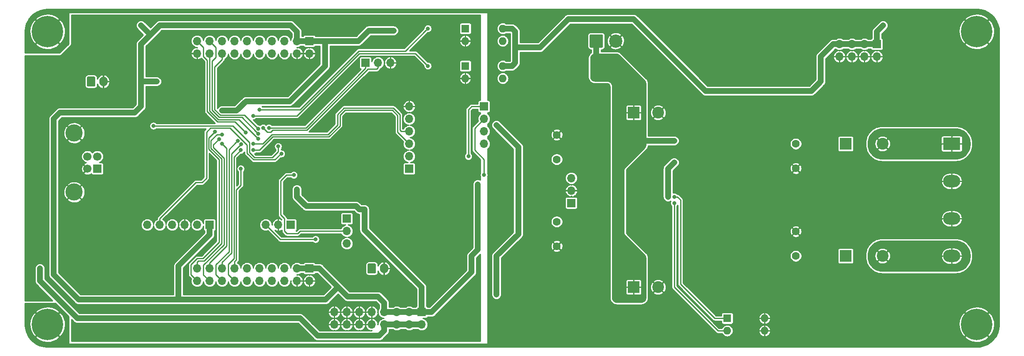
<source format=gbr>
G04 #@! TF.GenerationSoftware,KiCad,Pcbnew,5.0.2+dfsg1-1*
G04 #@! TF.CreationDate,2021-12-02T09:07:36+03:00*
G04 #@! TF.ProjectId,sound-20d01mb,736f756e-642d-4323-9064-30316d622e6b,0*
G04 #@! TF.SameCoordinates,Original*
G04 #@! TF.FileFunction,Copper,L2,Bot*
G04 #@! TF.FilePolarity,Positive*
%FSLAX46Y46*%
G04 Gerber Fmt 4.6, Leading zero omitted, Abs format (unit mm)*
G04 Created by KiCad (PCBNEW 5.0.2+dfsg1-1) date Thu 02 Dec 2021 09:07:36 AM MSK*
%MOMM*%
%LPD*%
G01*
G04 APERTURE LIST*
G04 #@! TA.AperFunction,ComponentPad*
%ADD10C,0.800000*%
G04 #@! TD*
G04 #@! TA.AperFunction,ComponentPad*
%ADD11C,1.600000*%
G04 #@! TD*
G04 #@! TA.AperFunction,ComponentPad*
%ADD12C,2.400000*%
G04 #@! TD*
G04 #@! TA.AperFunction,ComponentPad*
%ADD13R,2.400000X2.400000*%
G04 #@! TD*
G04 #@! TA.AperFunction,ComponentPad*
%ADD14C,6.400000*%
G04 #@! TD*
G04 #@! TA.AperFunction,ComponentPad*
%ADD15R,1.700000X1.700000*%
G04 #@! TD*
G04 #@! TA.AperFunction,ComponentPad*
%ADD16C,1.700000*%
G04 #@! TD*
G04 #@! TA.AperFunction,ComponentPad*
%ADD17C,3.500000*%
G04 #@! TD*
G04 #@! TA.AperFunction,ComponentPad*
%ADD18R,3.500000X2.500000*%
G04 #@! TD*
G04 #@! TA.AperFunction,ComponentPad*
%ADD19O,3.500000X2.500000*%
G04 #@! TD*
G04 #@! TA.AperFunction,ComponentPad*
%ADD20O,1.700000X1.700000*%
G04 #@! TD*
G04 #@! TA.AperFunction,Conductor*
%ADD21C,0.100000*%
G04 #@! TD*
G04 #@! TA.AperFunction,ComponentPad*
%ADD22O,1.700000X2.000000*%
G04 #@! TD*
G04 #@! TA.AperFunction,ComponentPad*
%ADD23C,2.700000*%
G04 #@! TD*
G04 #@! TA.AperFunction,ComponentPad*
%ADD24R,1.600000X1.600000*%
G04 #@! TD*
G04 #@! TA.AperFunction,ComponentPad*
%ADD25O,1.600000X1.600000*%
G04 #@! TD*
G04 #@! TA.AperFunction,ViaPad*
%ADD26C,0.800000*%
G04 #@! TD*
G04 #@! TA.AperFunction,Conductor*
%ADD27C,1.200000*%
G04 #@! TD*
G04 #@! TA.AperFunction,Conductor*
%ADD28C,0.250000*%
G04 #@! TD*
G04 #@! TA.AperFunction,Conductor*
%ADD29C,0.254000*%
G04 #@! TD*
G04 APERTURE END LIST*
D10*
G04 #@! TO.P,U4,25*
G04 #@! TO.N,GNDA*
X179070000Y-98520000D03*
X180070000Y-98520000D03*
X178070000Y-98520000D03*
X180070000Y-94520000D03*
X178070000Y-94520000D03*
X179070000Y-94520000D03*
X178070000Y-97520000D03*
X179070000Y-97520000D03*
X180070000Y-97520000D03*
X178070000Y-95520000D03*
X179070000Y-95520000D03*
X180070000Y-95520000D03*
X180070000Y-96520000D03*
X178070000Y-96520000D03*
X179070000Y-96520000D03*
G04 #@! TD*
D11*
G04 #@! TO.P,C18,2*
G04 #@! TO.N,GNDA*
X160872500Y-83265000D03*
G04 #@! TO.P,C18,1*
G04 #@! TO.N,/DAC/DAC_ROUT*
X160872500Y-88265000D03*
G04 #@! TD*
G04 #@! TO.P,C23,1*
G04 #@! TO.N,/DAC/DAC_LOUT*
X160872500Y-100965000D03*
G04 #@! TO.P,C23,2*
G04 #@! TO.N,GNDA*
X160872500Y-105965000D03*
G04 #@! TD*
D12*
G04 #@! TO.P,C29,2*
G04 #@! TO.N,GNDA*
X181530000Y-78740000D03*
D13*
G04 #@! TO.P,C29,1*
G04 #@! TO.N,VCC*
X176530000Y-78740000D03*
G04 #@! TD*
G04 #@! TO.P,C32,1*
G04 #@! TO.N,Net-(C32-Pad1)*
X219710000Y-85090000D03*
D12*
G04 #@! TO.P,C32,2*
G04 #@! TO.N,/Amplifier/LOUT*
X227210000Y-85090000D03*
G04 #@! TD*
D11*
G04 #@! TO.P,C34,2*
G04 #@! TO.N,GNDA*
X209550000Y-90090000D03*
G04 #@! TO.P,C34,1*
G04 #@! TO.N,Net-(C32-Pad1)*
X209550000Y-85090000D03*
G04 #@! TD*
G04 #@! TO.P,C38,2*
G04 #@! TO.N,Net-(C38-Pad2)*
X209550000Y-107950000D03*
G04 #@! TO.P,C38,1*
G04 #@! TO.N,GNDA*
X209550000Y-102950000D03*
G04 #@! TD*
D12*
G04 #@! TO.P,C39,2*
G04 #@! TO.N,/Amplifier/ROUT*
X227210000Y-107950000D03*
D13*
G04 #@! TO.P,C39,1*
G04 #@! TO.N,Net-(C38-Pad2)*
X219710000Y-107950000D03*
G04 #@! TD*
D12*
G04 #@! TO.P,C43,2*
G04 #@! TO.N,GNDA*
X181530000Y-114300000D03*
D13*
G04 #@! TO.P,C43,1*
G04 #@! TO.N,VCC*
X176530000Y-114300000D03*
G04 #@! TD*
D10*
G04 #@! TO.P,H1,1*
G04 #@! TO.N,GNDA*
X58847056Y-60532944D03*
X57150000Y-59830000D03*
X55452944Y-60532944D03*
X54750000Y-62230000D03*
X55452944Y-63927056D03*
X57150000Y-64630000D03*
X58847056Y-63927056D03*
X59550000Y-62230000D03*
D14*
X57150000Y-62230000D03*
G04 #@! TD*
G04 #@! TO.P,H2,1*
G04 #@! TO.N,GNDA*
X246380000Y-62230000D03*
D10*
X248780000Y-62230000D03*
X248077056Y-63927056D03*
X246380000Y-64630000D03*
X244682944Y-63927056D03*
X243980000Y-62230000D03*
X244682944Y-60532944D03*
X246380000Y-59830000D03*
X248077056Y-60532944D03*
G04 #@! TD*
D14*
G04 #@! TO.P,H3,1*
G04 #@! TO.N,GNDA*
X57150000Y-121920000D03*
D10*
X59550000Y-121920000D03*
X58847056Y-123617056D03*
X57150000Y-124320000D03*
X55452944Y-123617056D03*
X54750000Y-121920000D03*
X55452944Y-120222944D03*
X57150000Y-119520000D03*
X58847056Y-120222944D03*
G04 #@! TD*
G04 #@! TO.P,H4,1*
G04 #@! TO.N,GNDA*
X248077056Y-120222944D03*
X246380000Y-119520000D03*
X244682944Y-120222944D03*
X243980000Y-121920000D03*
X244682944Y-123617056D03*
X246380000Y-124320000D03*
X248077056Y-123617056D03*
X248780000Y-121920000D03*
D14*
X246380000Y-121920000D03*
G04 #@! TD*
D15*
G04 #@! TO.P,J1,1*
G04 #@! TO.N,VBUS*
X67310000Y-90170000D03*
D16*
G04 #@! TO.P,J1,2*
G04 #@! TO.N,/Microcontroller Unit/USB_D-*
X67310000Y-87670000D03*
G04 #@! TO.P,J1,3*
G04 #@! TO.N,/Microcontroller Unit/USB_D+*
X65310000Y-87670000D03*
G04 #@! TO.P,J1,4*
G04 #@! TO.N,GNDD*
X65310000Y-90170000D03*
D17*
G04 #@! TO.P,J1,5*
X62600000Y-94940000D03*
X62600000Y-82900000D03*
G04 #@! TD*
D18*
G04 #@! TO.P,J2,1*
G04 #@! TO.N,/Amplifier/LOUT*
X241300000Y-85090000D03*
D19*
G04 #@! TO.P,J2,2*
G04 #@! TO.N,GNDA*
X241300000Y-92710000D03*
G04 #@! TO.P,J2,3*
X241300000Y-100330000D03*
G04 #@! TO.P,J2,4*
G04 #@! TO.N,/Amplifier/ROUT*
X241300000Y-107950000D03*
G04 #@! TD*
D15*
G04 #@! TO.P,J3,1*
G04 #@! TO.N,+3V3*
X133350000Y-119380000D03*
D20*
G04 #@! TO.P,J3,2*
G04 #@! TO.N,+5V*
X133350000Y-121920000D03*
G04 #@! TO.P,J3,3*
G04 #@! TO.N,+3V3*
X130810000Y-119380000D03*
G04 #@! TO.P,J3,4*
G04 #@! TO.N,+5V*
X130810000Y-121920000D03*
G04 #@! TO.P,J3,5*
G04 #@! TO.N,+3V3*
X128270000Y-119380000D03*
G04 #@! TO.P,J3,6*
G04 #@! TO.N,+5V*
X128270000Y-121920000D03*
G04 #@! TO.P,J3,7*
G04 #@! TO.N,+3V3*
X125730000Y-119380000D03*
G04 #@! TO.P,J3,8*
G04 #@! TO.N,+5V*
X125730000Y-121920000D03*
G04 #@! TO.P,J3,9*
G04 #@! TO.N,GNDD*
X123190000Y-119380000D03*
G04 #@! TO.P,J3,10*
X123190000Y-121920000D03*
G04 #@! TO.P,J3,11*
X120650000Y-119380000D03*
G04 #@! TO.P,J3,12*
X120650000Y-121920000D03*
G04 #@! TO.P,J3,13*
X118110000Y-119380000D03*
G04 #@! TO.P,J3,14*
X118110000Y-121920000D03*
G04 #@! TO.P,J3,15*
X115570000Y-119380000D03*
G04 #@! TO.P,J3,16*
X115570000Y-121920000D03*
G04 #@! TD*
D15*
G04 #@! TO.P,J4,1*
G04 #@! TO.N,+5VA*
X226060000Y-64770000D03*
D20*
G04 #@! TO.P,J4,2*
G04 #@! TO.N,GNDA*
X226060000Y-67310000D03*
G04 #@! TO.P,J4,3*
G04 #@! TO.N,+5VA*
X223520000Y-64770000D03*
G04 #@! TO.P,J4,4*
G04 #@! TO.N,GNDA*
X223520000Y-67310000D03*
G04 #@! TO.P,J4,5*
G04 #@! TO.N,+5VA*
X220980000Y-64770000D03*
G04 #@! TO.P,J4,6*
G04 #@! TO.N,GNDA*
X220980000Y-67310000D03*
G04 #@! TO.P,J4,7*
G04 #@! TO.N,+5VA*
X218440000Y-64770000D03*
G04 #@! TO.P,J4,8*
G04 #@! TO.N,GNDA*
X218440000Y-67310000D03*
G04 #@! TD*
D15*
G04 #@! TO.P,J5,1*
G04 #@! TO.N,+3V3*
X90170000Y-101600000D03*
D20*
G04 #@! TO.P,J5,2*
G04 #@! TO.N,/Microcontroller Unit/SWCLK*
X87630000Y-101600000D03*
G04 #@! TO.P,J5,3*
G04 #@! TO.N,GNDD*
X85090000Y-101600000D03*
G04 #@! TO.P,J5,4*
G04 #@! TO.N,/Microcontroller Unit/SWDIO*
X82550000Y-101600000D03*
G04 #@! TO.P,J5,5*
G04 #@! TO.N,/Microcontroller Unit/NRST*
X80010000Y-101600000D03*
G04 #@! TO.P,J5,6*
G04 #@! TO.N,/Microcontroller Unit/SWO*
X77470000Y-101600000D03*
G04 #@! TD*
G04 #@! TO.P,J6,20*
G04 #@! TO.N,GNDD*
X87630000Y-66675000D03*
G04 #@! TO.P,J6,19*
G04 #@! TO.N,PB10*
X87630000Y-64135000D03*
G04 #@! TO.P,J6,18*
G04 #@! TO.N,PB2*
X90170000Y-66675000D03*
G04 #@! TO.P,J6,17*
G04 #@! TO.N,PB1*
X90170000Y-64135000D03*
G04 #@! TO.P,J6,16*
G04 #@! TO.N,PB0*
X92710000Y-66675000D03*
G04 #@! TO.P,J6,15*
G04 #@! TO.N,PA7*
X92710000Y-64135000D03*
G04 #@! TO.P,J6,14*
G04 #@! TO.N,PA6*
X95250000Y-66675000D03*
G04 #@! TO.P,J6,13*
G04 #@! TO.N,PA5*
X95250000Y-64135000D03*
G04 #@! TO.P,J6,12*
G04 #@! TO.N,PA4*
X97790000Y-66675000D03*
G04 #@! TO.P,J6,11*
G04 #@! TO.N,PA3*
X97790000Y-64135000D03*
G04 #@! TO.P,J6,10*
G04 #@! TO.N,PC13*
X100330000Y-66675000D03*
G04 #@! TO.P,J6,9*
G04 #@! TO.N,PC1*
X100330000Y-64135000D03*
G04 #@! TO.P,J6,8*
G04 #@! TO.N,PC3*
X102870000Y-66675000D03*
G04 #@! TO.P,J6,7*
G04 #@! TO.N,PA2*
X102870000Y-64135000D03*
G04 #@! TO.P,J6,6*
G04 #@! TO.N,PA1*
X105410000Y-66675000D03*
G04 #@! TO.P,J6,5*
G04 #@! TO.N,PA0*
X105410000Y-64135000D03*
G04 #@! TO.P,J6,4*
G04 #@! TO.N,GNDD*
X107950000Y-66675000D03*
G04 #@! TO.P,J6,3*
G04 #@! TO.N,+3V3*
X107950000Y-64135000D03*
G04 #@! TO.P,J6,2*
G04 #@! TO.N,GNDD*
X110490000Y-66675000D03*
D15*
G04 #@! TO.P,J6,1*
G04 #@! TO.N,+3V3*
X110490000Y-64135000D03*
G04 #@! TD*
G04 #@! TO.P,J7,1*
G04 #@! TO.N,+3V3*
X110490000Y-110490000D03*
D20*
G04 #@! TO.P,J7,2*
G04 #@! TO.N,GNDD*
X110490000Y-113030000D03*
G04 #@! TO.P,J7,3*
G04 #@! TO.N,+3V3*
X107950000Y-110490000D03*
G04 #@! TO.P,J7,4*
G04 #@! TO.N,GNDD*
X107950000Y-113030000D03*
G04 #@! TO.P,J7,5*
G04 #@! TO.N,PB8*
X105410000Y-110490000D03*
G04 #@! TO.P,J7,6*
G04 #@! TO.N,PB5*
X105410000Y-113030000D03*
G04 #@! TO.P,J7,7*
G04 #@! TO.N,PB4*
X102870000Y-110490000D03*
G04 #@! TO.P,J7,8*
G04 #@! TO.N,PD2*
X102870000Y-113030000D03*
G04 #@! TO.P,J7,9*
G04 #@! TO.N,PC12*
X100330000Y-110490000D03*
G04 #@! TO.P,J7,10*
G04 #@! TO.N,PC11*
X100330000Y-113030000D03*
G04 #@! TO.P,J7,11*
G04 #@! TO.N,PC10*
X97790000Y-110490000D03*
G04 #@! TO.P,J7,12*
G04 #@! TO.N,PA15*
X97790000Y-113030000D03*
G04 #@! TO.P,J7,13*
G04 #@! TO.N,PA10*
X95250000Y-110490000D03*
G04 #@! TO.P,J7,14*
G04 #@! TO.N,PA8*
X95250000Y-113030000D03*
G04 #@! TO.P,J7,15*
G04 #@! TO.N,PC8*
X92710000Y-110490000D03*
G04 #@! TO.P,J7,16*
G04 #@! TO.N,PC7*
X92710000Y-113030000D03*
G04 #@! TO.P,J7,17*
G04 #@! TO.N,PC6*
X90170000Y-110490000D03*
G04 #@! TO.P,J7,18*
G04 #@! TO.N,PB15*
X90170000Y-113030000D03*
G04 #@! TO.P,J7,19*
G04 #@! TO.N,PB14*
X87630000Y-110490000D03*
G04 #@! TO.P,J7,20*
G04 #@! TO.N,PB13*
X87630000Y-113030000D03*
G04 #@! TD*
D21*
G04 #@! TO.N,+BATT*
G04 #@! TO.C,J8*
G36*
X123814504Y-109491204D02*
X123838773Y-109494804D01*
X123862571Y-109500765D01*
X123885671Y-109509030D01*
X123907849Y-109519520D01*
X123928893Y-109532133D01*
X123948598Y-109546747D01*
X123966777Y-109563223D01*
X123983253Y-109581402D01*
X123997867Y-109601107D01*
X124010480Y-109622151D01*
X124020970Y-109644329D01*
X124029235Y-109667429D01*
X124035196Y-109691227D01*
X124038796Y-109715496D01*
X124040000Y-109740000D01*
X124040000Y-111240000D01*
X124038796Y-111264504D01*
X124035196Y-111288773D01*
X124029235Y-111312571D01*
X124020970Y-111335671D01*
X124010480Y-111357849D01*
X123997867Y-111378893D01*
X123983253Y-111398598D01*
X123966777Y-111416777D01*
X123948598Y-111433253D01*
X123928893Y-111447867D01*
X123907849Y-111460480D01*
X123885671Y-111470970D01*
X123862571Y-111479235D01*
X123838773Y-111485196D01*
X123814504Y-111488796D01*
X123790000Y-111490000D01*
X122590000Y-111490000D01*
X122565496Y-111488796D01*
X122541227Y-111485196D01*
X122517429Y-111479235D01*
X122494329Y-111470970D01*
X122472151Y-111460480D01*
X122451107Y-111447867D01*
X122431402Y-111433253D01*
X122413223Y-111416777D01*
X122396747Y-111398598D01*
X122382133Y-111378893D01*
X122369520Y-111357849D01*
X122359030Y-111335671D01*
X122350765Y-111312571D01*
X122344804Y-111288773D01*
X122341204Y-111264504D01*
X122340000Y-111240000D01*
X122340000Y-109740000D01*
X122341204Y-109715496D01*
X122344804Y-109691227D01*
X122350765Y-109667429D01*
X122359030Y-109644329D01*
X122369520Y-109622151D01*
X122382133Y-109601107D01*
X122396747Y-109581402D01*
X122413223Y-109563223D01*
X122431402Y-109546747D01*
X122451107Y-109532133D01*
X122472151Y-109519520D01*
X122494329Y-109509030D01*
X122517429Y-109500765D01*
X122541227Y-109494804D01*
X122565496Y-109491204D01*
X122590000Y-109490000D01*
X123790000Y-109490000D01*
X123814504Y-109491204D01*
X123814504Y-109491204D01*
G37*
D16*
G04 #@! TD*
G04 #@! TO.P,J8,1*
G04 #@! TO.N,+BATT*
X123190000Y-110490000D03*
D22*
G04 #@! TO.P,J8,2*
G04 #@! TO.N,GNDD*
X125690000Y-110490000D03*
G04 #@! TD*
G04 #@! TO.P,J9,2*
G04 #@! TO.N,GNDD*
X68540000Y-72390000D03*
D21*
G04 #@! TD*
G04 #@! TO.N,+5V*
G04 #@! TO.C,J9*
G36*
X66664504Y-71391204D02*
X66688773Y-71394804D01*
X66712571Y-71400765D01*
X66735671Y-71409030D01*
X66757849Y-71419520D01*
X66778893Y-71432133D01*
X66798598Y-71446747D01*
X66816777Y-71463223D01*
X66833253Y-71481402D01*
X66847867Y-71501107D01*
X66860480Y-71522151D01*
X66870970Y-71544329D01*
X66879235Y-71567429D01*
X66885196Y-71591227D01*
X66888796Y-71615496D01*
X66890000Y-71640000D01*
X66890000Y-73140000D01*
X66888796Y-73164504D01*
X66885196Y-73188773D01*
X66879235Y-73212571D01*
X66870970Y-73235671D01*
X66860480Y-73257849D01*
X66847867Y-73278893D01*
X66833253Y-73298598D01*
X66816777Y-73316777D01*
X66798598Y-73333253D01*
X66778893Y-73347867D01*
X66757849Y-73360480D01*
X66735671Y-73370970D01*
X66712571Y-73379235D01*
X66688773Y-73385196D01*
X66664504Y-73388796D01*
X66640000Y-73390000D01*
X65440000Y-73390000D01*
X65415496Y-73388796D01*
X65391227Y-73385196D01*
X65367429Y-73379235D01*
X65344329Y-73370970D01*
X65322151Y-73360480D01*
X65301107Y-73347867D01*
X65281402Y-73333253D01*
X65263223Y-73316777D01*
X65246747Y-73298598D01*
X65232133Y-73278893D01*
X65219520Y-73257849D01*
X65209030Y-73235671D01*
X65200765Y-73212571D01*
X65194804Y-73188773D01*
X65191204Y-73164504D01*
X65190000Y-73140000D01*
X65190000Y-71640000D01*
X65191204Y-71615496D01*
X65194804Y-71591227D01*
X65200765Y-71567429D01*
X65209030Y-71544329D01*
X65219520Y-71522151D01*
X65232133Y-71501107D01*
X65246747Y-71481402D01*
X65263223Y-71463223D01*
X65281402Y-71446747D01*
X65301107Y-71432133D01*
X65322151Y-71419520D01*
X65344329Y-71409030D01*
X65367429Y-71400765D01*
X65391227Y-71394804D01*
X65415496Y-71391204D01*
X65440000Y-71390000D01*
X66640000Y-71390000D01*
X66664504Y-71391204D01*
X66664504Y-71391204D01*
G37*
D16*
G04 #@! TO.P,J9,1*
G04 #@! TO.N,+5V*
X66040000Y-72390000D03*
G04 #@! TD*
D21*
G04 #@! TO.N,VCC*
G04 #@! TO.C,J10*
G36*
X170034503Y-62786204D02*
X170058772Y-62789804D01*
X170082570Y-62795765D01*
X170105670Y-62804030D01*
X170127849Y-62814520D01*
X170148892Y-62827133D01*
X170168598Y-62841748D01*
X170186776Y-62858224D01*
X170203252Y-62876402D01*
X170217867Y-62896108D01*
X170230480Y-62917151D01*
X170240970Y-62939330D01*
X170249235Y-62962430D01*
X170255196Y-62986228D01*
X170258796Y-63010497D01*
X170260000Y-63035001D01*
X170260000Y-65234999D01*
X170258796Y-65259503D01*
X170255196Y-65283772D01*
X170249235Y-65307570D01*
X170240970Y-65330670D01*
X170230480Y-65352849D01*
X170217867Y-65373892D01*
X170203252Y-65393598D01*
X170186776Y-65411776D01*
X170168598Y-65428252D01*
X170148892Y-65442867D01*
X170127849Y-65455480D01*
X170105670Y-65465970D01*
X170082570Y-65474235D01*
X170058772Y-65480196D01*
X170034503Y-65483796D01*
X170009999Y-65485000D01*
X167810001Y-65485000D01*
X167785497Y-65483796D01*
X167761228Y-65480196D01*
X167737430Y-65474235D01*
X167714330Y-65465970D01*
X167692151Y-65455480D01*
X167671108Y-65442867D01*
X167651402Y-65428252D01*
X167633224Y-65411776D01*
X167616748Y-65393598D01*
X167602133Y-65373892D01*
X167589520Y-65352849D01*
X167579030Y-65330670D01*
X167570765Y-65307570D01*
X167564804Y-65283772D01*
X167561204Y-65259503D01*
X167560000Y-65234999D01*
X167560000Y-63035001D01*
X167561204Y-63010497D01*
X167564804Y-62986228D01*
X167570765Y-62962430D01*
X167579030Y-62939330D01*
X167589520Y-62917151D01*
X167602133Y-62896108D01*
X167616748Y-62876402D01*
X167633224Y-62858224D01*
X167651402Y-62841748D01*
X167671108Y-62827133D01*
X167692151Y-62814520D01*
X167714330Y-62804030D01*
X167737430Y-62795765D01*
X167761228Y-62789804D01*
X167785497Y-62786204D01*
X167810001Y-62785000D01*
X170009999Y-62785000D01*
X170034503Y-62786204D01*
X170034503Y-62786204D01*
G37*
D23*
G04 #@! TD*
G04 #@! TO.P,J10,1*
G04 #@! TO.N,VCC*
X168910000Y-64135000D03*
G04 #@! TO.P,J10,2*
G04 #@! TO.N,GNDA*
X172870000Y-64135000D03*
G04 #@! TD*
D15*
G04 #@! TO.P,J11,1*
G04 #@! TO.N,I2C1_SDA*
X121920000Y-68580000D03*
D20*
G04 #@! TO.P,J11,2*
G04 #@! TO.N,I2C1_SCL*
X124460000Y-68580000D03*
G04 #@! TO.P,J11,3*
G04 #@! TO.N,GNDD*
X127000000Y-68580000D03*
G04 #@! TD*
D15*
G04 #@! TO.P,J12,1*
G04 #@! TO.N,DAC_GPIO6*
X146050000Y-77470000D03*
D20*
G04 #@! TO.P,J12,2*
G04 #@! TO.N,DAC_GPIO3*
X146050000Y-80010000D03*
G04 #@! TO.P,J12,3*
G04 #@! TO.N,DAC_GPIO4*
X146050000Y-82550000D03*
G04 #@! TO.P,J12,4*
G04 #@! TO.N,DAC_GPIO5*
X146050000Y-85090000D03*
G04 #@! TD*
G04 #@! TO.P,J13,6*
G04 #@! TO.N,GNDD*
X130810000Y-77470000D03*
G04 #@! TO.P,J13,5*
G04 #@! TO.N,/DAC/DAC_MCK*
X130810000Y-80010000D03*
G04 #@! TO.P,J13,4*
G04 #@! TO.N,/DAC/DAC_CK*
X130810000Y-82550000D03*
G04 #@! TO.P,J13,3*
G04 #@! TO.N,/DAC/DAC_SD*
X130810000Y-85090000D03*
G04 #@! TO.P,J13,2*
G04 #@! TO.N,/DAC/DAC_WS*
X130810000Y-87630000D03*
D15*
G04 #@! TO.P,J13,1*
G04 #@! TO.N,+3V3*
X130810000Y-90170000D03*
G04 #@! TD*
D20*
G04 #@! TO.P,J14,3*
G04 #@! TO.N,/DAC/DAC_ROUT*
X163830000Y-92075000D03*
G04 #@! TO.P,J14,2*
G04 #@! TO.N,GNDA*
X163830000Y-94615000D03*
D15*
G04 #@! TO.P,J14,1*
G04 #@! TO.N,/DAC/DAC_LOUT*
X163830000Y-97155000D03*
G04 #@! TD*
G04 #@! TO.P,JP1,1*
G04 #@! TO.N,Net-(JP1-Pad1)*
X106680000Y-101600000D03*
D20*
G04 #@! TO.P,JP1,2*
G04 #@! TO.N,GNDD*
X104140000Y-101600000D03*
G04 #@! TO.P,JP1,3*
G04 #@! TO.N,/Microcontroller Unit/BOOT0*
X101600000Y-101600000D03*
G04 #@! TD*
G04 #@! TO.P,JP2,3*
G04 #@! TO.N,+BATT*
X118110000Y-105410000D03*
G04 #@! TO.P,JP2,2*
G04 #@! TO.N,Net-(JP2-Pad2)*
X118110000Y-102870000D03*
D15*
G04 #@! TO.P,JP2,1*
G04 #@! TO.N,+3V3*
X118110000Y-100330000D03*
G04 #@! TD*
D24*
G04 #@! TO.P,SW1,1*
G04 #@! TO.N,GAIN0*
X195580000Y-120650000D03*
D25*
G04 #@! TO.P,SW1,3*
G04 #@! TO.N,GNDA*
X203200000Y-123190000D03*
G04 #@! TO.P,SW1,2*
G04 #@! TO.N,GAIN1*
X195580000Y-123190000D03*
G04 #@! TO.P,SW1,4*
G04 #@! TO.N,GNDA*
X203200000Y-120650000D03*
G04 #@! TD*
G04 #@! TO.P,U5,4*
G04 #@! TO.N,+5VA*
X149860000Y-61595000D03*
G04 #@! TO.P,U5,2*
G04 #@! TO.N,GNDD*
X142240000Y-64135000D03*
G04 #@! TO.P,U5,3*
G04 #@! TO.N,~AMP_SD*
X149860000Y-64135000D03*
D24*
G04 #@! TO.P,U5,1*
G04 #@! TO.N,Net-(R19-Pad2)*
X142240000Y-61595000D03*
G04 #@! TD*
G04 #@! TO.P,U6,1*
G04 #@! TO.N,Net-(R20-Pad2)*
X142240000Y-69215000D03*
D25*
G04 #@! TO.P,U6,3*
G04 #@! TO.N,AMP_MUTE*
X149860000Y-71755000D03*
G04 #@! TO.P,U6,2*
G04 #@! TO.N,GNDD*
X142240000Y-71755000D03*
G04 #@! TO.P,U6,4*
G04 #@! TO.N,+5VA*
X149860000Y-69215000D03*
G04 #@! TD*
D26*
G04 #@! TO.N,+3V3*
X76200000Y-60960000D03*
X127635000Y-62012500D03*
X122555000Y-62012500D03*
X143510000Y-107950000D03*
X92710000Y-78322500D03*
X107950000Y-94397500D03*
X144780000Y-93345000D03*
X58420000Y-111760000D03*
X60960000Y-114300000D03*
X121702500Y-98425000D03*
X79375000Y-72390000D03*
X59690000Y-113030000D03*
X106465000Y-76417500D03*
G04 #@! TO.N,GNDD*
X113665000Y-109220000D03*
X85725000Y-72390000D03*
X86430000Y-84455000D03*
X78105000Y-107532500D03*
X126365000Y-100330000D03*
X64135000Y-106045000D03*
X69850000Y-123825000D03*
X141605000Y-111125000D03*
X124460000Y-86577500D03*
X124460000Y-91222500D03*
X113665000Y-100965000D03*
X109855000Y-100965000D03*
X87630000Y-92075000D03*
X104560000Y-71755000D03*
X99060000Y-71755000D03*
X94615000Y-73660000D03*
X139065000Y-99695000D03*
X133350000Y-100965000D03*
X69850000Y-88265000D03*
X135255000Y-102235000D03*
X134620000Y-107950000D03*
X144780000Y-90805000D03*
X69850000Y-91440000D03*
X69850000Y-85090000D03*
X114935000Y-81280000D03*
X69850000Y-111125000D03*
X67945000Y-123825000D03*
X64135000Y-108585000D03*
X75565000Y-93345000D03*
X97790000Y-88900000D03*
X106045000Y-99060000D03*
X81915000Y-107532500D03*
X100965000Y-93980000D03*
X101600000Y-104140000D03*
X71755000Y-123825000D03*
X66040000Y-123825000D03*
G04 #@! TO.N,/Microcontroller Unit/NRST*
X104775000Y-87110000D03*
G04 #@! TO.N,+3.3VA*
X148590000Y-107950000D03*
X148590000Y-81280000D03*
X148590000Y-115787500D03*
G04 #@! TO.N,GNDA*
X178070000Y-93520000D03*
X189447500Y-86995000D03*
X189447500Y-81915000D03*
X186055000Y-74295000D03*
X187325000Y-68580000D03*
X182245000Y-69215000D03*
X216535000Y-99060000D03*
X154940000Y-123825000D03*
X150495000Y-111125000D03*
X170815000Y-104992500D03*
X167005000Y-99060000D03*
X182245000Y-104140000D03*
X182245000Y-88900000D03*
X198120000Y-60960000D03*
X212090000Y-60960000D03*
X163195000Y-71755000D03*
X163195000Y-64135000D03*
X157480000Y-81280000D03*
X157480000Y-107950000D03*
X156210000Y-86995000D03*
X156210000Y-91440000D03*
X156210000Y-102235000D03*
X156210000Y-97790000D03*
X147320000Y-92710000D03*
X147320000Y-97155000D03*
X212090000Y-63500000D03*
X212090000Y-66040000D03*
X212090000Y-68580000D03*
X212090000Y-71120000D03*
X198120000Y-66040000D03*
X198120000Y-71120000D03*
X154940000Y-111125000D03*
X151130000Y-123825000D03*
X216535000Y-93980000D03*
X187325000Y-63500000D03*
X147320000Y-95250000D03*
X153035000Y-123825000D03*
X156845000Y-123825000D03*
X179070000Y-93520000D03*
X180070000Y-93520000D03*
X178070000Y-99520000D03*
X179070000Y-99520000D03*
X180070000Y-99520000D03*
G04 #@! TO.N,VCC*
X184785000Y-88900000D03*
X183515000Y-95885000D03*
X184785000Y-84455000D03*
G04 #@! TO.N,+5V*
X55620000Y-111760000D03*
X55620000Y-110490000D03*
X55620000Y-113030000D03*
G04 #@! TO.N,+5VA*
X227330000Y-60960000D03*
X194945000Y-74295000D03*
X196215000Y-74295000D03*
X197485000Y-74295000D03*
G04 #@! TO.N,PB10*
X97540660Y-82799340D03*
G04 #@! TO.N,PB2*
X100076000Y-84074000D03*
G04 #@! TO.N,PB1*
X100080660Y-83053340D03*
G04 #@! TO.N,PB0*
X100085320Y-82032680D03*
G04 #@! TO.N,PA10*
X96520000Y-90170000D03*
G04 #@! TO.N,PA8*
X96520000Y-86360000D03*
G04 #@! TO.N,PC8*
X96572790Y-85181170D03*
G04 #@! TO.N,PC7*
X95879635Y-84460365D03*
G04 #@! TO.N,PC6*
X92710000Y-85090000D03*
G04 #@! TO.N,PB15*
X92075000Y-84110000D03*
G04 #@! TO.N,PB14*
X92710000Y-83185000D03*
G04 #@! TO.N,PB13*
X91238369Y-82615021D03*
G04 #@! TO.N,I2C1_SDA*
X102230340Y-81824990D03*
G04 #@! TO.N,I2C1_SCL*
X101080000Y-81824990D03*
G04 #@! TO.N,DAC_GPIO6*
X142875000Y-87630000D03*
G04 #@! TO.N,DAC_GPIO3*
X146050000Y-91440000D03*
G04 #@! TO.N,/DAC/DAC_CK*
X99060000Y-85090000D03*
G04 #@! TO.N,/DAC/DAC_SD*
X99060000Y-86360000D03*
G04 #@! TO.N,/Microcontroller Unit/BOOT0*
X111760000Y-104557500D03*
G04 #@! TO.N,Net-(JP2-Pad2)*
X107315000Y-91440000D03*
G04 #@! TO.N,GAIN0*
X184785000Y-95885000D03*
G04 #@! TO.N,GAIN1*
X184785000Y-97155000D03*
G04 #@! TO.N,/Amplifier/~SHUTDOWN*
X134620000Y-61595000D03*
X100330000Y-78105000D03*
G04 #@! TO.N,/Amplifier/MUTE*
X134620000Y-69215000D03*
X99060000Y-79375000D03*
G04 #@! TO.N,I2S_OSC_EN*
X78740000Y-81440000D03*
X104140000Y-85610000D03*
G04 #@! TD*
D27*
G04 #@! TO.N,+3V3*
X144780000Y-106680000D02*
X143510000Y-107950000D01*
X144780000Y-93345000D02*
X144780000Y-106680000D01*
X133350000Y-119380000D02*
X125730000Y-119380000D01*
X110490000Y-110490000D02*
X107950000Y-110490000D01*
X110490000Y-64135000D02*
X107950000Y-64135000D01*
X127635000Y-62012500D02*
X122555000Y-62012500D01*
X110490000Y-110490000D02*
X112540000Y-110490000D01*
X118255000Y-116205000D02*
X124460000Y-116205000D01*
X125730000Y-117475000D02*
X125730000Y-119380000D01*
X124460000Y-116205000D02*
X125730000Y-117475000D01*
X143510000Y-111270000D02*
X143510000Y-108515685D01*
X143510000Y-108515685D02*
X143510000Y-107950000D01*
X135400000Y-119380000D02*
X143510000Y-111270000D01*
X133350000Y-119380000D02*
X135400000Y-119380000D01*
X121702500Y-98425000D02*
X121702500Y-102652500D01*
X133350000Y-114300000D02*
X133350000Y-119380000D01*
X121702500Y-102652500D02*
X133350000Y-114300000D01*
X122555000Y-62012500D02*
X120432500Y-64135000D01*
X60960000Y-114300000D02*
X63500000Y-116840000D01*
X112540000Y-110490000D02*
X116350000Y-114300000D01*
X113810000Y-116840000D02*
X116350000Y-114300000D01*
X116350000Y-114300000D02*
X118255000Y-116205000D01*
X60960000Y-114300000D02*
X59690000Y-113030000D01*
X59690000Y-113030000D02*
X58420000Y-111760000D01*
X107950000Y-64135000D02*
X107950000Y-62230000D01*
X107950000Y-62230000D02*
X106680000Y-60960000D01*
X107950000Y-95885000D02*
X107950000Y-94397500D01*
X109855000Y-97790000D02*
X107950000Y-95885000D01*
X120015000Y-97790000D02*
X109855000Y-97790000D01*
X121702500Y-98425000D02*
X120650000Y-98425000D01*
X120650000Y-98425000D02*
X120015000Y-97790000D01*
X120432500Y-64135000D02*
X113665000Y-64135000D01*
X113665000Y-64135000D02*
X110490000Y-64135000D01*
X63500000Y-116840000D02*
X83820000Y-116840000D01*
X83820000Y-116840000D02*
X113810000Y-116840000D01*
X106680000Y-60960000D02*
X80010000Y-60960000D01*
X78105000Y-62865000D02*
X80010000Y-60960000D01*
X76200000Y-60960000D02*
X78105000Y-62865000D01*
X76200000Y-72390000D02*
X79375000Y-72390000D01*
X58420000Y-80010000D02*
X59690000Y-78740000D01*
X58420000Y-111760000D02*
X58420000Y-80010000D01*
X59690000Y-78740000D02*
X74930000Y-78740000D01*
X74930000Y-78740000D02*
X76200000Y-77470000D01*
X76200000Y-77470000D02*
X76200000Y-72390000D01*
X76200000Y-64770000D02*
X78105000Y-62865000D01*
X76200000Y-64770000D02*
X76200000Y-72390000D01*
X113665000Y-67092500D02*
X113665000Y-64135000D01*
X106465000Y-76417500D02*
X113665000Y-69217500D01*
X113665000Y-69217500D02*
X113665000Y-67092500D01*
X97572500Y-76417500D02*
X106465000Y-76417500D01*
X92710000Y-78322500D02*
X95667500Y-78322500D01*
X95667500Y-78322500D02*
X97572500Y-76417500D01*
X83820000Y-116713000D02*
X83820000Y-116840000D01*
X83820000Y-110000000D02*
X83820000Y-116713000D01*
X90170000Y-101600000D02*
X90170000Y-103650000D01*
X90170000Y-103650000D02*
X83820000Y-110000000D01*
D28*
G04 #@! TO.N,/Microcontroller Unit/NRST*
X99127600Y-88334011D02*
X103435989Y-88334011D01*
X103435989Y-88334011D02*
X104684999Y-87085001D01*
X97790000Y-85344000D02*
X97790000Y-86996410D01*
X97790000Y-86996410D02*
X99127600Y-88334011D01*
X94336011Y-81890011D02*
X97790000Y-85344000D01*
X90321989Y-81890011D02*
X94336011Y-81890011D01*
X80010000Y-100330000D02*
X87376000Y-92964000D01*
X88646000Y-92964000D02*
X89535000Y-92075000D01*
X80010000Y-101600000D02*
X80010000Y-100330000D01*
X87376000Y-92964000D02*
X88646000Y-92964000D01*
X89535000Y-82677000D02*
X90321989Y-81890011D01*
X89535000Y-92075000D02*
X89535000Y-82677000D01*
D27*
G04 #@! TO.N,+3.3VA*
X148590000Y-81280000D02*
X153035000Y-85725000D01*
X153035000Y-85725000D02*
X153035000Y-103505000D01*
X153035000Y-103505000D02*
X148590000Y-107950000D01*
X148590000Y-115787500D02*
X148590000Y-107950000D01*
G04 #@! TO.N,VCC*
X183515000Y-90170000D02*
X184785000Y-88900000D01*
X183515000Y-95885000D02*
X183515000Y-90170000D01*
X168910000Y-64135000D02*
X168910000Y-67310000D01*
X184785000Y-84455000D02*
X173990000Y-84455000D01*
G04 #@! TO.N,+5V*
X133350000Y-121920000D02*
X125730000Y-121920000D01*
X55620000Y-110490000D02*
X55620000Y-113030000D01*
X125730000Y-123190000D02*
X125730000Y-121920000D01*
X112141000Y-124206000D02*
X124714000Y-124206000D01*
X108585000Y-120650000D02*
X112141000Y-124206000D01*
X124714000Y-124206000D02*
X125730000Y-123190000D01*
X55620000Y-113030000D02*
X63240000Y-120650000D01*
X63240000Y-120650000D02*
X108585000Y-120650000D01*
G04 #@! TO.N,+5VA*
X151765000Y-61595000D02*
X149860000Y-61595000D01*
X152400000Y-62230000D02*
X151765000Y-61595000D01*
X149860000Y-69215000D02*
X151765000Y-69215000D01*
X151765000Y-69215000D02*
X152400000Y-68580000D01*
X152400000Y-65405000D02*
X152400000Y-62230000D01*
X152400000Y-68580000D02*
X152400000Y-65405000D01*
X226060000Y-64770000D02*
X218440000Y-64770000D01*
X212725000Y-74295000D02*
X202565000Y-74295000D01*
X214630000Y-72390000D02*
X212725000Y-74295000D01*
X214630000Y-67310000D02*
X214630000Y-72390000D01*
X218440000Y-64770000D02*
X217170000Y-64770000D01*
X217170000Y-64770000D02*
X214630000Y-67310000D01*
X157480000Y-65405000D02*
X152400000Y-65405000D01*
X163195000Y-59690000D02*
X157480000Y-65405000D01*
X205105000Y-74295000D02*
X191135000Y-74295000D01*
X176530000Y-59690000D02*
X163195000Y-59690000D01*
X191135000Y-74295000D02*
X176530000Y-59690000D01*
X226060000Y-62230000D02*
X227330000Y-60960000D01*
X226060000Y-64770000D02*
X226060000Y-62230000D01*
D28*
G04 #@! TO.N,PB10*
X88900000Y-65405000D02*
X88900000Y-67310000D01*
X97140661Y-82399341D02*
X97540660Y-82799340D01*
X91768137Y-80598027D02*
X95339347Y-80598027D01*
X87630000Y-64135000D02*
X88900000Y-65405000D01*
X88900000Y-67310000D02*
X89662000Y-68072000D01*
X89662000Y-68072000D02*
X89662000Y-78491890D01*
X95339347Y-80598027D02*
X97140661Y-82399341D01*
X89662000Y-78491890D02*
X91768137Y-80598027D01*
G04 #@! TO.N,PB2*
X98806000Y-82804000D02*
X100076000Y-84074000D01*
X96150018Y-80148018D02*
X98806000Y-82804000D01*
X90170000Y-66675000D02*
X90170000Y-78363480D01*
X90170000Y-78363480D02*
X91954538Y-80148018D01*
X91954538Y-80148018D02*
X96150018Y-80148018D01*
G04 #@! TO.N,PB1*
X99680661Y-82653341D02*
X100080660Y-83053340D01*
X96725328Y-79698008D02*
X99680661Y-82653341D01*
X92140938Y-79698008D02*
X96725328Y-79698008D01*
X90678000Y-78235070D02*
X92140938Y-79698008D01*
X90678000Y-68199000D02*
X90678000Y-78235070D01*
X91440000Y-67437000D02*
X90678000Y-68199000D01*
X91440000Y-65405000D02*
X91440000Y-67437000D01*
X90170000Y-64135000D02*
X91440000Y-65405000D01*
G04 #@! TO.N,PB0*
X99685321Y-81632681D02*
X100085320Y-82032680D01*
X91186000Y-78106660D02*
X92327340Y-79248000D01*
X97300640Y-79248000D02*
X99685321Y-81632681D01*
X92327340Y-79248000D02*
X97300640Y-79248000D01*
X91186000Y-69401081D02*
X91186000Y-78106660D01*
X92710000Y-67877081D02*
X91186000Y-69401081D01*
X92710000Y-66675000D02*
X92710000Y-67877081D01*
G04 #@! TO.N,PA10*
X96520000Y-93541998D02*
X95605991Y-94456007D01*
X96520000Y-90170000D02*
X96520000Y-93541998D01*
X95605991Y-94456007D02*
X95605991Y-108737009D01*
X95605991Y-108737009D02*
X95250000Y-109093000D01*
X95250000Y-109093000D02*
X95250000Y-110490000D01*
G04 #@! TO.N,PA8*
X95123000Y-87757000D02*
X95123000Y-108458000D01*
X96520000Y-86360000D02*
X95123000Y-87757000D01*
X93980000Y-109601000D02*
X93980000Y-111760000D01*
X95123000Y-108458000D02*
X93980000Y-109601000D01*
X94400001Y-112180001D02*
X95250000Y-113030000D01*
X93980000Y-111760000D02*
X94400001Y-112180001D01*
G04 #@! TO.N,PC8*
X92710000Y-109220000D02*
X94615000Y-107315000D01*
X92710000Y-110490000D02*
X92710000Y-109220000D01*
X94615000Y-107315000D02*
X94615000Y-87138960D01*
X94615000Y-87138960D02*
X96172791Y-85581169D01*
X96172791Y-85581169D02*
X96572790Y-85181170D01*
G04 #@! TO.N,PC7*
X91440000Y-111760000D02*
X91440000Y-109728000D01*
X92710000Y-113030000D02*
X91440000Y-111760000D01*
X91440000Y-109728000D02*
X94107000Y-107061000D01*
X95479636Y-84860364D02*
X95879635Y-84460365D01*
X94107000Y-107061000D02*
X94107000Y-86233000D01*
X94107000Y-86233000D02*
X95479636Y-84860364D01*
G04 #@! TO.N,PC6*
X90170000Y-109347000D02*
X90170000Y-110490000D01*
X92710000Y-85090000D02*
X93599000Y-85979000D01*
X93599000Y-105918000D02*
X90170000Y-109347000D01*
X93599000Y-85979000D02*
X93599000Y-105918000D01*
G04 #@! TO.N,PB15*
X92075000Y-84201000D02*
X92075000Y-84110000D01*
X90932000Y-85253000D02*
X90932000Y-85849179D01*
X88930010Y-111790010D02*
X90170000Y-113030000D01*
X90932000Y-85849179D02*
X93091000Y-88008179D01*
X93091000Y-105664000D02*
X88930010Y-109824990D01*
X93091000Y-88008179D02*
X93091000Y-105664000D01*
X92075000Y-84110000D02*
X90932000Y-85253000D01*
X88930010Y-109824990D02*
X88930010Y-111790010D01*
G04 #@! TO.N,PB14*
X87884000Y-108966000D02*
X87630000Y-109220000D01*
X89028411Y-108966000D02*
X87884000Y-108966000D01*
X91691540Y-83185000D02*
X90435022Y-84441518D01*
X92710000Y-83185000D02*
X91691540Y-83185000D01*
X87630000Y-109220000D02*
X87630000Y-110490000D01*
X90435022Y-84441518D02*
X90435022Y-85988612D01*
X90435022Y-85988612D02*
X92583000Y-88136590D01*
X92583000Y-88136590D02*
X92583000Y-105411411D01*
X92583000Y-105411411D02*
X89028411Y-108966000D01*
G04 #@! TO.N,PB13*
X89985011Y-83868379D02*
X90838370Y-83015020D01*
X92075000Y-88265000D02*
X89985011Y-86175012D01*
X90838370Y-83015020D02*
X91238369Y-82615021D01*
X86360000Y-111760000D02*
X86360000Y-109728000D01*
X87630000Y-113030000D02*
X86360000Y-111760000D01*
X86360000Y-109728000D02*
X87630000Y-108458000D01*
X92075000Y-105156000D02*
X92075000Y-88265000D01*
X89985011Y-86175012D02*
X89985011Y-83868379D01*
X87630000Y-108458000D02*
X88773000Y-108458000D01*
X88773000Y-108458000D02*
X92075000Y-105156000D01*
G04 #@! TO.N,I2C1_SDA*
X109775010Y-81824990D02*
X121920000Y-69680000D01*
X102230340Y-81824990D02*
X109775010Y-81824990D01*
X121920000Y-69680000D02*
X121920000Y-68580000D01*
G04 #@! TO.N,I2C1_SCL*
X122428000Y-69850000D02*
X124206000Y-69850000D01*
X110003000Y-82275000D02*
X122428000Y-69850000D01*
X103018000Y-82275000D02*
X110003000Y-82275000D01*
X102616000Y-82677000D02*
X103018000Y-82275000D01*
X101932010Y-82677000D02*
X102616000Y-82677000D01*
X124206000Y-69850000D02*
X124460000Y-69596000D01*
X124460000Y-69596000D02*
X124460000Y-68580000D01*
X101080000Y-81824990D02*
X101932010Y-82677000D01*
G04 #@! TO.N,DAC_GPIO6*
X143510000Y-77470000D02*
X146050000Y-77470000D01*
X142875000Y-87630000D02*
X142875000Y-78105000D01*
X142875000Y-78105000D02*
X143510000Y-77470000D01*
G04 #@! TO.N,DAC_GPIO3*
X146050000Y-91440000D02*
X146050000Y-88265000D01*
X146050000Y-88265000D02*
X144145000Y-86360000D01*
X144145000Y-81915000D02*
X146050000Y-80010000D01*
X144145000Y-86360000D02*
X144145000Y-81915000D01*
G04 #@! TO.N,/DAC/DAC_CK*
X128905001Y-79119590D02*
X128905001Y-82296001D01*
X102870001Y-83184999D02*
X114298590Y-83184999D01*
X116205000Y-81278589D02*
X116205000Y-79119589D01*
X114298590Y-83184999D02*
X116205000Y-81278589D01*
X117542600Y-77781989D02*
X127567400Y-77781989D01*
X100965000Y-85090000D02*
X102870001Y-83184999D01*
X99060000Y-85090000D02*
X100965000Y-85090000D01*
X127567400Y-77781989D02*
X128905001Y-79119590D01*
X116205000Y-79119589D02*
X117542600Y-77781989D01*
X128905001Y-82296001D02*
X129159000Y-82550000D01*
X129159000Y-82550000D02*
X130810000Y-82550000D01*
G04 #@! TO.N,/DAC/DAC_SD*
X128454990Y-82734990D02*
X129960001Y-84240001D01*
X100331410Y-86360000D02*
X103056400Y-83635010D01*
X117729000Y-78232000D02*
X127381000Y-78232000D01*
X116713000Y-81407000D02*
X116713000Y-79248000D01*
X103056400Y-83635010D02*
X114484990Y-83635010D01*
X99060000Y-86360000D02*
X100331410Y-86360000D01*
X116713000Y-79248000D02*
X117729000Y-78232000D01*
X114484990Y-83635010D02*
X116713000Y-81407000D01*
X129960001Y-84240001D02*
X130810000Y-85090000D01*
X127381000Y-78232000D02*
X128454990Y-79305990D01*
X128454990Y-79305990D02*
X128454990Y-82734990D01*
G04 #@! TO.N,/Microcontroller Unit/BOOT0*
X104557500Y-104557500D02*
X101600000Y-101600000D01*
X111760000Y-104557500D02*
X104557500Y-104557500D01*
G04 #@! TO.N,Net-(JP2-Pad2)*
X108585000Y-102870000D02*
X118110000Y-102870000D01*
X105791000Y-91440000D02*
X104648000Y-92583000D01*
X107315000Y-91440000D02*
X105791000Y-91440000D01*
X104648000Y-92583000D02*
X104648000Y-99568000D01*
X108077000Y-103378000D02*
X108585000Y-102870000D01*
X105918000Y-103378000D02*
X108077000Y-103378000D01*
X105410000Y-102870000D02*
X105918000Y-103378000D01*
X104648000Y-99568000D02*
X105410000Y-100330000D01*
X105410000Y-100330000D02*
X105410000Y-102870000D01*
G04 #@! TO.N,GAIN0*
X186055000Y-113665000D02*
X193040000Y-120650000D01*
X193040000Y-120650000D02*
X195580000Y-120650000D01*
X184785000Y-95885000D02*
X185420000Y-95885000D01*
X186055000Y-96520000D02*
X186055000Y-113665000D01*
X185420000Y-95885000D02*
X186055000Y-96520000D01*
G04 #@! TO.N,GAIN1*
X193675000Y-123190000D02*
X195580000Y-123190000D01*
X184785000Y-97155000D02*
X184785000Y-114300000D01*
X184785000Y-114300000D02*
X193675000Y-123190000D01*
G04 #@! TO.N,/Amplifier/~SHUTDOWN*
X130048000Y-66167000D02*
X134220001Y-61994999D01*
X134220001Y-61994999D02*
X134620000Y-61595000D01*
X120521590Y-66167000D02*
X130048000Y-66167000D01*
X108583590Y-78105000D02*
X120521590Y-66167000D01*
X100330000Y-78105000D02*
X108583590Y-78105000D01*
G04 #@! TO.N,/Amplifier/MUTE*
X134220001Y-68815001D02*
X134620000Y-69215000D01*
X120650000Y-66675000D02*
X132080000Y-66675000D01*
X107950000Y-79375000D02*
X120650000Y-66675000D01*
X132080000Y-66675000D02*
X134220001Y-68815001D01*
X99060000Y-79375000D02*
X107950000Y-79375000D01*
G04 #@! TO.N,I2S_OSC_EN*
X89916000Y-81440000D02*
X78740000Y-81440000D01*
X104140000Y-85610000D02*
X104140000Y-86671998D01*
X104140000Y-86671998D02*
X102927998Y-87884000D01*
X94902000Y-81440000D02*
X89916000Y-81440000D01*
X99314000Y-87884000D02*
X98298000Y-86868000D01*
X98298000Y-86868000D02*
X98298000Y-84836000D01*
X102927998Y-87884000D02*
X99314000Y-87884000D01*
X98298000Y-84836000D02*
X94902000Y-81440000D01*
G04 #@! TD*
D29*
G04 #@! TO.N,GNDD*
G36*
X145288000Y-125303000D02*
X62022000Y-125303000D01*
X62022000Y-120884397D01*
X62478127Y-121340524D01*
X62510288Y-121379712D01*
X62666669Y-121508051D01*
X62845083Y-121603415D01*
X63038673Y-121662140D01*
X63189549Y-121677000D01*
X63189558Y-121677000D01*
X63239999Y-121681968D01*
X63290440Y-121677000D01*
X108159604Y-121677000D01*
X111379128Y-124896525D01*
X111411288Y-124935712D01*
X111567669Y-125064051D01*
X111746083Y-125159415D01*
X111939673Y-125218140D01*
X112090549Y-125233000D01*
X112090558Y-125233000D01*
X112140999Y-125237968D01*
X112191440Y-125233000D01*
X124663559Y-125233000D01*
X124714000Y-125237968D01*
X124764441Y-125233000D01*
X124764451Y-125233000D01*
X124915327Y-125218140D01*
X125108917Y-125159415D01*
X125287331Y-125064051D01*
X125443712Y-124935712D01*
X125475877Y-124896520D01*
X126420524Y-123951873D01*
X126459712Y-123919712D01*
X126588051Y-123763331D01*
X126683415Y-123584917D01*
X126742140Y-123391327D01*
X126757000Y-123240451D01*
X126757000Y-123240441D01*
X126761968Y-123190000D01*
X126757000Y-123139559D01*
X126757000Y-122947000D01*
X127508457Y-122947000D01*
X127557104Y-122986924D01*
X127778949Y-123105502D01*
X128019664Y-123178522D01*
X128207274Y-123197000D01*
X128332726Y-123197000D01*
X128520336Y-123178522D01*
X128761051Y-123105502D01*
X128982896Y-122986924D01*
X129031543Y-122947000D01*
X130048457Y-122947000D01*
X130097104Y-122986924D01*
X130318949Y-123105502D01*
X130559664Y-123178522D01*
X130747274Y-123197000D01*
X130872726Y-123197000D01*
X131060336Y-123178522D01*
X131301051Y-123105502D01*
X131522896Y-122986924D01*
X131571543Y-122947000D01*
X132588457Y-122947000D01*
X132637104Y-122986924D01*
X132858949Y-123105502D01*
X133099664Y-123178522D01*
X133287274Y-123197000D01*
X133412726Y-123197000D01*
X133600336Y-123178522D01*
X133841051Y-123105502D01*
X134062896Y-122986924D01*
X134257344Y-122827344D01*
X134416924Y-122632896D01*
X134535502Y-122411051D01*
X134608522Y-122170336D01*
X134633178Y-121920000D01*
X134608522Y-121669664D01*
X134535502Y-121428949D01*
X134416924Y-121207104D01*
X134257344Y-121012656D01*
X134062896Y-120853076D01*
X133841051Y-120734498D01*
X133600336Y-120661478D01*
X133575847Y-120659066D01*
X134200000Y-120659066D01*
X134283707Y-120650822D01*
X134364196Y-120626405D01*
X134438376Y-120586755D01*
X134503395Y-120533395D01*
X134556755Y-120468376D01*
X134589561Y-120407000D01*
X135349559Y-120407000D01*
X135400000Y-120411968D01*
X135450441Y-120407000D01*
X135450451Y-120407000D01*
X135601327Y-120392140D01*
X135794917Y-120333415D01*
X135973331Y-120238051D01*
X136129712Y-120109712D01*
X136161877Y-120070519D01*
X144200525Y-112031872D01*
X144239712Y-111999712D01*
X144368051Y-111843331D01*
X144463415Y-111664917D01*
X144522140Y-111471327D01*
X144537000Y-111320451D01*
X144537000Y-111320441D01*
X144541968Y-111270000D01*
X144537000Y-111219559D01*
X144537000Y-108375396D01*
X145288000Y-107624397D01*
X145288000Y-125303000D01*
X145288000Y-125303000D01*
G37*
X145288000Y-125303000D02*
X62022000Y-125303000D01*
X62022000Y-120884397D01*
X62478127Y-121340524D01*
X62510288Y-121379712D01*
X62666669Y-121508051D01*
X62845083Y-121603415D01*
X63038673Y-121662140D01*
X63189549Y-121677000D01*
X63189558Y-121677000D01*
X63239999Y-121681968D01*
X63290440Y-121677000D01*
X108159604Y-121677000D01*
X111379128Y-124896525D01*
X111411288Y-124935712D01*
X111567669Y-125064051D01*
X111746083Y-125159415D01*
X111939673Y-125218140D01*
X112090549Y-125233000D01*
X112090558Y-125233000D01*
X112140999Y-125237968D01*
X112191440Y-125233000D01*
X124663559Y-125233000D01*
X124714000Y-125237968D01*
X124764441Y-125233000D01*
X124764451Y-125233000D01*
X124915327Y-125218140D01*
X125108917Y-125159415D01*
X125287331Y-125064051D01*
X125443712Y-124935712D01*
X125475877Y-124896520D01*
X126420524Y-123951873D01*
X126459712Y-123919712D01*
X126588051Y-123763331D01*
X126683415Y-123584917D01*
X126742140Y-123391327D01*
X126757000Y-123240451D01*
X126757000Y-123240441D01*
X126761968Y-123190000D01*
X126757000Y-123139559D01*
X126757000Y-122947000D01*
X127508457Y-122947000D01*
X127557104Y-122986924D01*
X127778949Y-123105502D01*
X128019664Y-123178522D01*
X128207274Y-123197000D01*
X128332726Y-123197000D01*
X128520336Y-123178522D01*
X128761051Y-123105502D01*
X128982896Y-122986924D01*
X129031543Y-122947000D01*
X130048457Y-122947000D01*
X130097104Y-122986924D01*
X130318949Y-123105502D01*
X130559664Y-123178522D01*
X130747274Y-123197000D01*
X130872726Y-123197000D01*
X131060336Y-123178522D01*
X131301051Y-123105502D01*
X131522896Y-122986924D01*
X131571543Y-122947000D01*
X132588457Y-122947000D01*
X132637104Y-122986924D01*
X132858949Y-123105502D01*
X133099664Y-123178522D01*
X133287274Y-123197000D01*
X133412726Y-123197000D01*
X133600336Y-123178522D01*
X133841051Y-123105502D01*
X134062896Y-122986924D01*
X134257344Y-122827344D01*
X134416924Y-122632896D01*
X134535502Y-122411051D01*
X134608522Y-122170336D01*
X134633178Y-121920000D01*
X134608522Y-121669664D01*
X134535502Y-121428949D01*
X134416924Y-121207104D01*
X134257344Y-121012656D01*
X134062896Y-120853076D01*
X133841051Y-120734498D01*
X133600336Y-120661478D01*
X133575847Y-120659066D01*
X134200000Y-120659066D01*
X134283707Y-120650822D01*
X134364196Y-120626405D01*
X134438376Y-120586755D01*
X134503395Y-120533395D01*
X134556755Y-120468376D01*
X134589561Y-120407000D01*
X135349559Y-120407000D01*
X135400000Y-120411968D01*
X135450441Y-120407000D01*
X135450451Y-120407000D01*
X135601327Y-120392140D01*
X135794917Y-120333415D01*
X135973331Y-120238051D01*
X136129712Y-120109712D01*
X136161877Y-120070519D01*
X144200525Y-112031872D01*
X144239712Y-111999712D01*
X144368051Y-111843331D01*
X144463415Y-111664917D01*
X144522140Y-111471327D01*
X144537000Y-111320451D01*
X144537000Y-111320441D01*
X144541968Y-111270000D01*
X144537000Y-111219559D01*
X144537000Y-108375396D01*
X145288000Y-107624397D01*
X145288000Y-125303000D01*
G36*
X145288000Y-76190934D02*
X145200000Y-76190934D01*
X145116293Y-76199178D01*
X145035804Y-76223595D01*
X144961624Y-76263245D01*
X144896605Y-76316605D01*
X144843245Y-76381624D01*
X144803595Y-76455804D01*
X144779178Y-76536293D01*
X144770934Y-76620000D01*
X144770934Y-76918000D01*
X143537108Y-76918000D01*
X143510000Y-76915330D01*
X143482891Y-76918000D01*
X143401789Y-76925988D01*
X143297737Y-76957552D01*
X143201842Y-77008809D01*
X143117789Y-77077789D01*
X143100508Y-77098846D01*
X142503851Y-77695504D01*
X142482790Y-77712789D01*
X142425999Y-77781989D01*
X142413809Y-77796843D01*
X142362552Y-77892738D01*
X142330989Y-77996790D01*
X142320330Y-78105000D01*
X142323001Y-78132116D01*
X142323000Y-87012447D01*
X142232628Y-87102819D01*
X142142123Y-87238269D01*
X142079782Y-87388773D01*
X142048000Y-87548548D01*
X142048000Y-87711452D01*
X142079782Y-87871227D01*
X142142123Y-88021731D01*
X142232628Y-88157181D01*
X142347819Y-88272372D01*
X142483269Y-88362877D01*
X142633773Y-88425218D01*
X142793548Y-88457000D01*
X142956452Y-88457000D01*
X143116227Y-88425218D01*
X143266731Y-88362877D01*
X143402181Y-88272372D01*
X143517372Y-88157181D01*
X143607877Y-88021731D01*
X143670218Y-87871227D01*
X143702000Y-87711452D01*
X143702000Y-87548548D01*
X143670218Y-87388773D01*
X143607877Y-87238269D01*
X143517372Y-87102819D01*
X143427000Y-87012447D01*
X143427000Y-78333645D01*
X143738645Y-78022000D01*
X144770934Y-78022000D01*
X144770934Y-78320000D01*
X144779178Y-78403707D01*
X144803595Y-78484196D01*
X144843245Y-78558376D01*
X144896605Y-78623395D01*
X144961624Y-78676755D01*
X145035804Y-78716405D01*
X145116293Y-78740822D01*
X145200000Y-78749066D01*
X145288000Y-78749066D01*
X145288000Y-78983375D01*
X145142656Y-79102656D01*
X144983076Y-79297104D01*
X144864498Y-79518949D01*
X144791478Y-79759664D01*
X144766822Y-80010000D01*
X144791478Y-80260336D01*
X144844437Y-80434918D01*
X143773852Y-81505504D01*
X143752790Y-81522789D01*
X143694060Y-81594352D01*
X143683809Y-81606843D01*
X143632552Y-81702738D01*
X143600989Y-81806790D01*
X143590330Y-81915000D01*
X143593001Y-81942116D01*
X143593000Y-86332894D01*
X143590330Y-86360000D01*
X143593000Y-86387106D01*
X143593000Y-86387108D01*
X143600988Y-86468210D01*
X143632552Y-86572262D01*
X143683809Y-86668158D01*
X143752789Y-86752211D01*
X143773856Y-86769500D01*
X145288000Y-88283646D01*
X145288000Y-91118578D01*
X145254782Y-91198773D01*
X145223000Y-91358548D01*
X145223000Y-91521452D01*
X145254782Y-91681227D01*
X145288000Y-91761422D01*
X145288000Y-92452029D01*
X145174916Y-92391585D01*
X144981326Y-92332860D01*
X144780000Y-92313031D01*
X144578673Y-92332860D01*
X144385083Y-92391585D01*
X144206669Y-92486949D01*
X144050288Y-92615288D01*
X143921949Y-92771669D01*
X143826585Y-92950084D01*
X143767860Y-93143674D01*
X143753000Y-93294550D01*
X143753001Y-106254602D01*
X142819476Y-107188128D01*
X142780289Y-107220288D01*
X142651950Y-107376669D01*
X142556586Y-107555083D01*
X142497860Y-107748673D01*
X142483000Y-107899549D01*
X142483000Y-107899559D01*
X142478032Y-107950000D01*
X142483000Y-108000441D01*
X142483000Y-108566135D01*
X142483001Y-108566145D01*
X142483000Y-110844603D01*
X134974604Y-118353000D01*
X134589561Y-118353000D01*
X134556755Y-118291624D01*
X134503395Y-118226605D01*
X134438376Y-118173245D01*
X134377000Y-118140439D01*
X134377000Y-114350440D01*
X134381968Y-114299999D01*
X134377000Y-114249558D01*
X134377000Y-114249549D01*
X134362140Y-114098673D01*
X134303415Y-113905083D01*
X134208051Y-113726669D01*
X134079712Y-113570288D01*
X134040525Y-113538128D01*
X122729500Y-102227104D01*
X122729500Y-98475451D01*
X122734469Y-98425000D01*
X122714640Y-98223673D01*
X122655915Y-98030083D01*
X122560551Y-97851669D01*
X122432212Y-97695288D01*
X122275831Y-97566949D01*
X122097417Y-97471585D01*
X121903827Y-97412860D01*
X121752951Y-97398000D01*
X121702500Y-97393031D01*
X121652049Y-97398000D01*
X121075397Y-97398000D01*
X120776876Y-97099480D01*
X120744712Y-97060288D01*
X120588331Y-96931949D01*
X120409917Y-96836585D01*
X120216327Y-96777860D01*
X120065451Y-96763000D01*
X120065441Y-96763000D01*
X120015000Y-96758032D01*
X119964559Y-96763000D01*
X110280398Y-96763000D01*
X108977000Y-95459604D01*
X108977000Y-94347049D01*
X108962140Y-94196173D01*
X108903415Y-94002583D01*
X108808051Y-93824169D01*
X108679712Y-93667788D01*
X108523331Y-93539449D01*
X108344917Y-93444085D01*
X108151327Y-93385360D01*
X107950000Y-93365531D01*
X107748674Y-93385360D01*
X107555084Y-93444085D01*
X107376670Y-93539449D01*
X107220289Y-93667788D01*
X107091950Y-93824169D01*
X106996586Y-94002583D01*
X106937861Y-94196173D01*
X106923001Y-94347049D01*
X106923000Y-95834558D01*
X106918032Y-95885000D01*
X106923000Y-95935441D01*
X106923000Y-95935450D01*
X106937860Y-96086326D01*
X106996585Y-96279916D01*
X107091949Y-96458331D01*
X107220288Y-96614712D01*
X107259480Y-96646877D01*
X109093132Y-98480530D01*
X109125288Y-98519712D01*
X109164470Y-98551868D01*
X109164475Y-98551873D01*
X109255198Y-98626327D01*
X109281669Y-98648051D01*
X109460083Y-98743415D01*
X109594947Y-98784326D01*
X109653672Y-98802140D01*
X109671831Y-98803928D01*
X109804549Y-98817000D01*
X109804556Y-98817000D01*
X109855000Y-98821968D01*
X109905443Y-98817000D01*
X119589604Y-98817000D01*
X119888127Y-99115524D01*
X119920288Y-99154712D01*
X119959475Y-99186872D01*
X119959476Y-99186873D01*
X120076668Y-99283051D01*
X120172032Y-99334023D01*
X120255083Y-99378415D01*
X120389947Y-99419326D01*
X120448672Y-99437140D01*
X120466831Y-99438928D01*
X120599549Y-99452000D01*
X120599556Y-99452000D01*
X120650000Y-99456968D01*
X120675500Y-99454457D01*
X120675501Y-102602049D01*
X120670532Y-102652500D01*
X120690361Y-102853827D01*
X120749086Y-103047417D01*
X120844450Y-103225831D01*
X120880526Y-103269789D01*
X120972789Y-103382212D01*
X121011976Y-103414372D01*
X132323000Y-114725397D01*
X132323001Y-118140438D01*
X132261624Y-118173245D01*
X132196605Y-118226605D01*
X132143245Y-118291624D01*
X132110439Y-118353000D01*
X131571543Y-118353000D01*
X131522896Y-118313076D01*
X131301051Y-118194498D01*
X131060336Y-118121478D01*
X130872726Y-118103000D01*
X130747274Y-118103000D01*
X130559664Y-118121478D01*
X130318949Y-118194498D01*
X130097104Y-118313076D01*
X130048457Y-118353000D01*
X129031543Y-118353000D01*
X128982896Y-118313076D01*
X128761051Y-118194498D01*
X128520336Y-118121478D01*
X128332726Y-118103000D01*
X128207274Y-118103000D01*
X128019664Y-118121478D01*
X127778949Y-118194498D01*
X127557104Y-118313076D01*
X127508457Y-118353000D01*
X126757000Y-118353000D01*
X126757000Y-117525440D01*
X126761968Y-117474999D01*
X126757000Y-117424558D01*
X126757000Y-117424549D01*
X126742140Y-117273673D01*
X126683415Y-117080083D01*
X126588051Y-116901669D01*
X126459712Y-116745288D01*
X126420524Y-116713127D01*
X125221877Y-115514481D01*
X125189712Y-115475288D01*
X125033331Y-115346949D01*
X124854917Y-115251585D01*
X124661327Y-115192860D01*
X124510451Y-115178000D01*
X124510441Y-115178000D01*
X124460000Y-115173032D01*
X124409559Y-115178000D01*
X118680398Y-115178000D01*
X117111882Y-113609486D01*
X117111873Y-113609475D01*
X117111859Y-113609461D01*
X117079711Y-113570289D01*
X117040539Y-113538141D01*
X113301877Y-109799481D01*
X113269712Y-109760288D01*
X113244992Y-109740000D01*
X121910934Y-109740000D01*
X121910934Y-111240000D01*
X121923982Y-111372479D01*
X121962625Y-111499867D01*
X122025377Y-111617269D01*
X122109828Y-111720172D01*
X122212731Y-111804623D01*
X122330133Y-111867375D01*
X122457521Y-111906018D01*
X122590000Y-111919066D01*
X123790000Y-111919066D01*
X123922479Y-111906018D01*
X124049867Y-111867375D01*
X124167269Y-111804623D01*
X124270172Y-111720172D01*
X124354623Y-111617269D01*
X124417375Y-111499867D01*
X124456018Y-111372479D01*
X124469066Y-111240000D01*
X124469066Y-110995378D01*
X124519007Y-111149936D01*
X124640991Y-111368587D01*
X124803288Y-111559239D01*
X124999661Y-111714565D01*
X125222563Y-111828596D01*
X125463428Y-111896950D01*
X125467549Y-111897476D01*
X125667000Y-111810024D01*
X125667000Y-110513000D01*
X125713000Y-110513000D01*
X125713000Y-111810024D01*
X125912451Y-111897476D01*
X125916572Y-111896950D01*
X126157437Y-111828596D01*
X126380339Y-111714565D01*
X126576712Y-111559239D01*
X126739009Y-111368587D01*
X126860993Y-111149936D01*
X126937976Y-110911688D01*
X126967000Y-110663000D01*
X126967000Y-110513000D01*
X125713000Y-110513000D01*
X125667000Y-110513000D01*
X125647000Y-110513000D01*
X125647000Y-110467000D01*
X125667000Y-110467000D01*
X125667000Y-109169976D01*
X125713000Y-109169976D01*
X125713000Y-110467000D01*
X126967000Y-110467000D01*
X126967000Y-110317000D01*
X126937976Y-110068312D01*
X126860993Y-109830064D01*
X126739009Y-109611413D01*
X126576712Y-109420761D01*
X126380339Y-109265435D01*
X126157437Y-109151404D01*
X125916572Y-109083050D01*
X125912451Y-109082524D01*
X125713000Y-109169976D01*
X125667000Y-109169976D01*
X125467549Y-109082524D01*
X125463428Y-109083050D01*
X125222563Y-109151404D01*
X124999661Y-109265435D01*
X124803288Y-109420761D01*
X124640991Y-109611413D01*
X124519007Y-109830064D01*
X124469066Y-109984622D01*
X124469066Y-109740000D01*
X124456018Y-109607521D01*
X124417375Y-109480133D01*
X124354623Y-109362731D01*
X124270172Y-109259828D01*
X124167269Y-109175377D01*
X124049867Y-109112625D01*
X123922479Y-109073982D01*
X123790000Y-109060934D01*
X122590000Y-109060934D01*
X122457521Y-109073982D01*
X122330133Y-109112625D01*
X122212731Y-109175377D01*
X122109828Y-109259828D01*
X122025377Y-109362731D01*
X121962625Y-109480133D01*
X121923982Y-109607521D01*
X121910934Y-109740000D01*
X113244992Y-109740000D01*
X113113331Y-109631949D01*
X112934917Y-109536585D01*
X112741327Y-109477860D01*
X112590451Y-109463000D01*
X112590441Y-109463000D01*
X112540000Y-109458032D01*
X112489559Y-109463000D01*
X111729561Y-109463000D01*
X111696755Y-109401624D01*
X111643395Y-109336605D01*
X111578376Y-109283245D01*
X111504196Y-109243595D01*
X111423707Y-109219178D01*
X111340000Y-109210934D01*
X109640000Y-109210934D01*
X109556293Y-109219178D01*
X109475804Y-109243595D01*
X109401624Y-109283245D01*
X109336605Y-109336605D01*
X109283245Y-109401624D01*
X109250439Y-109463000D01*
X108711543Y-109463000D01*
X108662896Y-109423076D01*
X108441051Y-109304498D01*
X108200336Y-109231478D01*
X108012726Y-109213000D01*
X107887274Y-109213000D01*
X107699664Y-109231478D01*
X107458949Y-109304498D01*
X107237104Y-109423076D01*
X107042656Y-109582656D01*
X106883076Y-109777104D01*
X106764498Y-109998949D01*
X106691478Y-110239664D01*
X106680000Y-110356202D01*
X106668522Y-110239664D01*
X106595502Y-109998949D01*
X106476924Y-109777104D01*
X106317344Y-109582656D01*
X106122896Y-109423076D01*
X105901051Y-109304498D01*
X105660336Y-109231478D01*
X105472726Y-109213000D01*
X105347274Y-109213000D01*
X105159664Y-109231478D01*
X104918949Y-109304498D01*
X104697104Y-109423076D01*
X104502656Y-109582656D01*
X104343076Y-109777104D01*
X104224498Y-109998949D01*
X104151478Y-110239664D01*
X104140000Y-110356202D01*
X104128522Y-110239664D01*
X104055502Y-109998949D01*
X103936924Y-109777104D01*
X103777344Y-109582656D01*
X103582896Y-109423076D01*
X103361051Y-109304498D01*
X103120336Y-109231478D01*
X102932726Y-109213000D01*
X102807274Y-109213000D01*
X102619664Y-109231478D01*
X102378949Y-109304498D01*
X102157104Y-109423076D01*
X101962656Y-109582656D01*
X101803076Y-109777104D01*
X101684498Y-109998949D01*
X101611478Y-110239664D01*
X101600000Y-110356202D01*
X101588522Y-110239664D01*
X101515502Y-109998949D01*
X101396924Y-109777104D01*
X101237344Y-109582656D01*
X101042896Y-109423076D01*
X100821051Y-109304498D01*
X100580336Y-109231478D01*
X100392726Y-109213000D01*
X100267274Y-109213000D01*
X100079664Y-109231478D01*
X99838949Y-109304498D01*
X99617104Y-109423076D01*
X99422656Y-109582656D01*
X99263076Y-109777104D01*
X99144498Y-109998949D01*
X99071478Y-110239664D01*
X99060000Y-110356202D01*
X99048522Y-110239664D01*
X98975502Y-109998949D01*
X98856924Y-109777104D01*
X98697344Y-109582656D01*
X98502896Y-109423076D01*
X98281051Y-109304498D01*
X98040336Y-109231478D01*
X97852726Y-109213000D01*
X97727274Y-109213000D01*
X97539664Y-109231478D01*
X97298949Y-109304498D01*
X97077104Y-109423076D01*
X96882656Y-109582656D01*
X96723076Y-109777104D01*
X96604498Y-109998949D01*
X96531478Y-110239664D01*
X96520000Y-110356202D01*
X96508522Y-110239664D01*
X96435502Y-109998949D01*
X96316924Y-109777104D01*
X96157344Y-109582656D01*
X95962896Y-109423076D01*
X95802000Y-109337076D01*
X95802000Y-109321644D01*
X95977139Y-109146505D01*
X95998202Y-109129220D01*
X96050174Y-109065892D01*
X96067182Y-109045168D01*
X96099455Y-108984789D01*
X96118439Y-108949272D01*
X96150003Y-108845220D01*
X96157991Y-108764118D01*
X96157991Y-108764108D01*
X96160660Y-108737010D01*
X96157991Y-108709912D01*
X96157991Y-101600000D01*
X100316822Y-101600000D01*
X100341478Y-101850336D01*
X100414498Y-102091051D01*
X100533076Y-102312896D01*
X100692656Y-102507344D01*
X100887104Y-102666924D01*
X101108949Y-102785502D01*
X101349664Y-102858522D01*
X101537274Y-102877000D01*
X101662726Y-102877000D01*
X101850336Y-102858522D01*
X102024918Y-102805563D01*
X104148008Y-104928654D01*
X104165289Y-104949711D01*
X104249342Y-105018691D01*
X104345237Y-105069948D01*
X104449289Y-105101512D01*
X104528676Y-105109331D01*
X104557500Y-105112170D01*
X104584608Y-105109500D01*
X111142447Y-105109500D01*
X111232819Y-105199872D01*
X111368269Y-105290377D01*
X111518773Y-105352718D01*
X111678548Y-105384500D01*
X111841452Y-105384500D01*
X112001227Y-105352718D01*
X112151731Y-105290377D01*
X112287181Y-105199872D01*
X112402372Y-105084681D01*
X112492877Y-104949231D01*
X112555218Y-104798727D01*
X112587000Y-104638952D01*
X112587000Y-104476048D01*
X112555218Y-104316273D01*
X112492877Y-104165769D01*
X112402372Y-104030319D01*
X112287181Y-103915128D01*
X112151731Y-103824623D01*
X112001227Y-103762282D01*
X111841452Y-103730500D01*
X111678548Y-103730500D01*
X111518773Y-103762282D01*
X111368269Y-103824623D01*
X111232819Y-103915128D01*
X111142447Y-104005500D01*
X104786146Y-104005500D01*
X103451489Y-102670844D01*
X103626344Y-102769141D01*
X103864302Y-102846886D01*
X103917549Y-102857476D01*
X104117000Y-102770024D01*
X104117000Y-101623000D01*
X104097000Y-101623000D01*
X104097000Y-101577000D01*
X104117000Y-101577000D01*
X104117000Y-100429976D01*
X103917549Y-100342524D01*
X103864302Y-100353114D01*
X103626344Y-100430859D01*
X103408126Y-100553533D01*
X103218033Y-100716422D01*
X103063371Y-100913267D01*
X102950083Y-101136502D01*
X102882523Y-101377549D01*
X102969955Y-101576998D01*
X102880912Y-101576998D01*
X102858522Y-101349664D01*
X102785502Y-101108949D01*
X102666924Y-100887104D01*
X102507344Y-100692656D01*
X102312896Y-100533076D01*
X102091051Y-100414498D01*
X101850336Y-100341478D01*
X101662726Y-100323000D01*
X101537274Y-100323000D01*
X101349664Y-100341478D01*
X101108949Y-100414498D01*
X100887104Y-100533076D01*
X100692656Y-100692656D01*
X100533076Y-100887104D01*
X100414498Y-101108949D01*
X100341478Y-101349664D01*
X100316822Y-101600000D01*
X96157991Y-101600000D01*
X96157991Y-94684651D01*
X96891149Y-93951494D01*
X96912211Y-93934209D01*
X96981191Y-93850156D01*
X97032448Y-93754261D01*
X97064012Y-93650209D01*
X97072000Y-93569107D01*
X97072000Y-93569104D01*
X97074670Y-93541998D01*
X97072000Y-93514892D01*
X97072000Y-92583000D01*
X104093330Y-92583000D01*
X104096000Y-92610106D01*
X104096001Y-99540884D01*
X104093330Y-99568000D01*
X104103989Y-99676210D01*
X104135552Y-99780262D01*
X104186809Y-99876157D01*
X104186810Y-99876158D01*
X104255790Y-99960211D01*
X104276852Y-99977496D01*
X104828510Y-100529155D01*
X104653656Y-100430859D01*
X104415698Y-100353114D01*
X104362451Y-100342524D01*
X104163000Y-100429976D01*
X104163000Y-101577000D01*
X104183000Y-101577000D01*
X104183000Y-101623000D01*
X104163000Y-101623000D01*
X104163000Y-102770024D01*
X104362451Y-102857476D01*
X104415698Y-102846886D01*
X104653656Y-102769141D01*
X104858001Y-102654266D01*
X104858001Y-102842884D01*
X104855330Y-102870000D01*
X104859941Y-102916809D01*
X104865989Y-102978211D01*
X104868288Y-102985789D01*
X104897552Y-103082262D01*
X104942171Y-103165738D01*
X104948810Y-103178158D01*
X105017790Y-103262211D01*
X105038851Y-103279495D01*
X105508508Y-103749154D01*
X105525789Y-103770211D01*
X105609842Y-103839191D01*
X105705737Y-103890448D01*
X105809789Y-103922012D01*
X105890891Y-103930000D01*
X105890901Y-103930000D01*
X105917999Y-103932669D01*
X105945097Y-103930000D01*
X108049894Y-103930000D01*
X108077000Y-103932670D01*
X108104106Y-103930000D01*
X108104109Y-103930000D01*
X108185211Y-103922012D01*
X108289263Y-103890448D01*
X108385158Y-103839191D01*
X108469211Y-103770211D01*
X108486500Y-103749144D01*
X108813645Y-103422000D01*
X116957076Y-103422000D01*
X117043076Y-103582896D01*
X117202656Y-103777344D01*
X117397104Y-103936924D01*
X117618949Y-104055502D01*
X117859664Y-104128522D01*
X117976202Y-104140000D01*
X117859664Y-104151478D01*
X117618949Y-104224498D01*
X117397104Y-104343076D01*
X117202656Y-104502656D01*
X117043076Y-104697104D01*
X116924498Y-104918949D01*
X116851478Y-105159664D01*
X116826822Y-105410000D01*
X116851478Y-105660336D01*
X116924498Y-105901051D01*
X117043076Y-106122896D01*
X117202656Y-106317344D01*
X117397104Y-106476924D01*
X117618949Y-106595502D01*
X117859664Y-106668522D01*
X118047274Y-106687000D01*
X118172726Y-106687000D01*
X118360336Y-106668522D01*
X118601051Y-106595502D01*
X118822896Y-106476924D01*
X119017344Y-106317344D01*
X119176924Y-106122896D01*
X119295502Y-105901051D01*
X119368522Y-105660336D01*
X119393178Y-105410000D01*
X119368522Y-105159664D01*
X119295502Y-104918949D01*
X119176924Y-104697104D01*
X119017344Y-104502656D01*
X118822896Y-104343076D01*
X118601051Y-104224498D01*
X118360336Y-104151478D01*
X118243798Y-104140000D01*
X118360336Y-104128522D01*
X118601051Y-104055502D01*
X118822896Y-103936924D01*
X119017344Y-103777344D01*
X119176924Y-103582896D01*
X119295502Y-103361051D01*
X119368522Y-103120336D01*
X119393178Y-102870000D01*
X119368522Y-102619664D01*
X119295502Y-102378949D01*
X119176924Y-102157104D01*
X119017344Y-101962656D01*
X118822896Y-101803076D01*
X118601051Y-101684498D01*
X118360336Y-101611478D01*
X118335847Y-101609066D01*
X118960000Y-101609066D01*
X119043707Y-101600822D01*
X119124196Y-101576405D01*
X119198376Y-101536755D01*
X119263395Y-101483395D01*
X119316755Y-101418376D01*
X119356405Y-101344196D01*
X119380822Y-101263707D01*
X119389066Y-101180000D01*
X119389066Y-99480000D01*
X119380822Y-99396293D01*
X119356405Y-99315804D01*
X119316755Y-99241624D01*
X119263395Y-99176605D01*
X119198376Y-99123245D01*
X119124196Y-99083595D01*
X119043707Y-99059178D01*
X118960000Y-99050934D01*
X117260000Y-99050934D01*
X117176293Y-99059178D01*
X117095804Y-99083595D01*
X117021624Y-99123245D01*
X116956605Y-99176605D01*
X116903245Y-99241624D01*
X116863595Y-99315804D01*
X116839178Y-99396293D01*
X116830934Y-99480000D01*
X116830934Y-101180000D01*
X116839178Y-101263707D01*
X116863595Y-101344196D01*
X116903245Y-101418376D01*
X116956605Y-101483395D01*
X117021624Y-101536755D01*
X117095804Y-101576405D01*
X117176293Y-101600822D01*
X117260000Y-101609066D01*
X117884153Y-101609066D01*
X117859664Y-101611478D01*
X117618949Y-101684498D01*
X117397104Y-101803076D01*
X117202656Y-101962656D01*
X117043076Y-102157104D01*
X116957076Y-102318000D01*
X108612097Y-102318000D01*
X108584999Y-102315331D01*
X108557901Y-102318000D01*
X108557891Y-102318000D01*
X108476789Y-102325988D01*
X108372737Y-102357552D01*
X108276842Y-102408809D01*
X108192789Y-102477789D01*
X108175508Y-102498846D01*
X107848355Y-102826000D01*
X107732371Y-102826000D01*
X107768376Y-102806755D01*
X107833395Y-102753395D01*
X107886755Y-102688376D01*
X107926405Y-102614196D01*
X107950822Y-102533707D01*
X107959066Y-102450000D01*
X107959066Y-100750000D01*
X107950822Y-100666293D01*
X107926405Y-100585804D01*
X107886755Y-100511624D01*
X107833395Y-100446605D01*
X107768376Y-100393245D01*
X107694196Y-100353595D01*
X107613707Y-100329178D01*
X107530000Y-100320934D01*
X105963777Y-100320934D01*
X105954012Y-100221789D01*
X105922448Y-100117737D01*
X105871191Y-100021842D01*
X105819492Y-99958846D01*
X105819491Y-99958845D01*
X105802211Y-99937789D01*
X105781154Y-99920508D01*
X105200000Y-99339356D01*
X105200000Y-92811644D01*
X106019646Y-91992000D01*
X106697447Y-91992000D01*
X106787819Y-92082372D01*
X106923269Y-92172877D01*
X107073773Y-92235218D01*
X107233548Y-92267000D01*
X107396452Y-92267000D01*
X107556227Y-92235218D01*
X107706731Y-92172877D01*
X107842181Y-92082372D01*
X107957372Y-91967181D01*
X108047877Y-91831731D01*
X108110218Y-91681227D01*
X108142000Y-91521452D01*
X108142000Y-91358548D01*
X108110218Y-91198773D01*
X108047877Y-91048269D01*
X107957372Y-90912819D01*
X107842181Y-90797628D01*
X107706731Y-90707123D01*
X107556227Y-90644782D01*
X107396452Y-90613000D01*
X107233548Y-90613000D01*
X107073773Y-90644782D01*
X106923269Y-90707123D01*
X106787819Y-90797628D01*
X106697447Y-90888000D01*
X105818105Y-90888000D01*
X105790999Y-90885330D01*
X105763893Y-90888000D01*
X105763891Y-90888000D01*
X105682789Y-90895988D01*
X105578737Y-90927552D01*
X105482842Y-90978809D01*
X105398789Y-91047789D01*
X105381508Y-91068846D01*
X104276856Y-92173500D01*
X104255789Y-92190789D01*
X104186809Y-92274842D01*
X104135552Y-92370738D01*
X104103988Y-92474790D01*
X104096602Y-92549782D01*
X104093330Y-92583000D01*
X97072000Y-92583000D01*
X97072000Y-90787553D01*
X97162372Y-90697181D01*
X97252877Y-90561731D01*
X97315218Y-90411227D01*
X97347000Y-90251452D01*
X97347000Y-90088548D01*
X97315218Y-89928773D01*
X97252877Y-89778269D01*
X97162372Y-89642819D01*
X97047181Y-89527628D01*
X96911731Y-89437123D01*
X96761227Y-89374782D01*
X96601452Y-89343000D01*
X96438548Y-89343000D01*
X96278773Y-89374782D01*
X96128269Y-89437123D01*
X95992819Y-89527628D01*
X95877628Y-89642819D01*
X95787123Y-89778269D01*
X95724782Y-89928773D01*
X95693000Y-90088548D01*
X95693000Y-90251452D01*
X95724782Y-90411227D01*
X95787123Y-90561731D01*
X95877628Y-90697181D01*
X95968000Y-90787553D01*
X95968001Y-93313352D01*
X95675000Y-93606353D01*
X95675000Y-87985644D01*
X96473645Y-87187000D01*
X96601452Y-87187000D01*
X96761227Y-87155218D01*
X96911731Y-87092877D01*
X97047181Y-87002372D01*
X97162372Y-86887181D01*
X97238001Y-86773995D01*
X97238001Y-86969294D01*
X97235330Y-86996410D01*
X97245989Y-87104620D01*
X97277552Y-87208672D01*
X97328809Y-87304567D01*
X97378232Y-87364789D01*
X97397790Y-87388621D01*
X97418846Y-87405901D01*
X98718104Y-88705160D01*
X98735389Y-88726222D01*
X98797809Y-88777448D01*
X98819442Y-88795202D01*
X98915337Y-88846459D01*
X99019389Y-88878023D01*
X99127599Y-88888681D01*
X99154708Y-88886011D01*
X103408883Y-88886011D01*
X103435989Y-88888681D01*
X103463095Y-88886011D01*
X103463098Y-88886011D01*
X103544200Y-88878023D01*
X103648252Y-88846459D01*
X103744147Y-88795202D01*
X103828200Y-88726222D01*
X103845489Y-88705155D01*
X104626902Y-87923743D01*
X104693548Y-87937000D01*
X104856452Y-87937000D01*
X105016227Y-87905218D01*
X105166731Y-87842877D01*
X105302181Y-87752372D01*
X105417372Y-87637181D01*
X105507877Y-87501731D01*
X105570218Y-87351227D01*
X105602000Y-87191452D01*
X105602000Y-87028548D01*
X105570218Y-86868773D01*
X105507877Y-86718269D01*
X105417372Y-86582819D01*
X105302181Y-86467628D01*
X105166731Y-86377123D01*
X105016227Y-86314782D01*
X104856452Y-86283000D01*
X104693548Y-86283000D01*
X104692000Y-86283308D01*
X104692000Y-86227553D01*
X104782372Y-86137181D01*
X104872877Y-86001731D01*
X104935218Y-85851227D01*
X104967000Y-85691452D01*
X104967000Y-85528548D01*
X104935218Y-85368773D01*
X104872877Y-85218269D01*
X104782372Y-85082819D01*
X104667181Y-84967628D01*
X104531731Y-84877123D01*
X104381227Y-84814782D01*
X104221452Y-84783000D01*
X104058548Y-84783000D01*
X103898773Y-84814782D01*
X103748269Y-84877123D01*
X103612819Y-84967628D01*
X103497628Y-85082819D01*
X103407123Y-85218269D01*
X103344782Y-85368773D01*
X103313000Y-85528548D01*
X103313000Y-85691452D01*
X103344782Y-85851227D01*
X103407123Y-86001731D01*
X103497628Y-86137181D01*
X103588001Y-86227554D01*
X103588001Y-86443352D01*
X102699354Y-87332000D01*
X99542645Y-87332000D01*
X99346931Y-87136287D01*
X99451731Y-87092877D01*
X99587181Y-87002372D01*
X99677553Y-86912000D01*
X100304304Y-86912000D01*
X100331410Y-86914670D01*
X100358516Y-86912000D01*
X100358519Y-86912000D01*
X100439621Y-86904012D01*
X100543673Y-86872448D01*
X100639568Y-86821191D01*
X100723621Y-86752211D01*
X100740910Y-86731144D01*
X103285046Y-84187010D01*
X114457884Y-84187010D01*
X114484990Y-84189680D01*
X114512096Y-84187010D01*
X114512099Y-84187010D01*
X114593201Y-84179022D01*
X114697253Y-84147458D01*
X114793148Y-84096201D01*
X114877201Y-84027221D01*
X114894491Y-84006153D01*
X117084149Y-81816496D01*
X117105211Y-81799211D01*
X117174191Y-81715158D01*
X117225448Y-81619263D01*
X117257012Y-81515211D01*
X117265000Y-81434109D01*
X117265000Y-81434106D01*
X117267670Y-81407000D01*
X117265000Y-81379894D01*
X117265000Y-79476644D01*
X117957645Y-78784000D01*
X127152356Y-78784000D01*
X127902990Y-79534636D01*
X127902991Y-82707874D01*
X127900320Y-82734990D01*
X127910979Y-82843200D01*
X127942542Y-82947252D01*
X127983829Y-83024494D01*
X127993800Y-83043148D01*
X128062780Y-83127201D01*
X128083842Y-83144486D01*
X129588847Y-84649492D01*
X129588852Y-84649496D01*
X129604437Y-84665081D01*
X129551478Y-84839664D01*
X129526822Y-85090000D01*
X129551478Y-85340336D01*
X129624498Y-85581051D01*
X129743076Y-85802896D01*
X129902656Y-85997344D01*
X130097104Y-86156924D01*
X130318949Y-86275502D01*
X130559664Y-86348522D01*
X130676202Y-86360000D01*
X130559664Y-86371478D01*
X130318949Y-86444498D01*
X130097104Y-86563076D01*
X129902656Y-86722656D01*
X129743076Y-86917104D01*
X129624498Y-87138949D01*
X129551478Y-87379664D01*
X129526822Y-87630000D01*
X129551478Y-87880336D01*
X129624498Y-88121051D01*
X129743076Y-88342896D01*
X129902656Y-88537344D01*
X130097104Y-88696924D01*
X130318949Y-88815502D01*
X130559664Y-88888522D01*
X130584153Y-88890934D01*
X129960000Y-88890934D01*
X129876293Y-88899178D01*
X129795804Y-88923595D01*
X129721624Y-88963245D01*
X129656605Y-89016605D01*
X129603245Y-89081624D01*
X129563595Y-89155804D01*
X129539178Y-89236293D01*
X129530934Y-89320000D01*
X129530934Y-91020000D01*
X129539178Y-91103707D01*
X129563595Y-91184196D01*
X129603245Y-91258376D01*
X129656605Y-91323395D01*
X129721624Y-91376755D01*
X129795804Y-91416405D01*
X129876293Y-91440822D01*
X129960000Y-91449066D01*
X131660000Y-91449066D01*
X131743707Y-91440822D01*
X131824196Y-91416405D01*
X131898376Y-91376755D01*
X131963395Y-91323395D01*
X132016755Y-91258376D01*
X132056405Y-91184196D01*
X132080822Y-91103707D01*
X132089066Y-91020000D01*
X132089066Y-89320000D01*
X132080822Y-89236293D01*
X132056405Y-89155804D01*
X132016755Y-89081624D01*
X131963395Y-89016605D01*
X131898376Y-88963245D01*
X131824196Y-88923595D01*
X131743707Y-88899178D01*
X131660000Y-88890934D01*
X131035847Y-88890934D01*
X131060336Y-88888522D01*
X131301051Y-88815502D01*
X131522896Y-88696924D01*
X131717344Y-88537344D01*
X131876924Y-88342896D01*
X131995502Y-88121051D01*
X132068522Y-87880336D01*
X132093178Y-87630000D01*
X132068522Y-87379664D01*
X131995502Y-87138949D01*
X131876924Y-86917104D01*
X131717344Y-86722656D01*
X131522896Y-86563076D01*
X131301051Y-86444498D01*
X131060336Y-86371478D01*
X130943798Y-86360000D01*
X131060336Y-86348522D01*
X131301051Y-86275502D01*
X131522896Y-86156924D01*
X131717344Y-85997344D01*
X131876924Y-85802896D01*
X131995502Y-85581051D01*
X132068522Y-85340336D01*
X132093178Y-85090000D01*
X132068522Y-84839664D01*
X131995502Y-84598949D01*
X131876924Y-84377104D01*
X131717344Y-84182656D01*
X131522896Y-84023076D01*
X131301051Y-83904498D01*
X131060336Y-83831478D01*
X130943798Y-83820000D01*
X131060336Y-83808522D01*
X131301051Y-83735502D01*
X131522896Y-83616924D01*
X131717344Y-83457344D01*
X131876924Y-83262896D01*
X131995502Y-83041051D01*
X132068522Y-82800336D01*
X132093178Y-82550000D01*
X132068522Y-82299664D01*
X131995502Y-82058949D01*
X131876924Y-81837104D01*
X131717344Y-81642656D01*
X131522896Y-81483076D01*
X131301051Y-81364498D01*
X131060336Y-81291478D01*
X130943798Y-81280000D01*
X131060336Y-81268522D01*
X131301051Y-81195502D01*
X131522896Y-81076924D01*
X131717344Y-80917344D01*
X131876924Y-80722896D01*
X131995502Y-80501051D01*
X132068522Y-80260336D01*
X132093178Y-80010000D01*
X132068522Y-79759664D01*
X131995502Y-79518949D01*
X131876924Y-79297104D01*
X131717344Y-79102656D01*
X131522896Y-78943076D01*
X131301051Y-78824498D01*
X131060336Y-78751478D01*
X130872726Y-78733000D01*
X130833002Y-78733000D01*
X130833002Y-78640045D01*
X131032451Y-78727477D01*
X131273498Y-78659917D01*
X131496733Y-78546629D01*
X131693578Y-78391967D01*
X131856467Y-78201874D01*
X131979141Y-77983656D01*
X132056886Y-77745698D01*
X132067476Y-77692451D01*
X131980024Y-77493000D01*
X130833000Y-77493000D01*
X130833000Y-77513000D01*
X130787000Y-77513000D01*
X130787000Y-77493000D01*
X129639976Y-77493000D01*
X129552524Y-77692451D01*
X129563114Y-77745698D01*
X129640859Y-77983656D01*
X129763533Y-78201874D01*
X129926422Y-78391967D01*
X130123267Y-78546629D01*
X130346502Y-78659917D01*
X130587549Y-78727477D01*
X130786998Y-78640045D01*
X130786998Y-78733000D01*
X130747274Y-78733000D01*
X130559664Y-78751478D01*
X130318949Y-78824498D01*
X130097104Y-78943076D01*
X129902656Y-79102656D01*
X129743076Y-79297104D01*
X129624498Y-79518949D01*
X129551478Y-79759664D01*
X129526822Y-80010000D01*
X129551478Y-80260336D01*
X129624498Y-80501051D01*
X129743076Y-80722896D01*
X129902656Y-80917344D01*
X130097104Y-81076924D01*
X130318949Y-81195502D01*
X130559664Y-81268522D01*
X130676202Y-81280000D01*
X130559664Y-81291478D01*
X130318949Y-81364498D01*
X130097104Y-81483076D01*
X129902656Y-81642656D01*
X129743076Y-81837104D01*
X129657076Y-81998000D01*
X129457001Y-81998000D01*
X129457001Y-79146687D01*
X129459670Y-79119589D01*
X129457001Y-79092491D01*
X129457001Y-79092481D01*
X129449013Y-79011379D01*
X129417449Y-78907327D01*
X129366192Y-78811432D01*
X129297212Y-78727379D01*
X129276155Y-78710098D01*
X127976900Y-77410845D01*
X127959611Y-77389778D01*
X127875558Y-77320798D01*
X127779663Y-77269541D01*
X127707166Y-77247549D01*
X129552524Y-77247549D01*
X129639976Y-77447000D01*
X130787000Y-77447000D01*
X130787000Y-76299956D01*
X130833000Y-76299956D01*
X130833000Y-77447000D01*
X131980024Y-77447000D01*
X132067476Y-77247549D01*
X132056886Y-77194302D01*
X131979141Y-76956344D01*
X131856467Y-76738126D01*
X131693578Y-76548033D01*
X131496733Y-76393371D01*
X131273498Y-76280083D01*
X131032451Y-76212523D01*
X130833000Y-76299956D01*
X130787000Y-76299956D01*
X130587549Y-76212523D01*
X130346502Y-76280083D01*
X130123267Y-76393371D01*
X129926422Y-76548033D01*
X129763533Y-76738126D01*
X129640859Y-76956344D01*
X129563114Y-77194302D01*
X129552524Y-77247549D01*
X127707166Y-77247549D01*
X127675611Y-77237977D01*
X127594509Y-77229989D01*
X127594506Y-77229989D01*
X127567400Y-77227319D01*
X127540294Y-77229989D01*
X117569705Y-77229989D01*
X117542599Y-77227319D01*
X117515493Y-77229989D01*
X117515491Y-77229989D01*
X117434389Y-77237977D01*
X117330337Y-77269541D01*
X117234442Y-77320798D01*
X117150389Y-77389778D01*
X117133108Y-77410835D01*
X115833852Y-78710093D01*
X115812790Y-78727378D01*
X115770358Y-78779082D01*
X115743809Y-78811432D01*
X115692552Y-78907327D01*
X115671105Y-78978031D01*
X115665099Y-78997831D01*
X115660989Y-79011379D01*
X115650330Y-79119589D01*
X115653001Y-79146705D01*
X115653000Y-81049944D01*
X114069946Y-82632999D01*
X110425645Y-82632999D01*
X121089017Y-71969628D01*
X141031918Y-71969628D01*
X141041742Y-72019024D01*
X141116275Y-72247719D01*
X141233992Y-72457479D01*
X141390369Y-72640243D01*
X141579397Y-72788988D01*
X141793811Y-72897998D01*
X142025372Y-72963083D01*
X142217000Y-72875035D01*
X142217000Y-71778000D01*
X142263000Y-71778000D01*
X142263000Y-72875035D01*
X142454628Y-72963083D01*
X142686189Y-72897998D01*
X142900603Y-72788988D01*
X143089631Y-72640243D01*
X143246008Y-72457479D01*
X143363725Y-72247719D01*
X143438258Y-72019024D01*
X143448082Y-71969628D01*
X143360014Y-71778000D01*
X142263000Y-71778000D01*
X142217000Y-71778000D01*
X141119986Y-71778000D01*
X141031918Y-71969628D01*
X121089017Y-71969628D01*
X121518273Y-71540372D01*
X141031918Y-71540372D01*
X141119986Y-71732000D01*
X142217000Y-71732000D01*
X142217000Y-70634965D01*
X142263000Y-70634965D01*
X142263000Y-71732000D01*
X143360014Y-71732000D01*
X143448082Y-71540372D01*
X143438258Y-71490976D01*
X143363725Y-71262281D01*
X143246008Y-71052521D01*
X143089631Y-70869757D01*
X142900603Y-70721012D01*
X142686189Y-70612002D01*
X142454628Y-70546917D01*
X142263000Y-70634965D01*
X142217000Y-70634965D01*
X142025372Y-70546917D01*
X141793811Y-70612002D01*
X141579397Y-70721012D01*
X141390369Y-70869757D01*
X141233992Y-71052521D01*
X141116275Y-71262281D01*
X141041742Y-71490976D01*
X141031918Y-71540372D01*
X121518273Y-71540372D01*
X122656646Y-70402000D01*
X124178894Y-70402000D01*
X124206000Y-70404670D01*
X124233106Y-70402000D01*
X124233109Y-70402000D01*
X124314211Y-70394012D01*
X124418263Y-70362448D01*
X124514158Y-70311191D01*
X124598211Y-70242211D01*
X124615500Y-70221144D01*
X124831148Y-70005497D01*
X124852211Y-69988211D01*
X124921191Y-69904158D01*
X124972448Y-69808263D01*
X124992070Y-69743577D01*
X125172896Y-69646924D01*
X125367344Y-69487344D01*
X125526924Y-69292896D01*
X125645502Y-69071051D01*
X125718522Y-68830336D01*
X125740912Y-68603002D01*
X125829955Y-68603002D01*
X125742523Y-68802451D01*
X125810083Y-69043498D01*
X125923371Y-69266733D01*
X126078033Y-69463578D01*
X126268126Y-69626467D01*
X126486344Y-69749141D01*
X126724302Y-69826886D01*
X126777549Y-69837476D01*
X126977000Y-69750024D01*
X126977000Y-68603000D01*
X127023000Y-68603000D01*
X127023000Y-69750024D01*
X127222451Y-69837476D01*
X127275698Y-69826886D01*
X127513656Y-69749141D01*
X127731874Y-69626467D01*
X127921967Y-69463578D01*
X128076629Y-69266733D01*
X128189917Y-69043498D01*
X128257477Y-68802451D01*
X128170044Y-68603000D01*
X127023000Y-68603000D01*
X126977000Y-68603000D01*
X126957000Y-68603000D01*
X126957000Y-68557000D01*
X126977000Y-68557000D01*
X126977000Y-67409976D01*
X127023000Y-67409976D01*
X127023000Y-68557000D01*
X128170044Y-68557000D01*
X128257477Y-68357549D01*
X128189917Y-68116502D01*
X128076629Y-67893267D01*
X127921967Y-67696422D01*
X127731874Y-67533533D01*
X127513656Y-67410859D01*
X127275698Y-67333114D01*
X127222451Y-67322524D01*
X127023000Y-67409976D01*
X126977000Y-67409976D01*
X126777549Y-67322524D01*
X126724302Y-67333114D01*
X126486344Y-67410859D01*
X126268126Y-67533533D01*
X126078033Y-67696422D01*
X125923371Y-67893267D01*
X125810083Y-68116502D01*
X125742523Y-68357549D01*
X125829955Y-68556998D01*
X125740912Y-68556998D01*
X125718522Y-68329664D01*
X125645502Y-68088949D01*
X125526924Y-67867104D01*
X125367344Y-67672656D01*
X125172896Y-67513076D01*
X124951051Y-67394498D01*
X124710336Y-67321478D01*
X124522726Y-67303000D01*
X124397274Y-67303000D01*
X124209664Y-67321478D01*
X123968949Y-67394498D01*
X123747104Y-67513076D01*
X123552656Y-67672656D01*
X123393076Y-67867104D01*
X123274498Y-68088949D01*
X123201478Y-68329664D01*
X123199066Y-68354153D01*
X123199066Y-67730000D01*
X123190822Y-67646293D01*
X123166405Y-67565804D01*
X123126755Y-67491624D01*
X123073395Y-67426605D01*
X123008376Y-67373245D01*
X122934196Y-67333595D01*
X122853707Y-67309178D01*
X122770000Y-67300934D01*
X121070000Y-67300934D01*
X120986293Y-67309178D01*
X120905804Y-67333595D01*
X120831624Y-67373245D01*
X120766605Y-67426605D01*
X120713245Y-67491624D01*
X120673595Y-67565804D01*
X120649178Y-67646293D01*
X120640934Y-67730000D01*
X120640934Y-69430000D01*
X120649178Y-69513707D01*
X120673595Y-69594196D01*
X120713245Y-69668376D01*
X120766605Y-69733395D01*
X120831624Y-69786755D01*
X120905804Y-69826405D01*
X120972666Y-69846688D01*
X109546366Y-81272990D01*
X102847893Y-81272990D01*
X102757521Y-81182618D01*
X102622071Y-81092113D01*
X102471567Y-81029772D01*
X102311792Y-80997990D01*
X102148888Y-80997990D01*
X101989113Y-81029772D01*
X101838609Y-81092113D01*
X101703159Y-81182618D01*
X101655170Y-81230607D01*
X101607181Y-81182618D01*
X101471731Y-81092113D01*
X101321227Y-81029772D01*
X101161452Y-80997990D01*
X100998548Y-80997990D01*
X100838773Y-81029772D01*
X100688269Y-81092113D01*
X100552819Y-81182618D01*
X100447765Y-81287672D01*
X100326547Y-81237462D01*
X100166772Y-81205680D01*
X100038966Y-81205680D01*
X99035285Y-80202000D01*
X99141452Y-80202000D01*
X99301227Y-80170218D01*
X99451731Y-80107877D01*
X99587181Y-80017372D01*
X99677553Y-79927000D01*
X107922894Y-79927000D01*
X107950000Y-79929670D01*
X107977106Y-79927000D01*
X107977109Y-79927000D01*
X108058211Y-79919012D01*
X108162263Y-79887448D01*
X108258158Y-79836191D01*
X108342211Y-79767211D01*
X108359501Y-79746143D01*
X120878646Y-67227000D01*
X131851356Y-67227000D01*
X133793000Y-69168646D01*
X133793000Y-69296452D01*
X133824782Y-69456227D01*
X133887123Y-69606731D01*
X133977628Y-69742181D01*
X134092819Y-69857372D01*
X134228269Y-69947877D01*
X134378773Y-70010218D01*
X134538548Y-70042000D01*
X134701452Y-70042000D01*
X134861227Y-70010218D01*
X135011731Y-69947877D01*
X135147181Y-69857372D01*
X135262372Y-69742181D01*
X135352877Y-69606731D01*
X135415218Y-69456227D01*
X135447000Y-69296452D01*
X135447000Y-69133548D01*
X135415218Y-68973773D01*
X135352877Y-68823269D01*
X135262372Y-68687819D01*
X135147181Y-68572628D01*
X135011731Y-68482123D01*
X134861227Y-68419782D01*
X134837187Y-68415000D01*
X141010934Y-68415000D01*
X141010934Y-70015000D01*
X141019178Y-70098707D01*
X141043595Y-70179196D01*
X141083245Y-70253376D01*
X141136605Y-70318395D01*
X141201624Y-70371755D01*
X141275804Y-70411405D01*
X141356293Y-70435822D01*
X141440000Y-70444066D01*
X143040000Y-70444066D01*
X143123707Y-70435822D01*
X143204196Y-70411405D01*
X143278376Y-70371755D01*
X143343395Y-70318395D01*
X143396755Y-70253376D01*
X143436405Y-70179196D01*
X143460822Y-70098707D01*
X143469066Y-70015000D01*
X143469066Y-68415000D01*
X143460822Y-68331293D01*
X143436405Y-68250804D01*
X143396755Y-68176624D01*
X143343395Y-68111605D01*
X143278376Y-68058245D01*
X143204196Y-68018595D01*
X143123707Y-67994178D01*
X143040000Y-67985934D01*
X141440000Y-67985934D01*
X141356293Y-67994178D01*
X141275804Y-68018595D01*
X141201624Y-68058245D01*
X141136605Y-68111605D01*
X141083245Y-68176624D01*
X141043595Y-68250804D01*
X141019178Y-68331293D01*
X141010934Y-68415000D01*
X134837187Y-68415000D01*
X134701452Y-68388000D01*
X134573646Y-68388000D01*
X132489500Y-66303856D01*
X132472211Y-66282789D01*
X132388158Y-66213809D01*
X132292263Y-66162552D01*
X132188211Y-66130988D01*
X132107109Y-66123000D01*
X132107106Y-66123000D01*
X132080000Y-66120330D01*
X132052894Y-66123000D01*
X130872644Y-66123000D01*
X132646016Y-64349628D01*
X141031918Y-64349628D01*
X141041742Y-64399024D01*
X141116275Y-64627719D01*
X141233992Y-64837479D01*
X141390369Y-65020243D01*
X141579397Y-65168988D01*
X141793811Y-65277998D01*
X142025372Y-65343083D01*
X142217000Y-65255035D01*
X142217000Y-64158000D01*
X142263000Y-64158000D01*
X142263000Y-65255035D01*
X142454628Y-65343083D01*
X142686189Y-65277998D01*
X142900603Y-65168988D01*
X143089631Y-65020243D01*
X143246008Y-64837479D01*
X143363725Y-64627719D01*
X143438258Y-64399024D01*
X143448082Y-64349628D01*
X143360014Y-64158000D01*
X142263000Y-64158000D01*
X142217000Y-64158000D01*
X141119986Y-64158000D01*
X141031918Y-64349628D01*
X132646016Y-64349628D01*
X133075272Y-63920372D01*
X141031918Y-63920372D01*
X141119986Y-64112000D01*
X142217000Y-64112000D01*
X142217000Y-63014965D01*
X142263000Y-63014965D01*
X142263000Y-64112000D01*
X143360014Y-64112000D01*
X143448082Y-63920372D01*
X143438258Y-63870976D01*
X143363725Y-63642281D01*
X143246008Y-63432521D01*
X143089631Y-63249757D01*
X142900603Y-63101012D01*
X142686189Y-62992002D01*
X142454628Y-62926917D01*
X142263000Y-63014965D01*
X142217000Y-63014965D01*
X142025372Y-62926917D01*
X141793811Y-62992002D01*
X141579397Y-63101012D01*
X141390369Y-63249757D01*
X141233992Y-63432521D01*
X141116275Y-63642281D01*
X141041742Y-63870976D01*
X141031918Y-63920372D01*
X133075272Y-63920372D01*
X134573646Y-62422000D01*
X134701452Y-62422000D01*
X134861227Y-62390218D01*
X135011731Y-62327877D01*
X135147181Y-62237372D01*
X135262372Y-62122181D01*
X135352877Y-61986731D01*
X135415218Y-61836227D01*
X135447000Y-61676452D01*
X135447000Y-61513548D01*
X135415218Y-61353773D01*
X135352877Y-61203269D01*
X135262372Y-61067819D01*
X135147181Y-60952628D01*
X135011731Y-60862123D01*
X134861227Y-60799782D01*
X134837187Y-60795000D01*
X141010934Y-60795000D01*
X141010934Y-62395000D01*
X141019178Y-62478707D01*
X141043595Y-62559196D01*
X141083245Y-62633376D01*
X141136605Y-62698395D01*
X141201624Y-62751755D01*
X141275804Y-62791405D01*
X141356293Y-62815822D01*
X141440000Y-62824066D01*
X143040000Y-62824066D01*
X143123707Y-62815822D01*
X143204196Y-62791405D01*
X143278376Y-62751755D01*
X143343395Y-62698395D01*
X143396755Y-62633376D01*
X143436405Y-62559196D01*
X143460822Y-62478707D01*
X143469066Y-62395000D01*
X143469066Y-60795000D01*
X143460822Y-60711293D01*
X143436405Y-60630804D01*
X143396755Y-60556624D01*
X143343395Y-60491605D01*
X143278376Y-60438245D01*
X143204196Y-60398595D01*
X143123707Y-60374178D01*
X143040000Y-60365934D01*
X141440000Y-60365934D01*
X141356293Y-60374178D01*
X141275804Y-60398595D01*
X141201624Y-60438245D01*
X141136605Y-60491605D01*
X141083245Y-60556624D01*
X141043595Y-60630804D01*
X141019178Y-60711293D01*
X141010934Y-60795000D01*
X134837187Y-60795000D01*
X134701452Y-60768000D01*
X134538548Y-60768000D01*
X134378773Y-60799782D01*
X134228269Y-60862123D01*
X134092819Y-60952628D01*
X133977628Y-61067819D01*
X133887123Y-61203269D01*
X133824782Y-61353773D01*
X133793000Y-61513548D01*
X133793000Y-61641354D01*
X129819356Y-65615000D01*
X120548699Y-65615000D01*
X120521590Y-65612330D01*
X120494481Y-65615000D01*
X120413379Y-65622988D01*
X120309327Y-65654552D01*
X120213432Y-65705809D01*
X120129379Y-65774789D01*
X120112099Y-65795846D01*
X108354946Y-77553000D01*
X100947553Y-77553000D01*
X100857181Y-77462628D01*
X100830051Y-77444500D01*
X106414559Y-77444500D01*
X106465000Y-77449468D01*
X106515441Y-77444500D01*
X106515451Y-77444500D01*
X106666327Y-77429640D01*
X106859917Y-77370915D01*
X107038331Y-77275551D01*
X107194712Y-77147212D01*
X107226877Y-77108019D01*
X114355530Y-69979368D01*
X114394712Y-69947212D01*
X114426868Y-69908030D01*
X114426873Y-69908025D01*
X114523050Y-69790832D01*
X114524451Y-69788211D01*
X114618415Y-69612417D01*
X114673751Y-69430000D01*
X114677140Y-69418828D01*
X114678928Y-69400669D01*
X114692000Y-69267951D01*
X114692000Y-69267944D01*
X114696968Y-69217500D01*
X114692000Y-69167057D01*
X114692000Y-65162000D01*
X120382059Y-65162000D01*
X120432500Y-65166968D01*
X120482941Y-65162000D01*
X120482951Y-65162000D01*
X120633827Y-65147140D01*
X120827417Y-65088415D01*
X121005831Y-64993051D01*
X121162212Y-64864712D01*
X121194377Y-64825519D01*
X122980397Y-63039500D01*
X127685451Y-63039500D01*
X127836327Y-63024640D01*
X128029917Y-62965915D01*
X128208331Y-62870551D01*
X128364712Y-62742212D01*
X128493051Y-62585831D01*
X128588415Y-62407417D01*
X128647140Y-62213827D01*
X128666969Y-62012500D01*
X128647140Y-61811173D01*
X128588415Y-61617583D01*
X128493051Y-61439169D01*
X128364712Y-61282788D01*
X128208331Y-61154449D01*
X128029917Y-61059085D01*
X127836327Y-61000360D01*
X127685451Y-60985500D01*
X122605440Y-60985500D01*
X122554999Y-60980532D01*
X122504558Y-60985500D01*
X122504549Y-60985500D01*
X122353673Y-61000360D01*
X122160083Y-61059085D01*
X121981669Y-61154449D01*
X121825288Y-61282788D01*
X121793128Y-61321975D01*
X120007104Y-63108000D01*
X113715451Y-63108000D01*
X113665000Y-63103031D01*
X113614549Y-63108000D01*
X111729561Y-63108000D01*
X111696755Y-63046624D01*
X111643395Y-62981605D01*
X111578376Y-62928245D01*
X111504196Y-62888595D01*
X111423707Y-62864178D01*
X111340000Y-62855934D01*
X109640000Y-62855934D01*
X109556293Y-62864178D01*
X109475804Y-62888595D01*
X109401624Y-62928245D01*
X109336605Y-62981605D01*
X109283245Y-63046624D01*
X109250439Y-63108000D01*
X108977000Y-63108000D01*
X108977000Y-62280440D01*
X108981968Y-62229999D01*
X108977000Y-62179558D01*
X108977000Y-62179549D01*
X108962140Y-62028673D01*
X108903415Y-61835083D01*
X108808051Y-61656669D01*
X108679712Y-61500288D01*
X108640524Y-61468127D01*
X107441877Y-60269481D01*
X107409712Y-60230288D01*
X107253331Y-60101949D01*
X107074917Y-60006585D01*
X106881327Y-59947860D01*
X106730451Y-59933000D01*
X106730441Y-59933000D01*
X106680000Y-59928032D01*
X106629559Y-59933000D01*
X80060443Y-59933000D01*
X80010000Y-59928032D01*
X79959556Y-59933000D01*
X79959549Y-59933000D01*
X79826831Y-59946072D01*
X79808672Y-59947860D01*
X79774959Y-59958087D01*
X79615083Y-60006585D01*
X79436669Y-60101949D01*
X79436667Y-60101950D01*
X79436668Y-60101950D01*
X79319475Y-60198127D01*
X79319470Y-60198132D01*
X79280288Y-60230288D01*
X79248132Y-60269470D01*
X78105000Y-61412603D01*
X76890524Y-60198128D01*
X76773331Y-60101950D01*
X76594917Y-60006586D01*
X76401327Y-59947861D01*
X76200000Y-59928032D01*
X75998673Y-59947861D01*
X75805083Y-60006586D01*
X75626669Y-60101950D01*
X75470288Y-60230288D01*
X75341950Y-60386669D01*
X75246586Y-60565083D01*
X75187861Y-60758673D01*
X75168032Y-60960000D01*
X75187861Y-61161327D01*
X75246586Y-61354917D01*
X75341950Y-61533331D01*
X75438128Y-61650524D01*
X76652603Y-62865000D01*
X75509480Y-64008123D01*
X75470288Y-64040288D01*
X75341949Y-64196669D01*
X75246585Y-64375084D01*
X75187860Y-64568674D01*
X75173000Y-64719550D01*
X75173000Y-64719559D01*
X75168032Y-64770000D01*
X75173000Y-64820441D01*
X75173001Y-72339539D01*
X75168031Y-72390000D01*
X75173001Y-72440461D01*
X75173000Y-77044603D01*
X74504604Y-77713000D01*
X59740440Y-77713000D01*
X59689999Y-77708032D01*
X59639558Y-77713000D01*
X59639549Y-77713000D01*
X59488673Y-77727860D01*
X59295083Y-77786585D01*
X59116669Y-77881949D01*
X58960288Y-78010288D01*
X58928127Y-78049476D01*
X57729476Y-79248128D01*
X57690289Y-79280288D01*
X57658129Y-79319475D01*
X57658128Y-79319476D01*
X57561950Y-79436669D01*
X57466586Y-79615083D01*
X57407861Y-79808673D01*
X57388032Y-80010000D01*
X57393001Y-80060451D01*
X57393000Y-111709559D01*
X57388032Y-111760000D01*
X57393000Y-111810441D01*
X57393000Y-111810450D01*
X57407860Y-111961326D01*
X57466585Y-112154916D01*
X57561949Y-112333331D01*
X57690288Y-112489712D01*
X57729481Y-112521877D01*
X58999475Y-113791872D01*
X58999480Y-113791876D01*
X60269475Y-115061872D01*
X60269480Y-115061876D01*
X62738128Y-117530525D01*
X62770288Y-117569712D01*
X62926669Y-117698051D01*
X63105083Y-117793415D01*
X63298673Y-117852140D01*
X63449549Y-117867000D01*
X63449558Y-117867000D01*
X63499999Y-117871968D01*
X63550440Y-117867000D01*
X83769549Y-117867000D01*
X83820000Y-117871969D01*
X83870451Y-117867000D01*
X113759559Y-117867000D01*
X113810000Y-117871968D01*
X113860441Y-117867000D01*
X113860451Y-117867000D01*
X114011327Y-117852140D01*
X114204917Y-117793415D01*
X114383331Y-117698051D01*
X114539712Y-117569712D01*
X114571877Y-117530519D01*
X116350000Y-115752397D01*
X117493132Y-116895530D01*
X117525288Y-116934712D01*
X117564470Y-116966868D01*
X117564475Y-116966873D01*
X117655197Y-117041326D01*
X117681669Y-117063051D01*
X117860083Y-117158415D01*
X117994947Y-117199326D01*
X118053672Y-117217140D01*
X118071831Y-117218928D01*
X118204549Y-117232000D01*
X118204556Y-117232000D01*
X118255000Y-117236968D01*
X118305443Y-117232000D01*
X124034604Y-117232000D01*
X124703000Y-117900397D01*
X124703001Y-118618456D01*
X124663076Y-118667104D01*
X124544498Y-118888949D01*
X124471478Y-119129664D01*
X124449088Y-119356998D01*
X124360045Y-119356998D01*
X124447477Y-119157549D01*
X124379917Y-118916502D01*
X124266629Y-118693267D01*
X124111967Y-118496422D01*
X123921874Y-118333533D01*
X123703656Y-118210859D01*
X123465698Y-118133114D01*
X123412451Y-118122524D01*
X123213000Y-118209976D01*
X123213000Y-119357000D01*
X123233000Y-119357000D01*
X123233000Y-119403000D01*
X123213000Y-119403000D01*
X123213000Y-120550024D01*
X123412451Y-120637476D01*
X123465698Y-120626886D01*
X123703656Y-120549141D01*
X123921874Y-120426467D01*
X124111967Y-120263578D01*
X124266629Y-120066733D01*
X124379917Y-119843498D01*
X124447477Y-119602451D01*
X124360045Y-119403002D01*
X124449088Y-119403002D01*
X124471478Y-119630336D01*
X124544498Y-119871051D01*
X124663076Y-120092896D01*
X124822656Y-120287344D01*
X125017104Y-120446924D01*
X125238949Y-120565502D01*
X125479664Y-120638522D01*
X125596202Y-120650000D01*
X125479664Y-120661478D01*
X125238949Y-120734498D01*
X125017104Y-120853076D01*
X124822656Y-121012656D01*
X124663076Y-121207104D01*
X124544498Y-121428949D01*
X124471478Y-121669664D01*
X124449088Y-121896998D01*
X124360045Y-121896998D01*
X124447477Y-121697549D01*
X124379917Y-121456502D01*
X124266629Y-121233267D01*
X124111967Y-121036422D01*
X123921874Y-120873533D01*
X123703656Y-120750859D01*
X123465698Y-120673114D01*
X123412451Y-120662524D01*
X123213000Y-120749976D01*
X123213000Y-121897000D01*
X123233000Y-121897000D01*
X123233000Y-121943000D01*
X123213000Y-121943000D01*
X123213000Y-121963000D01*
X123167000Y-121963000D01*
X123167000Y-121943000D01*
X122019956Y-121943000D01*
X121932523Y-122142451D01*
X122000083Y-122383498D01*
X122113371Y-122606733D01*
X122268033Y-122803578D01*
X122458126Y-122966467D01*
X122676344Y-123089141D01*
X122914302Y-123166886D01*
X122967549Y-123177476D01*
X123166998Y-123090025D01*
X123166998Y-123179000D01*
X120673002Y-123179000D01*
X120673002Y-123090025D01*
X120872451Y-123177476D01*
X120925698Y-123166886D01*
X121163656Y-123089141D01*
X121381874Y-122966467D01*
X121571967Y-122803578D01*
X121726629Y-122606733D01*
X121839917Y-122383498D01*
X121907477Y-122142451D01*
X121820044Y-121943000D01*
X120673000Y-121943000D01*
X120673000Y-121963000D01*
X120627000Y-121963000D01*
X120627000Y-121943000D01*
X119479956Y-121943000D01*
X119392523Y-122142451D01*
X119460083Y-122383498D01*
X119573371Y-122606733D01*
X119728033Y-122803578D01*
X119918126Y-122966467D01*
X120136344Y-123089141D01*
X120374302Y-123166886D01*
X120427549Y-123177476D01*
X120626998Y-123090025D01*
X120626998Y-123179000D01*
X118133002Y-123179000D01*
X118133002Y-123090025D01*
X118332451Y-123177476D01*
X118385698Y-123166886D01*
X118623656Y-123089141D01*
X118841874Y-122966467D01*
X119031967Y-122803578D01*
X119186629Y-122606733D01*
X119299917Y-122383498D01*
X119367477Y-122142451D01*
X119280044Y-121943000D01*
X118133000Y-121943000D01*
X118133000Y-121963000D01*
X118087000Y-121963000D01*
X118087000Y-121943000D01*
X116939956Y-121943000D01*
X116852523Y-122142451D01*
X116920083Y-122383498D01*
X117033371Y-122606733D01*
X117188033Y-122803578D01*
X117378126Y-122966467D01*
X117596344Y-123089141D01*
X117834302Y-123166886D01*
X117887549Y-123177476D01*
X118086998Y-123090025D01*
X118086998Y-123179000D01*
X115593002Y-123179000D01*
X115593002Y-123090025D01*
X115792451Y-123177476D01*
X115845698Y-123166886D01*
X116083656Y-123089141D01*
X116301874Y-122966467D01*
X116491967Y-122803578D01*
X116646629Y-122606733D01*
X116759917Y-122383498D01*
X116827477Y-122142451D01*
X116740044Y-121943000D01*
X115593000Y-121943000D01*
X115593000Y-121963000D01*
X115547000Y-121963000D01*
X115547000Y-121943000D01*
X114399956Y-121943000D01*
X114312523Y-122142451D01*
X114380083Y-122383498D01*
X114493371Y-122606733D01*
X114648033Y-122803578D01*
X114838126Y-122966467D01*
X115056344Y-123089141D01*
X115294302Y-123166886D01*
X115347549Y-123177476D01*
X115546998Y-123090025D01*
X115546998Y-123179000D01*
X112566397Y-123179000D01*
X111084946Y-121697549D01*
X114312523Y-121697549D01*
X114399956Y-121897000D01*
X115547000Y-121897000D01*
X115547000Y-120749976D01*
X115593000Y-120749976D01*
X115593000Y-121897000D01*
X116740044Y-121897000D01*
X116827477Y-121697549D01*
X116852523Y-121697549D01*
X116939956Y-121897000D01*
X118087000Y-121897000D01*
X118087000Y-120749976D01*
X118133000Y-120749976D01*
X118133000Y-121897000D01*
X119280044Y-121897000D01*
X119367477Y-121697549D01*
X119392523Y-121697549D01*
X119479956Y-121897000D01*
X120627000Y-121897000D01*
X120627000Y-120749976D01*
X120673000Y-120749976D01*
X120673000Y-121897000D01*
X121820044Y-121897000D01*
X121907477Y-121697549D01*
X121932523Y-121697549D01*
X122019956Y-121897000D01*
X123167000Y-121897000D01*
X123167000Y-120749976D01*
X122967549Y-120662524D01*
X122914302Y-120673114D01*
X122676344Y-120750859D01*
X122458126Y-120873533D01*
X122268033Y-121036422D01*
X122113371Y-121233267D01*
X122000083Y-121456502D01*
X121932523Y-121697549D01*
X121907477Y-121697549D01*
X121839917Y-121456502D01*
X121726629Y-121233267D01*
X121571967Y-121036422D01*
X121381874Y-120873533D01*
X121163656Y-120750859D01*
X120925698Y-120673114D01*
X120872451Y-120662524D01*
X120673000Y-120749976D01*
X120627000Y-120749976D01*
X120427549Y-120662524D01*
X120374302Y-120673114D01*
X120136344Y-120750859D01*
X119918126Y-120873533D01*
X119728033Y-121036422D01*
X119573371Y-121233267D01*
X119460083Y-121456502D01*
X119392523Y-121697549D01*
X119367477Y-121697549D01*
X119299917Y-121456502D01*
X119186629Y-121233267D01*
X119031967Y-121036422D01*
X118841874Y-120873533D01*
X118623656Y-120750859D01*
X118385698Y-120673114D01*
X118332451Y-120662524D01*
X118133000Y-120749976D01*
X118087000Y-120749976D01*
X117887549Y-120662524D01*
X117834302Y-120673114D01*
X117596344Y-120750859D01*
X117378126Y-120873533D01*
X117188033Y-121036422D01*
X117033371Y-121233267D01*
X116920083Y-121456502D01*
X116852523Y-121697549D01*
X116827477Y-121697549D01*
X116759917Y-121456502D01*
X116646629Y-121233267D01*
X116491967Y-121036422D01*
X116301874Y-120873533D01*
X116083656Y-120750859D01*
X115845698Y-120673114D01*
X115792451Y-120662524D01*
X115593000Y-120749976D01*
X115547000Y-120749976D01*
X115347549Y-120662524D01*
X115294302Y-120673114D01*
X115056344Y-120750859D01*
X114838126Y-120873533D01*
X114648033Y-121036422D01*
X114493371Y-121233267D01*
X114380083Y-121456502D01*
X114312523Y-121697549D01*
X111084946Y-121697549D01*
X109346877Y-119959481D01*
X109314712Y-119920288D01*
X109158331Y-119791949D01*
X108979917Y-119696585D01*
X108786327Y-119637860D01*
X108635451Y-119623000D01*
X108635441Y-119623000D01*
X108585000Y-119618032D01*
X108534559Y-119623000D01*
X63665397Y-119623000D01*
X63644848Y-119602451D01*
X114312523Y-119602451D01*
X114380083Y-119843498D01*
X114493371Y-120066733D01*
X114648033Y-120263578D01*
X114838126Y-120426467D01*
X115056344Y-120549141D01*
X115294302Y-120626886D01*
X115347549Y-120637476D01*
X115547000Y-120550024D01*
X115547000Y-119403000D01*
X115593000Y-119403000D01*
X115593000Y-120550024D01*
X115792451Y-120637476D01*
X115845698Y-120626886D01*
X116083656Y-120549141D01*
X116301874Y-120426467D01*
X116491967Y-120263578D01*
X116646629Y-120066733D01*
X116759917Y-119843498D01*
X116827477Y-119602451D01*
X116852523Y-119602451D01*
X116920083Y-119843498D01*
X117033371Y-120066733D01*
X117188033Y-120263578D01*
X117378126Y-120426467D01*
X117596344Y-120549141D01*
X117834302Y-120626886D01*
X117887549Y-120637476D01*
X118087000Y-120550024D01*
X118087000Y-119403000D01*
X118133000Y-119403000D01*
X118133000Y-120550024D01*
X118332451Y-120637476D01*
X118385698Y-120626886D01*
X118623656Y-120549141D01*
X118841874Y-120426467D01*
X119031967Y-120263578D01*
X119186629Y-120066733D01*
X119299917Y-119843498D01*
X119367477Y-119602451D01*
X119392523Y-119602451D01*
X119460083Y-119843498D01*
X119573371Y-120066733D01*
X119728033Y-120263578D01*
X119918126Y-120426467D01*
X120136344Y-120549141D01*
X120374302Y-120626886D01*
X120427549Y-120637476D01*
X120627000Y-120550024D01*
X120627000Y-119403000D01*
X120673000Y-119403000D01*
X120673000Y-120550024D01*
X120872451Y-120637476D01*
X120925698Y-120626886D01*
X121163656Y-120549141D01*
X121381874Y-120426467D01*
X121571967Y-120263578D01*
X121726629Y-120066733D01*
X121839917Y-119843498D01*
X121907477Y-119602451D01*
X121932523Y-119602451D01*
X122000083Y-119843498D01*
X122113371Y-120066733D01*
X122268033Y-120263578D01*
X122458126Y-120426467D01*
X122676344Y-120549141D01*
X122914302Y-120626886D01*
X122967549Y-120637476D01*
X123167000Y-120550024D01*
X123167000Y-119403000D01*
X122019956Y-119403000D01*
X121932523Y-119602451D01*
X121907477Y-119602451D01*
X121820044Y-119403000D01*
X120673000Y-119403000D01*
X120627000Y-119403000D01*
X119479956Y-119403000D01*
X119392523Y-119602451D01*
X119367477Y-119602451D01*
X119280044Y-119403000D01*
X118133000Y-119403000D01*
X118087000Y-119403000D01*
X116939956Y-119403000D01*
X116852523Y-119602451D01*
X116827477Y-119602451D01*
X116740044Y-119403000D01*
X115593000Y-119403000D01*
X115547000Y-119403000D01*
X114399956Y-119403000D01*
X114312523Y-119602451D01*
X63644848Y-119602451D01*
X63199946Y-119157549D01*
X114312523Y-119157549D01*
X114399956Y-119357000D01*
X115547000Y-119357000D01*
X115547000Y-118209976D01*
X115593000Y-118209976D01*
X115593000Y-119357000D01*
X116740044Y-119357000D01*
X116827477Y-119157549D01*
X116852523Y-119157549D01*
X116939956Y-119357000D01*
X118087000Y-119357000D01*
X118087000Y-118209976D01*
X118133000Y-118209976D01*
X118133000Y-119357000D01*
X119280044Y-119357000D01*
X119367477Y-119157549D01*
X119392523Y-119157549D01*
X119479956Y-119357000D01*
X120627000Y-119357000D01*
X120627000Y-118209976D01*
X120673000Y-118209976D01*
X120673000Y-119357000D01*
X121820044Y-119357000D01*
X121907477Y-119157549D01*
X121932523Y-119157549D01*
X122019956Y-119357000D01*
X123167000Y-119357000D01*
X123167000Y-118209976D01*
X122967549Y-118122524D01*
X122914302Y-118133114D01*
X122676344Y-118210859D01*
X122458126Y-118333533D01*
X122268033Y-118496422D01*
X122113371Y-118693267D01*
X122000083Y-118916502D01*
X121932523Y-119157549D01*
X121907477Y-119157549D01*
X121839917Y-118916502D01*
X121726629Y-118693267D01*
X121571967Y-118496422D01*
X121381874Y-118333533D01*
X121163656Y-118210859D01*
X120925698Y-118133114D01*
X120872451Y-118122524D01*
X120673000Y-118209976D01*
X120627000Y-118209976D01*
X120427549Y-118122524D01*
X120374302Y-118133114D01*
X120136344Y-118210859D01*
X119918126Y-118333533D01*
X119728033Y-118496422D01*
X119573371Y-118693267D01*
X119460083Y-118916502D01*
X119392523Y-119157549D01*
X119367477Y-119157549D01*
X119299917Y-118916502D01*
X119186629Y-118693267D01*
X119031967Y-118496422D01*
X118841874Y-118333533D01*
X118623656Y-118210859D01*
X118385698Y-118133114D01*
X118332451Y-118122524D01*
X118133000Y-118209976D01*
X118087000Y-118209976D01*
X117887549Y-118122524D01*
X117834302Y-118133114D01*
X117596344Y-118210859D01*
X117378126Y-118333533D01*
X117188033Y-118496422D01*
X117033371Y-118693267D01*
X116920083Y-118916502D01*
X116852523Y-119157549D01*
X116827477Y-119157549D01*
X116759917Y-118916502D01*
X116646629Y-118693267D01*
X116491967Y-118496422D01*
X116301874Y-118333533D01*
X116083656Y-118210859D01*
X115845698Y-118133114D01*
X115792451Y-118122524D01*
X115593000Y-118209976D01*
X115547000Y-118209976D01*
X115347549Y-118122524D01*
X115294302Y-118133114D01*
X115056344Y-118210859D01*
X114838126Y-118333533D01*
X114648033Y-118496422D01*
X114493371Y-118693267D01*
X114380083Y-118916502D01*
X114312523Y-119157549D01*
X63199946Y-119157549D01*
X56647000Y-112604604D01*
X56647000Y-110439549D01*
X56632140Y-110288673D01*
X56573415Y-110095083D01*
X56478051Y-109916669D01*
X56349712Y-109760288D01*
X56193331Y-109631949D01*
X56014916Y-109536585D01*
X55821326Y-109477860D01*
X55620000Y-109458031D01*
X55418673Y-109477860D01*
X55225083Y-109536585D01*
X55046669Y-109631949D01*
X54890288Y-109760288D01*
X54761949Y-109916669D01*
X54666585Y-110095084D01*
X54607860Y-110288674D01*
X54593000Y-110439550D01*
X54593001Y-112979549D01*
X54588032Y-113030000D01*
X54607861Y-113231327D01*
X54666586Y-113424917D01*
X54761950Y-113603331D01*
X54806511Y-113657628D01*
X54890289Y-113759712D01*
X54929476Y-113791872D01*
X58185604Y-117048000D01*
X52597000Y-117048000D01*
X52597000Y-71640000D01*
X64760934Y-71640000D01*
X64760934Y-73140000D01*
X64773982Y-73272479D01*
X64812625Y-73399867D01*
X64875377Y-73517269D01*
X64959828Y-73620172D01*
X65062731Y-73704623D01*
X65180133Y-73767375D01*
X65307521Y-73806018D01*
X65440000Y-73819066D01*
X66640000Y-73819066D01*
X66772479Y-73806018D01*
X66899867Y-73767375D01*
X67017269Y-73704623D01*
X67120172Y-73620172D01*
X67204623Y-73517269D01*
X67267375Y-73399867D01*
X67306018Y-73272479D01*
X67319066Y-73140000D01*
X67319066Y-72895378D01*
X67369007Y-73049936D01*
X67490991Y-73268587D01*
X67653288Y-73459239D01*
X67849661Y-73614565D01*
X68072563Y-73728596D01*
X68313428Y-73796950D01*
X68317549Y-73797476D01*
X68517000Y-73710024D01*
X68517000Y-72413000D01*
X68563000Y-72413000D01*
X68563000Y-73710024D01*
X68762451Y-73797476D01*
X68766572Y-73796950D01*
X69007437Y-73728596D01*
X69230339Y-73614565D01*
X69426712Y-73459239D01*
X69589009Y-73268587D01*
X69710993Y-73049936D01*
X69787976Y-72811688D01*
X69817000Y-72563000D01*
X69817000Y-72413000D01*
X68563000Y-72413000D01*
X68517000Y-72413000D01*
X68497000Y-72413000D01*
X68497000Y-72367000D01*
X68517000Y-72367000D01*
X68517000Y-71069976D01*
X68563000Y-71069976D01*
X68563000Y-72367000D01*
X69817000Y-72367000D01*
X69817000Y-72217000D01*
X69787976Y-71968312D01*
X69710993Y-71730064D01*
X69589009Y-71511413D01*
X69426712Y-71320761D01*
X69230339Y-71165435D01*
X69007437Y-71051404D01*
X68766572Y-70983050D01*
X68762451Y-70982524D01*
X68563000Y-71069976D01*
X68517000Y-71069976D01*
X68317549Y-70982524D01*
X68313428Y-70983050D01*
X68072563Y-71051404D01*
X67849661Y-71165435D01*
X67653288Y-71320761D01*
X67490991Y-71511413D01*
X67369007Y-71730064D01*
X67319066Y-71884622D01*
X67319066Y-71640000D01*
X67306018Y-71507521D01*
X67267375Y-71380133D01*
X67204623Y-71262731D01*
X67120172Y-71159828D01*
X67017269Y-71075377D01*
X66899867Y-71012625D01*
X66772479Y-70973982D01*
X66640000Y-70960934D01*
X65440000Y-70960934D01*
X65307521Y-70973982D01*
X65180133Y-71012625D01*
X65062731Y-71075377D01*
X64959828Y-71159828D01*
X64875377Y-71262731D01*
X64812625Y-71380133D01*
X64773982Y-71507521D01*
X64760934Y-71640000D01*
X52597000Y-71640000D01*
X52597000Y-67102000D01*
X59690000Y-67102000D01*
X59853406Y-67069497D01*
X59991935Y-66976935D01*
X61896935Y-65071935D01*
X61989497Y-64933406D01*
X62022000Y-64770000D01*
X62022000Y-58847000D01*
X145288000Y-58847000D01*
X145288000Y-76190934D01*
X145288000Y-76190934D01*
G37*
X145288000Y-76190934D02*
X145200000Y-76190934D01*
X145116293Y-76199178D01*
X145035804Y-76223595D01*
X144961624Y-76263245D01*
X144896605Y-76316605D01*
X144843245Y-76381624D01*
X144803595Y-76455804D01*
X144779178Y-76536293D01*
X144770934Y-76620000D01*
X144770934Y-76918000D01*
X143537108Y-76918000D01*
X143510000Y-76915330D01*
X143482891Y-76918000D01*
X143401789Y-76925988D01*
X143297737Y-76957552D01*
X143201842Y-77008809D01*
X143117789Y-77077789D01*
X143100508Y-77098846D01*
X142503851Y-77695504D01*
X142482790Y-77712789D01*
X142425999Y-77781989D01*
X142413809Y-77796843D01*
X142362552Y-77892738D01*
X142330989Y-77996790D01*
X142320330Y-78105000D01*
X142323001Y-78132116D01*
X142323000Y-87012447D01*
X142232628Y-87102819D01*
X142142123Y-87238269D01*
X142079782Y-87388773D01*
X142048000Y-87548548D01*
X142048000Y-87711452D01*
X142079782Y-87871227D01*
X142142123Y-88021731D01*
X142232628Y-88157181D01*
X142347819Y-88272372D01*
X142483269Y-88362877D01*
X142633773Y-88425218D01*
X142793548Y-88457000D01*
X142956452Y-88457000D01*
X143116227Y-88425218D01*
X143266731Y-88362877D01*
X143402181Y-88272372D01*
X143517372Y-88157181D01*
X143607877Y-88021731D01*
X143670218Y-87871227D01*
X143702000Y-87711452D01*
X143702000Y-87548548D01*
X143670218Y-87388773D01*
X143607877Y-87238269D01*
X143517372Y-87102819D01*
X143427000Y-87012447D01*
X143427000Y-78333645D01*
X143738645Y-78022000D01*
X144770934Y-78022000D01*
X144770934Y-78320000D01*
X144779178Y-78403707D01*
X144803595Y-78484196D01*
X144843245Y-78558376D01*
X144896605Y-78623395D01*
X144961624Y-78676755D01*
X145035804Y-78716405D01*
X145116293Y-78740822D01*
X145200000Y-78749066D01*
X145288000Y-78749066D01*
X145288000Y-78983375D01*
X145142656Y-79102656D01*
X144983076Y-79297104D01*
X144864498Y-79518949D01*
X144791478Y-79759664D01*
X144766822Y-80010000D01*
X144791478Y-80260336D01*
X144844437Y-80434918D01*
X143773852Y-81505504D01*
X143752790Y-81522789D01*
X143694060Y-81594352D01*
X143683809Y-81606843D01*
X143632552Y-81702738D01*
X143600989Y-81806790D01*
X143590330Y-81915000D01*
X143593001Y-81942116D01*
X143593000Y-86332894D01*
X143590330Y-86360000D01*
X143593000Y-86387106D01*
X143593000Y-86387108D01*
X143600988Y-86468210D01*
X143632552Y-86572262D01*
X143683809Y-86668158D01*
X143752789Y-86752211D01*
X143773856Y-86769500D01*
X145288000Y-88283646D01*
X145288000Y-91118578D01*
X145254782Y-91198773D01*
X145223000Y-91358548D01*
X145223000Y-91521452D01*
X145254782Y-91681227D01*
X145288000Y-91761422D01*
X145288000Y-92452029D01*
X145174916Y-92391585D01*
X144981326Y-92332860D01*
X144780000Y-92313031D01*
X144578673Y-92332860D01*
X144385083Y-92391585D01*
X144206669Y-92486949D01*
X144050288Y-92615288D01*
X143921949Y-92771669D01*
X143826585Y-92950084D01*
X143767860Y-93143674D01*
X143753000Y-93294550D01*
X143753001Y-106254602D01*
X142819476Y-107188128D01*
X142780289Y-107220288D01*
X142651950Y-107376669D01*
X142556586Y-107555083D01*
X142497860Y-107748673D01*
X142483000Y-107899549D01*
X142483000Y-107899559D01*
X142478032Y-107950000D01*
X142483000Y-108000441D01*
X142483000Y-108566135D01*
X142483001Y-108566145D01*
X142483000Y-110844603D01*
X134974604Y-118353000D01*
X134589561Y-118353000D01*
X134556755Y-118291624D01*
X134503395Y-118226605D01*
X134438376Y-118173245D01*
X134377000Y-118140439D01*
X134377000Y-114350440D01*
X134381968Y-114299999D01*
X134377000Y-114249558D01*
X134377000Y-114249549D01*
X134362140Y-114098673D01*
X134303415Y-113905083D01*
X134208051Y-113726669D01*
X134079712Y-113570288D01*
X134040525Y-113538128D01*
X122729500Y-102227104D01*
X122729500Y-98475451D01*
X122734469Y-98425000D01*
X122714640Y-98223673D01*
X122655915Y-98030083D01*
X122560551Y-97851669D01*
X122432212Y-97695288D01*
X122275831Y-97566949D01*
X122097417Y-97471585D01*
X121903827Y-97412860D01*
X121752951Y-97398000D01*
X121702500Y-97393031D01*
X121652049Y-97398000D01*
X121075397Y-97398000D01*
X120776876Y-97099480D01*
X120744712Y-97060288D01*
X120588331Y-96931949D01*
X120409917Y-96836585D01*
X120216327Y-96777860D01*
X120065451Y-96763000D01*
X120065441Y-96763000D01*
X120015000Y-96758032D01*
X119964559Y-96763000D01*
X110280398Y-96763000D01*
X108977000Y-95459604D01*
X108977000Y-94347049D01*
X108962140Y-94196173D01*
X108903415Y-94002583D01*
X108808051Y-93824169D01*
X108679712Y-93667788D01*
X108523331Y-93539449D01*
X108344917Y-93444085D01*
X108151327Y-93385360D01*
X107950000Y-93365531D01*
X107748674Y-93385360D01*
X107555084Y-93444085D01*
X107376670Y-93539449D01*
X107220289Y-93667788D01*
X107091950Y-93824169D01*
X106996586Y-94002583D01*
X106937861Y-94196173D01*
X106923001Y-94347049D01*
X106923000Y-95834558D01*
X106918032Y-95885000D01*
X106923000Y-95935441D01*
X106923000Y-95935450D01*
X106937860Y-96086326D01*
X106996585Y-96279916D01*
X107091949Y-96458331D01*
X107220288Y-96614712D01*
X107259480Y-96646877D01*
X109093132Y-98480530D01*
X109125288Y-98519712D01*
X109164470Y-98551868D01*
X109164475Y-98551873D01*
X109255198Y-98626327D01*
X109281669Y-98648051D01*
X109460083Y-98743415D01*
X109594947Y-98784326D01*
X109653672Y-98802140D01*
X109671831Y-98803928D01*
X109804549Y-98817000D01*
X109804556Y-98817000D01*
X109855000Y-98821968D01*
X109905443Y-98817000D01*
X119589604Y-98817000D01*
X119888127Y-99115524D01*
X119920288Y-99154712D01*
X119959475Y-99186872D01*
X119959476Y-99186873D01*
X120076668Y-99283051D01*
X120172032Y-99334023D01*
X120255083Y-99378415D01*
X120389947Y-99419326D01*
X120448672Y-99437140D01*
X120466831Y-99438928D01*
X120599549Y-99452000D01*
X120599556Y-99452000D01*
X120650000Y-99456968D01*
X120675500Y-99454457D01*
X120675501Y-102602049D01*
X120670532Y-102652500D01*
X120690361Y-102853827D01*
X120749086Y-103047417D01*
X120844450Y-103225831D01*
X120880526Y-103269789D01*
X120972789Y-103382212D01*
X121011976Y-103414372D01*
X132323000Y-114725397D01*
X132323001Y-118140438D01*
X132261624Y-118173245D01*
X132196605Y-118226605D01*
X132143245Y-118291624D01*
X132110439Y-118353000D01*
X131571543Y-118353000D01*
X131522896Y-118313076D01*
X131301051Y-118194498D01*
X131060336Y-118121478D01*
X130872726Y-118103000D01*
X130747274Y-118103000D01*
X130559664Y-118121478D01*
X130318949Y-118194498D01*
X130097104Y-118313076D01*
X130048457Y-118353000D01*
X129031543Y-118353000D01*
X128982896Y-118313076D01*
X128761051Y-118194498D01*
X128520336Y-118121478D01*
X128332726Y-118103000D01*
X128207274Y-118103000D01*
X128019664Y-118121478D01*
X127778949Y-118194498D01*
X127557104Y-118313076D01*
X127508457Y-118353000D01*
X126757000Y-118353000D01*
X126757000Y-117525440D01*
X126761968Y-117474999D01*
X126757000Y-117424558D01*
X126757000Y-117424549D01*
X126742140Y-117273673D01*
X126683415Y-117080083D01*
X126588051Y-116901669D01*
X126459712Y-116745288D01*
X126420524Y-116713127D01*
X125221877Y-115514481D01*
X125189712Y-115475288D01*
X125033331Y-115346949D01*
X124854917Y-115251585D01*
X124661327Y-115192860D01*
X124510451Y-115178000D01*
X124510441Y-115178000D01*
X124460000Y-115173032D01*
X124409559Y-115178000D01*
X118680398Y-115178000D01*
X117111882Y-113609486D01*
X117111873Y-113609475D01*
X117111859Y-113609461D01*
X117079711Y-113570289D01*
X117040539Y-113538141D01*
X113301877Y-109799481D01*
X113269712Y-109760288D01*
X113244992Y-109740000D01*
X121910934Y-109740000D01*
X121910934Y-111240000D01*
X121923982Y-111372479D01*
X121962625Y-111499867D01*
X122025377Y-111617269D01*
X122109828Y-111720172D01*
X122212731Y-111804623D01*
X122330133Y-111867375D01*
X122457521Y-111906018D01*
X122590000Y-111919066D01*
X123790000Y-111919066D01*
X123922479Y-111906018D01*
X124049867Y-111867375D01*
X124167269Y-111804623D01*
X124270172Y-111720172D01*
X124354623Y-111617269D01*
X124417375Y-111499867D01*
X124456018Y-111372479D01*
X124469066Y-111240000D01*
X124469066Y-110995378D01*
X124519007Y-111149936D01*
X124640991Y-111368587D01*
X124803288Y-111559239D01*
X124999661Y-111714565D01*
X125222563Y-111828596D01*
X125463428Y-111896950D01*
X125467549Y-111897476D01*
X125667000Y-111810024D01*
X125667000Y-110513000D01*
X125713000Y-110513000D01*
X125713000Y-111810024D01*
X125912451Y-111897476D01*
X125916572Y-111896950D01*
X126157437Y-111828596D01*
X126380339Y-111714565D01*
X126576712Y-111559239D01*
X126739009Y-111368587D01*
X126860993Y-111149936D01*
X126937976Y-110911688D01*
X126967000Y-110663000D01*
X126967000Y-110513000D01*
X125713000Y-110513000D01*
X125667000Y-110513000D01*
X125647000Y-110513000D01*
X125647000Y-110467000D01*
X125667000Y-110467000D01*
X125667000Y-109169976D01*
X125713000Y-109169976D01*
X125713000Y-110467000D01*
X126967000Y-110467000D01*
X126967000Y-110317000D01*
X126937976Y-110068312D01*
X126860993Y-109830064D01*
X126739009Y-109611413D01*
X126576712Y-109420761D01*
X126380339Y-109265435D01*
X126157437Y-109151404D01*
X125916572Y-109083050D01*
X125912451Y-109082524D01*
X125713000Y-109169976D01*
X125667000Y-109169976D01*
X125467549Y-109082524D01*
X125463428Y-109083050D01*
X125222563Y-109151404D01*
X124999661Y-109265435D01*
X124803288Y-109420761D01*
X124640991Y-109611413D01*
X124519007Y-109830064D01*
X124469066Y-109984622D01*
X124469066Y-109740000D01*
X124456018Y-109607521D01*
X124417375Y-109480133D01*
X124354623Y-109362731D01*
X124270172Y-109259828D01*
X124167269Y-109175377D01*
X124049867Y-109112625D01*
X123922479Y-109073982D01*
X123790000Y-109060934D01*
X122590000Y-109060934D01*
X122457521Y-109073982D01*
X122330133Y-109112625D01*
X122212731Y-109175377D01*
X122109828Y-109259828D01*
X122025377Y-109362731D01*
X121962625Y-109480133D01*
X121923982Y-109607521D01*
X121910934Y-109740000D01*
X113244992Y-109740000D01*
X113113331Y-109631949D01*
X112934917Y-109536585D01*
X112741327Y-109477860D01*
X112590451Y-109463000D01*
X112590441Y-109463000D01*
X112540000Y-109458032D01*
X112489559Y-109463000D01*
X111729561Y-109463000D01*
X111696755Y-109401624D01*
X111643395Y-109336605D01*
X111578376Y-109283245D01*
X111504196Y-109243595D01*
X111423707Y-109219178D01*
X111340000Y-109210934D01*
X109640000Y-109210934D01*
X109556293Y-109219178D01*
X109475804Y-109243595D01*
X109401624Y-109283245D01*
X109336605Y-109336605D01*
X109283245Y-109401624D01*
X109250439Y-109463000D01*
X108711543Y-109463000D01*
X108662896Y-109423076D01*
X108441051Y-109304498D01*
X108200336Y-109231478D01*
X108012726Y-109213000D01*
X107887274Y-109213000D01*
X107699664Y-109231478D01*
X107458949Y-109304498D01*
X107237104Y-109423076D01*
X107042656Y-109582656D01*
X106883076Y-109777104D01*
X106764498Y-109998949D01*
X106691478Y-110239664D01*
X106680000Y-110356202D01*
X106668522Y-110239664D01*
X106595502Y-109998949D01*
X106476924Y-109777104D01*
X106317344Y-109582656D01*
X106122896Y-109423076D01*
X105901051Y-109304498D01*
X105660336Y-109231478D01*
X105472726Y-109213000D01*
X105347274Y-109213000D01*
X105159664Y-109231478D01*
X104918949Y-109304498D01*
X104697104Y-109423076D01*
X104502656Y-109582656D01*
X104343076Y-109777104D01*
X104224498Y-109998949D01*
X104151478Y-110239664D01*
X104140000Y-110356202D01*
X104128522Y-110239664D01*
X104055502Y-109998949D01*
X103936924Y-109777104D01*
X103777344Y-109582656D01*
X103582896Y-109423076D01*
X103361051Y-109304498D01*
X103120336Y-109231478D01*
X102932726Y-109213000D01*
X102807274Y-109213000D01*
X102619664Y-109231478D01*
X102378949Y-109304498D01*
X102157104Y-109423076D01*
X101962656Y-109582656D01*
X101803076Y-109777104D01*
X101684498Y-109998949D01*
X101611478Y-110239664D01*
X101600000Y-110356202D01*
X101588522Y-110239664D01*
X101515502Y-109998949D01*
X101396924Y-109777104D01*
X101237344Y-109582656D01*
X101042896Y-109423076D01*
X100821051Y-109304498D01*
X100580336Y-109231478D01*
X100392726Y-109213000D01*
X100267274Y-109213000D01*
X100079664Y-109231478D01*
X99838949Y-109304498D01*
X99617104Y-109423076D01*
X99422656Y-109582656D01*
X99263076Y-109777104D01*
X99144498Y-109998949D01*
X99071478Y-110239664D01*
X99060000Y-110356202D01*
X99048522Y-110239664D01*
X98975502Y-109998949D01*
X98856924Y-109777104D01*
X98697344Y-109582656D01*
X98502896Y-109423076D01*
X98281051Y-109304498D01*
X98040336Y-109231478D01*
X97852726Y-109213000D01*
X97727274Y-109213000D01*
X97539664Y-109231478D01*
X97298949Y-109304498D01*
X97077104Y-109423076D01*
X96882656Y-109582656D01*
X96723076Y-109777104D01*
X96604498Y-109998949D01*
X96531478Y-110239664D01*
X96520000Y-110356202D01*
X96508522Y-110239664D01*
X96435502Y-109998949D01*
X96316924Y-109777104D01*
X96157344Y-109582656D01*
X95962896Y-109423076D01*
X95802000Y-109337076D01*
X95802000Y-109321644D01*
X95977139Y-109146505D01*
X95998202Y-109129220D01*
X96050174Y-109065892D01*
X96067182Y-109045168D01*
X96099455Y-108984789D01*
X96118439Y-108949272D01*
X96150003Y-108845220D01*
X96157991Y-108764118D01*
X96157991Y-108764108D01*
X96160660Y-108737010D01*
X96157991Y-108709912D01*
X96157991Y-101600000D01*
X100316822Y-101600000D01*
X100341478Y-101850336D01*
X100414498Y-102091051D01*
X100533076Y-102312896D01*
X100692656Y-102507344D01*
X100887104Y-102666924D01*
X101108949Y-102785502D01*
X101349664Y-102858522D01*
X101537274Y-102877000D01*
X101662726Y-102877000D01*
X101850336Y-102858522D01*
X102024918Y-102805563D01*
X104148008Y-104928654D01*
X104165289Y-104949711D01*
X104249342Y-105018691D01*
X104345237Y-105069948D01*
X104449289Y-105101512D01*
X104528676Y-105109331D01*
X104557500Y-105112170D01*
X104584608Y-105109500D01*
X111142447Y-105109500D01*
X111232819Y-105199872D01*
X111368269Y-105290377D01*
X111518773Y-105352718D01*
X111678548Y-105384500D01*
X111841452Y-105384500D01*
X112001227Y-105352718D01*
X112151731Y-105290377D01*
X112287181Y-105199872D01*
X112402372Y-105084681D01*
X112492877Y-104949231D01*
X112555218Y-104798727D01*
X112587000Y-104638952D01*
X112587000Y-104476048D01*
X112555218Y-104316273D01*
X112492877Y-104165769D01*
X112402372Y-104030319D01*
X112287181Y-103915128D01*
X112151731Y-103824623D01*
X112001227Y-103762282D01*
X111841452Y-103730500D01*
X111678548Y-103730500D01*
X111518773Y-103762282D01*
X111368269Y-103824623D01*
X111232819Y-103915128D01*
X111142447Y-104005500D01*
X104786146Y-104005500D01*
X103451489Y-102670844D01*
X103626344Y-102769141D01*
X103864302Y-102846886D01*
X103917549Y-102857476D01*
X104117000Y-102770024D01*
X104117000Y-101623000D01*
X104097000Y-101623000D01*
X104097000Y-101577000D01*
X104117000Y-101577000D01*
X104117000Y-100429976D01*
X103917549Y-100342524D01*
X103864302Y-100353114D01*
X103626344Y-100430859D01*
X103408126Y-100553533D01*
X103218033Y-100716422D01*
X103063371Y-100913267D01*
X102950083Y-101136502D01*
X102882523Y-101377549D01*
X102969955Y-101576998D01*
X102880912Y-101576998D01*
X102858522Y-101349664D01*
X102785502Y-101108949D01*
X102666924Y-100887104D01*
X102507344Y-100692656D01*
X102312896Y-100533076D01*
X102091051Y-100414498D01*
X101850336Y-100341478D01*
X101662726Y-100323000D01*
X101537274Y-100323000D01*
X101349664Y-100341478D01*
X101108949Y-100414498D01*
X100887104Y-100533076D01*
X100692656Y-100692656D01*
X100533076Y-100887104D01*
X100414498Y-101108949D01*
X100341478Y-101349664D01*
X100316822Y-101600000D01*
X96157991Y-101600000D01*
X96157991Y-94684651D01*
X96891149Y-93951494D01*
X96912211Y-93934209D01*
X96981191Y-93850156D01*
X97032448Y-93754261D01*
X97064012Y-93650209D01*
X97072000Y-93569107D01*
X97072000Y-93569104D01*
X97074670Y-93541998D01*
X97072000Y-93514892D01*
X97072000Y-92583000D01*
X104093330Y-92583000D01*
X104096000Y-92610106D01*
X104096001Y-99540884D01*
X104093330Y-99568000D01*
X104103989Y-99676210D01*
X104135552Y-99780262D01*
X104186809Y-99876157D01*
X104186810Y-99876158D01*
X104255790Y-99960211D01*
X104276852Y-99977496D01*
X104828510Y-100529155D01*
X104653656Y-100430859D01*
X104415698Y-100353114D01*
X104362451Y-100342524D01*
X104163000Y-100429976D01*
X104163000Y-101577000D01*
X104183000Y-101577000D01*
X104183000Y-101623000D01*
X104163000Y-101623000D01*
X104163000Y-102770024D01*
X104362451Y-102857476D01*
X104415698Y-102846886D01*
X104653656Y-102769141D01*
X104858001Y-102654266D01*
X104858001Y-102842884D01*
X104855330Y-102870000D01*
X104859941Y-102916809D01*
X104865989Y-102978211D01*
X104868288Y-102985789D01*
X104897552Y-103082262D01*
X104942171Y-103165738D01*
X104948810Y-103178158D01*
X105017790Y-103262211D01*
X105038851Y-103279495D01*
X105508508Y-103749154D01*
X105525789Y-103770211D01*
X105609842Y-103839191D01*
X105705737Y-103890448D01*
X105809789Y-103922012D01*
X105890891Y-103930000D01*
X105890901Y-103930000D01*
X105917999Y-103932669D01*
X105945097Y-103930000D01*
X108049894Y-103930000D01*
X108077000Y-103932670D01*
X108104106Y-103930000D01*
X108104109Y-103930000D01*
X108185211Y-103922012D01*
X108289263Y-103890448D01*
X108385158Y-103839191D01*
X108469211Y-103770211D01*
X108486500Y-103749144D01*
X108813645Y-103422000D01*
X116957076Y-103422000D01*
X117043076Y-103582896D01*
X117202656Y-103777344D01*
X117397104Y-103936924D01*
X117618949Y-104055502D01*
X117859664Y-104128522D01*
X117976202Y-104140000D01*
X117859664Y-104151478D01*
X117618949Y-104224498D01*
X117397104Y-104343076D01*
X117202656Y-104502656D01*
X117043076Y-104697104D01*
X116924498Y-104918949D01*
X116851478Y-105159664D01*
X116826822Y-105410000D01*
X116851478Y-105660336D01*
X116924498Y-105901051D01*
X117043076Y-106122896D01*
X117202656Y-106317344D01*
X117397104Y-106476924D01*
X117618949Y-106595502D01*
X117859664Y-106668522D01*
X118047274Y-106687000D01*
X118172726Y-106687000D01*
X118360336Y-106668522D01*
X118601051Y-106595502D01*
X118822896Y-106476924D01*
X119017344Y-106317344D01*
X119176924Y-106122896D01*
X119295502Y-105901051D01*
X119368522Y-105660336D01*
X119393178Y-105410000D01*
X119368522Y-105159664D01*
X119295502Y-104918949D01*
X119176924Y-104697104D01*
X119017344Y-104502656D01*
X118822896Y-104343076D01*
X118601051Y-104224498D01*
X118360336Y-104151478D01*
X118243798Y-104140000D01*
X118360336Y-104128522D01*
X118601051Y-104055502D01*
X118822896Y-103936924D01*
X119017344Y-103777344D01*
X119176924Y-103582896D01*
X119295502Y-103361051D01*
X119368522Y-103120336D01*
X119393178Y-102870000D01*
X119368522Y-102619664D01*
X119295502Y-102378949D01*
X119176924Y-102157104D01*
X119017344Y-101962656D01*
X118822896Y-101803076D01*
X118601051Y-101684498D01*
X118360336Y-101611478D01*
X118335847Y-101609066D01*
X118960000Y-101609066D01*
X119043707Y-101600822D01*
X119124196Y-101576405D01*
X119198376Y-101536755D01*
X119263395Y-101483395D01*
X119316755Y-101418376D01*
X119356405Y-101344196D01*
X119380822Y-101263707D01*
X119389066Y-101180000D01*
X119389066Y-99480000D01*
X119380822Y-99396293D01*
X119356405Y-99315804D01*
X119316755Y-99241624D01*
X119263395Y-99176605D01*
X119198376Y-99123245D01*
X119124196Y-99083595D01*
X119043707Y-99059178D01*
X118960000Y-99050934D01*
X117260000Y-99050934D01*
X117176293Y-99059178D01*
X117095804Y-99083595D01*
X117021624Y-99123245D01*
X116956605Y-99176605D01*
X116903245Y-99241624D01*
X116863595Y-99315804D01*
X116839178Y-99396293D01*
X116830934Y-99480000D01*
X116830934Y-101180000D01*
X116839178Y-101263707D01*
X116863595Y-101344196D01*
X116903245Y-101418376D01*
X116956605Y-101483395D01*
X117021624Y-101536755D01*
X117095804Y-101576405D01*
X117176293Y-101600822D01*
X117260000Y-101609066D01*
X117884153Y-101609066D01*
X117859664Y-101611478D01*
X117618949Y-101684498D01*
X117397104Y-101803076D01*
X117202656Y-101962656D01*
X117043076Y-102157104D01*
X116957076Y-102318000D01*
X108612097Y-102318000D01*
X108584999Y-102315331D01*
X108557901Y-102318000D01*
X108557891Y-102318000D01*
X108476789Y-102325988D01*
X108372737Y-102357552D01*
X108276842Y-102408809D01*
X108192789Y-102477789D01*
X108175508Y-102498846D01*
X107848355Y-102826000D01*
X107732371Y-102826000D01*
X107768376Y-102806755D01*
X107833395Y-102753395D01*
X107886755Y-102688376D01*
X107926405Y-102614196D01*
X107950822Y-102533707D01*
X107959066Y-102450000D01*
X107959066Y-100750000D01*
X107950822Y-100666293D01*
X107926405Y-100585804D01*
X107886755Y-100511624D01*
X107833395Y-100446605D01*
X107768376Y-100393245D01*
X107694196Y-100353595D01*
X107613707Y-100329178D01*
X107530000Y-100320934D01*
X105963777Y-100320934D01*
X105954012Y-100221789D01*
X105922448Y-100117737D01*
X105871191Y-100021842D01*
X105819492Y-99958846D01*
X105819491Y-99958845D01*
X105802211Y-99937789D01*
X105781154Y-99920508D01*
X105200000Y-99339356D01*
X105200000Y-92811644D01*
X106019646Y-91992000D01*
X106697447Y-91992000D01*
X106787819Y-92082372D01*
X106923269Y-92172877D01*
X107073773Y-92235218D01*
X107233548Y-92267000D01*
X107396452Y-92267000D01*
X107556227Y-92235218D01*
X107706731Y-92172877D01*
X107842181Y-92082372D01*
X107957372Y-91967181D01*
X108047877Y-91831731D01*
X108110218Y-91681227D01*
X108142000Y-91521452D01*
X108142000Y-91358548D01*
X108110218Y-91198773D01*
X108047877Y-91048269D01*
X107957372Y-90912819D01*
X107842181Y-90797628D01*
X107706731Y-90707123D01*
X107556227Y-90644782D01*
X107396452Y-90613000D01*
X107233548Y-90613000D01*
X107073773Y-90644782D01*
X106923269Y-90707123D01*
X106787819Y-90797628D01*
X106697447Y-90888000D01*
X105818105Y-90888000D01*
X105790999Y-90885330D01*
X105763893Y-90888000D01*
X105763891Y-90888000D01*
X105682789Y-90895988D01*
X105578737Y-90927552D01*
X105482842Y-90978809D01*
X105398789Y-91047789D01*
X105381508Y-91068846D01*
X104276856Y-92173500D01*
X104255789Y-92190789D01*
X104186809Y-92274842D01*
X104135552Y-92370738D01*
X104103988Y-92474790D01*
X104096602Y-92549782D01*
X104093330Y-92583000D01*
X97072000Y-92583000D01*
X97072000Y-90787553D01*
X97162372Y-90697181D01*
X97252877Y-90561731D01*
X97315218Y-90411227D01*
X97347000Y-90251452D01*
X97347000Y-90088548D01*
X97315218Y-89928773D01*
X97252877Y-89778269D01*
X97162372Y-89642819D01*
X97047181Y-89527628D01*
X96911731Y-89437123D01*
X96761227Y-89374782D01*
X96601452Y-89343000D01*
X96438548Y-89343000D01*
X96278773Y-89374782D01*
X96128269Y-89437123D01*
X95992819Y-89527628D01*
X95877628Y-89642819D01*
X95787123Y-89778269D01*
X95724782Y-89928773D01*
X95693000Y-90088548D01*
X95693000Y-90251452D01*
X95724782Y-90411227D01*
X95787123Y-90561731D01*
X95877628Y-90697181D01*
X95968000Y-90787553D01*
X95968001Y-93313352D01*
X95675000Y-93606353D01*
X95675000Y-87985644D01*
X96473645Y-87187000D01*
X96601452Y-87187000D01*
X96761227Y-87155218D01*
X96911731Y-87092877D01*
X97047181Y-87002372D01*
X97162372Y-86887181D01*
X97238001Y-86773995D01*
X97238001Y-86969294D01*
X97235330Y-86996410D01*
X97245989Y-87104620D01*
X97277552Y-87208672D01*
X97328809Y-87304567D01*
X97378232Y-87364789D01*
X97397790Y-87388621D01*
X97418846Y-87405901D01*
X98718104Y-88705160D01*
X98735389Y-88726222D01*
X98797809Y-88777448D01*
X98819442Y-88795202D01*
X98915337Y-88846459D01*
X99019389Y-88878023D01*
X99127599Y-88888681D01*
X99154708Y-88886011D01*
X103408883Y-88886011D01*
X103435989Y-88888681D01*
X103463095Y-88886011D01*
X103463098Y-88886011D01*
X103544200Y-88878023D01*
X103648252Y-88846459D01*
X103744147Y-88795202D01*
X103828200Y-88726222D01*
X103845489Y-88705155D01*
X104626902Y-87923743D01*
X104693548Y-87937000D01*
X104856452Y-87937000D01*
X105016227Y-87905218D01*
X105166731Y-87842877D01*
X105302181Y-87752372D01*
X105417372Y-87637181D01*
X105507877Y-87501731D01*
X105570218Y-87351227D01*
X105602000Y-87191452D01*
X105602000Y-87028548D01*
X105570218Y-86868773D01*
X105507877Y-86718269D01*
X105417372Y-86582819D01*
X105302181Y-86467628D01*
X105166731Y-86377123D01*
X105016227Y-86314782D01*
X104856452Y-86283000D01*
X104693548Y-86283000D01*
X104692000Y-86283308D01*
X104692000Y-86227553D01*
X104782372Y-86137181D01*
X104872877Y-86001731D01*
X104935218Y-85851227D01*
X104967000Y-85691452D01*
X104967000Y-85528548D01*
X104935218Y-85368773D01*
X104872877Y-85218269D01*
X104782372Y-85082819D01*
X104667181Y-84967628D01*
X104531731Y-84877123D01*
X104381227Y-84814782D01*
X104221452Y-84783000D01*
X104058548Y-84783000D01*
X103898773Y-84814782D01*
X103748269Y-84877123D01*
X103612819Y-84967628D01*
X103497628Y-85082819D01*
X103407123Y-85218269D01*
X103344782Y-85368773D01*
X103313000Y-85528548D01*
X103313000Y-85691452D01*
X103344782Y-85851227D01*
X103407123Y-86001731D01*
X103497628Y-86137181D01*
X103588001Y-86227554D01*
X103588001Y-86443352D01*
X102699354Y-87332000D01*
X99542645Y-87332000D01*
X99346931Y-87136287D01*
X99451731Y-87092877D01*
X99587181Y-87002372D01*
X99677553Y-86912000D01*
X100304304Y-86912000D01*
X100331410Y-86914670D01*
X100358516Y-86912000D01*
X100358519Y-86912000D01*
X100439621Y-86904012D01*
X100543673Y-86872448D01*
X100639568Y-86821191D01*
X100723621Y-86752211D01*
X100740910Y-86731144D01*
X103285046Y-84187010D01*
X114457884Y-84187010D01*
X114484990Y-84189680D01*
X114512096Y-84187010D01*
X114512099Y-84187010D01*
X114593201Y-84179022D01*
X114697253Y-84147458D01*
X114793148Y-84096201D01*
X114877201Y-84027221D01*
X114894491Y-84006153D01*
X117084149Y-81816496D01*
X117105211Y-81799211D01*
X117174191Y-81715158D01*
X117225448Y-81619263D01*
X117257012Y-81515211D01*
X117265000Y-81434109D01*
X117265000Y-81434106D01*
X117267670Y-81407000D01*
X117265000Y-81379894D01*
X117265000Y-79476644D01*
X117957645Y-78784000D01*
X127152356Y-78784000D01*
X127902990Y-79534636D01*
X127902991Y-82707874D01*
X127900320Y-82734990D01*
X127910979Y-82843200D01*
X127942542Y-82947252D01*
X127983829Y-83024494D01*
X127993800Y-83043148D01*
X128062780Y-83127201D01*
X128083842Y-83144486D01*
X129588847Y-84649492D01*
X129588852Y-84649496D01*
X129604437Y-84665081D01*
X129551478Y-84839664D01*
X129526822Y-85090000D01*
X129551478Y-85340336D01*
X129624498Y-85581051D01*
X129743076Y-85802896D01*
X129902656Y-85997344D01*
X130097104Y-86156924D01*
X130318949Y-86275502D01*
X130559664Y-86348522D01*
X130676202Y-86360000D01*
X130559664Y-86371478D01*
X130318949Y-86444498D01*
X130097104Y-86563076D01*
X129902656Y-86722656D01*
X129743076Y-86917104D01*
X129624498Y-87138949D01*
X129551478Y-87379664D01*
X129526822Y-87630000D01*
X129551478Y-87880336D01*
X129624498Y-88121051D01*
X129743076Y-88342896D01*
X129902656Y-88537344D01*
X130097104Y-88696924D01*
X130318949Y-88815502D01*
X130559664Y-88888522D01*
X130584153Y-88890934D01*
X129960000Y-88890934D01*
X129876293Y-88899178D01*
X129795804Y-88923595D01*
X129721624Y-88963245D01*
X129656605Y-89016605D01*
X129603245Y-89081624D01*
X129563595Y-89155804D01*
X129539178Y-89236293D01*
X129530934Y-89320000D01*
X129530934Y-91020000D01*
X129539178Y-91103707D01*
X129563595Y-91184196D01*
X129603245Y-91258376D01*
X129656605Y-91323395D01*
X129721624Y-91376755D01*
X129795804Y-91416405D01*
X129876293Y-91440822D01*
X129960000Y-91449066D01*
X131660000Y-91449066D01*
X131743707Y-91440822D01*
X131824196Y-91416405D01*
X131898376Y-91376755D01*
X131963395Y-91323395D01*
X132016755Y-91258376D01*
X132056405Y-91184196D01*
X132080822Y-91103707D01*
X132089066Y-91020000D01*
X132089066Y-89320000D01*
X132080822Y-89236293D01*
X132056405Y-89155804D01*
X132016755Y-89081624D01*
X131963395Y-89016605D01*
X131898376Y-88963245D01*
X131824196Y-88923595D01*
X131743707Y-88899178D01*
X131660000Y-88890934D01*
X131035847Y-88890934D01*
X131060336Y-88888522D01*
X131301051Y-88815502D01*
X131522896Y-88696924D01*
X131717344Y-88537344D01*
X131876924Y-88342896D01*
X131995502Y-88121051D01*
X132068522Y-87880336D01*
X132093178Y-87630000D01*
X132068522Y-87379664D01*
X131995502Y-87138949D01*
X131876924Y-86917104D01*
X131717344Y-86722656D01*
X131522896Y-86563076D01*
X131301051Y-86444498D01*
X131060336Y-86371478D01*
X130943798Y-86360000D01*
X131060336Y-86348522D01*
X131301051Y-86275502D01*
X131522896Y-86156924D01*
X131717344Y-85997344D01*
X131876924Y-85802896D01*
X131995502Y-85581051D01*
X132068522Y-85340336D01*
X132093178Y-85090000D01*
X132068522Y-84839664D01*
X131995502Y-84598949D01*
X131876924Y-84377104D01*
X131717344Y-84182656D01*
X131522896Y-84023076D01*
X131301051Y-83904498D01*
X131060336Y-83831478D01*
X130943798Y-83820000D01*
X131060336Y-83808522D01*
X131301051Y-83735502D01*
X131522896Y-83616924D01*
X131717344Y-83457344D01*
X131876924Y-83262896D01*
X131995502Y-83041051D01*
X132068522Y-82800336D01*
X132093178Y-82550000D01*
X132068522Y-82299664D01*
X131995502Y-82058949D01*
X131876924Y-81837104D01*
X131717344Y-81642656D01*
X131522896Y-81483076D01*
X131301051Y-81364498D01*
X131060336Y-81291478D01*
X130943798Y-81280000D01*
X131060336Y-81268522D01*
X131301051Y-81195502D01*
X131522896Y-81076924D01*
X131717344Y-80917344D01*
X131876924Y-80722896D01*
X131995502Y-80501051D01*
X132068522Y-80260336D01*
X132093178Y-80010000D01*
X132068522Y-79759664D01*
X131995502Y-79518949D01*
X131876924Y-79297104D01*
X131717344Y-79102656D01*
X131522896Y-78943076D01*
X131301051Y-78824498D01*
X131060336Y-78751478D01*
X130872726Y-78733000D01*
X130833002Y-78733000D01*
X130833002Y-78640045D01*
X131032451Y-78727477D01*
X131273498Y-78659917D01*
X131496733Y-78546629D01*
X131693578Y-78391967D01*
X131856467Y-78201874D01*
X131979141Y-77983656D01*
X132056886Y-77745698D01*
X132067476Y-77692451D01*
X131980024Y-77493000D01*
X130833000Y-77493000D01*
X130833000Y-77513000D01*
X130787000Y-77513000D01*
X130787000Y-77493000D01*
X129639976Y-77493000D01*
X129552524Y-77692451D01*
X129563114Y-77745698D01*
X129640859Y-77983656D01*
X129763533Y-78201874D01*
X129926422Y-78391967D01*
X130123267Y-78546629D01*
X130346502Y-78659917D01*
X130587549Y-78727477D01*
X130786998Y-78640045D01*
X130786998Y-78733000D01*
X130747274Y-78733000D01*
X130559664Y-78751478D01*
X130318949Y-78824498D01*
X130097104Y-78943076D01*
X129902656Y-79102656D01*
X129743076Y-79297104D01*
X129624498Y-79518949D01*
X129551478Y-79759664D01*
X129526822Y-80010000D01*
X129551478Y-80260336D01*
X129624498Y-80501051D01*
X129743076Y-80722896D01*
X129902656Y-80917344D01*
X130097104Y-81076924D01*
X130318949Y-81195502D01*
X130559664Y-81268522D01*
X130676202Y-81280000D01*
X130559664Y-81291478D01*
X130318949Y-81364498D01*
X130097104Y-81483076D01*
X129902656Y-81642656D01*
X129743076Y-81837104D01*
X129657076Y-81998000D01*
X129457001Y-81998000D01*
X129457001Y-79146687D01*
X129459670Y-79119589D01*
X129457001Y-79092491D01*
X129457001Y-79092481D01*
X129449013Y-79011379D01*
X129417449Y-78907327D01*
X129366192Y-78811432D01*
X129297212Y-78727379D01*
X129276155Y-78710098D01*
X127976900Y-77410845D01*
X127959611Y-77389778D01*
X127875558Y-77320798D01*
X127779663Y-77269541D01*
X127707166Y-77247549D01*
X129552524Y-77247549D01*
X129639976Y-77447000D01*
X130787000Y-77447000D01*
X130787000Y-76299956D01*
X130833000Y-76299956D01*
X130833000Y-77447000D01*
X131980024Y-77447000D01*
X132067476Y-77247549D01*
X132056886Y-77194302D01*
X131979141Y-76956344D01*
X131856467Y-76738126D01*
X131693578Y-76548033D01*
X131496733Y-76393371D01*
X131273498Y-76280083D01*
X131032451Y-76212523D01*
X130833000Y-76299956D01*
X130787000Y-76299956D01*
X130587549Y-76212523D01*
X130346502Y-76280083D01*
X130123267Y-76393371D01*
X129926422Y-76548033D01*
X129763533Y-76738126D01*
X129640859Y-76956344D01*
X129563114Y-77194302D01*
X129552524Y-77247549D01*
X127707166Y-77247549D01*
X127675611Y-77237977D01*
X127594509Y-77229989D01*
X127594506Y-77229989D01*
X127567400Y-77227319D01*
X127540294Y-77229989D01*
X117569705Y-77229989D01*
X117542599Y-77227319D01*
X117515493Y-77229989D01*
X117515491Y-77229989D01*
X117434389Y-77237977D01*
X117330337Y-77269541D01*
X117234442Y-77320798D01*
X117150389Y-77389778D01*
X117133108Y-77410835D01*
X115833852Y-78710093D01*
X115812790Y-78727378D01*
X115770358Y-78779082D01*
X115743809Y-78811432D01*
X115692552Y-78907327D01*
X115671105Y-78978031D01*
X115665099Y-78997831D01*
X115660989Y-79011379D01*
X115650330Y-79119589D01*
X115653001Y-79146705D01*
X115653000Y-81049944D01*
X114069946Y-82632999D01*
X110425645Y-82632999D01*
X121089017Y-71969628D01*
X141031918Y-71969628D01*
X141041742Y-72019024D01*
X141116275Y-72247719D01*
X141233992Y-72457479D01*
X141390369Y-72640243D01*
X141579397Y-72788988D01*
X141793811Y-72897998D01*
X142025372Y-72963083D01*
X142217000Y-72875035D01*
X142217000Y-71778000D01*
X142263000Y-71778000D01*
X142263000Y-72875035D01*
X142454628Y-72963083D01*
X142686189Y-72897998D01*
X142900603Y-72788988D01*
X143089631Y-72640243D01*
X143246008Y-72457479D01*
X143363725Y-72247719D01*
X143438258Y-72019024D01*
X143448082Y-71969628D01*
X143360014Y-71778000D01*
X142263000Y-71778000D01*
X142217000Y-71778000D01*
X141119986Y-71778000D01*
X141031918Y-71969628D01*
X121089017Y-71969628D01*
X121518273Y-71540372D01*
X141031918Y-71540372D01*
X141119986Y-71732000D01*
X142217000Y-71732000D01*
X142217000Y-70634965D01*
X142263000Y-70634965D01*
X142263000Y-71732000D01*
X143360014Y-71732000D01*
X143448082Y-71540372D01*
X143438258Y-71490976D01*
X143363725Y-71262281D01*
X143246008Y-71052521D01*
X143089631Y-70869757D01*
X142900603Y-70721012D01*
X142686189Y-70612002D01*
X142454628Y-70546917D01*
X142263000Y-70634965D01*
X142217000Y-70634965D01*
X142025372Y-70546917D01*
X141793811Y-70612002D01*
X141579397Y-70721012D01*
X141390369Y-70869757D01*
X141233992Y-71052521D01*
X141116275Y-71262281D01*
X141041742Y-71490976D01*
X141031918Y-71540372D01*
X121518273Y-71540372D01*
X122656646Y-70402000D01*
X124178894Y-70402000D01*
X124206000Y-70404670D01*
X124233106Y-70402000D01*
X124233109Y-70402000D01*
X124314211Y-70394012D01*
X124418263Y-70362448D01*
X124514158Y-70311191D01*
X124598211Y-70242211D01*
X124615500Y-70221144D01*
X124831148Y-70005497D01*
X124852211Y-69988211D01*
X124921191Y-69904158D01*
X124972448Y-69808263D01*
X124992070Y-69743577D01*
X125172896Y-69646924D01*
X125367344Y-69487344D01*
X125526924Y-69292896D01*
X125645502Y-69071051D01*
X125718522Y-68830336D01*
X125740912Y-68603002D01*
X125829955Y-68603002D01*
X125742523Y-68802451D01*
X125810083Y-69043498D01*
X125923371Y-69266733D01*
X126078033Y-69463578D01*
X126268126Y-69626467D01*
X126486344Y-69749141D01*
X126724302Y-69826886D01*
X126777549Y-69837476D01*
X126977000Y-69750024D01*
X126977000Y-68603000D01*
X127023000Y-68603000D01*
X127023000Y-69750024D01*
X127222451Y-69837476D01*
X127275698Y-69826886D01*
X127513656Y-69749141D01*
X127731874Y-69626467D01*
X127921967Y-69463578D01*
X128076629Y-69266733D01*
X128189917Y-69043498D01*
X128257477Y-68802451D01*
X128170044Y-68603000D01*
X127023000Y-68603000D01*
X126977000Y-68603000D01*
X126957000Y-68603000D01*
X126957000Y-68557000D01*
X126977000Y-68557000D01*
X126977000Y-67409976D01*
X127023000Y-67409976D01*
X127023000Y-68557000D01*
X128170044Y-68557000D01*
X128257477Y-68357549D01*
X128189917Y-68116502D01*
X128076629Y-67893267D01*
X127921967Y-67696422D01*
X127731874Y-67533533D01*
X127513656Y-67410859D01*
X127275698Y-67333114D01*
X127222451Y-67322524D01*
X127023000Y-67409976D01*
X126977000Y-67409976D01*
X126777549Y-67322524D01*
X126724302Y-67333114D01*
X126486344Y-67410859D01*
X126268126Y-67533533D01*
X126078033Y-67696422D01*
X125923371Y-67893267D01*
X125810083Y-68116502D01*
X125742523Y-68357549D01*
X125829955Y-68556998D01*
X125740912Y-68556998D01*
X125718522Y-68329664D01*
X125645502Y-68088949D01*
X125526924Y-67867104D01*
X125367344Y-67672656D01*
X125172896Y-67513076D01*
X124951051Y-67394498D01*
X124710336Y-67321478D01*
X124522726Y-67303000D01*
X124397274Y-67303000D01*
X124209664Y-67321478D01*
X123968949Y-67394498D01*
X123747104Y-67513076D01*
X123552656Y-67672656D01*
X123393076Y-67867104D01*
X123274498Y-68088949D01*
X123201478Y-68329664D01*
X123199066Y-68354153D01*
X123199066Y-67730000D01*
X123190822Y-67646293D01*
X123166405Y-67565804D01*
X123126755Y-67491624D01*
X123073395Y-67426605D01*
X123008376Y-67373245D01*
X122934196Y-67333595D01*
X122853707Y-67309178D01*
X122770000Y-67300934D01*
X121070000Y-67300934D01*
X120986293Y-67309178D01*
X120905804Y-67333595D01*
X120831624Y-67373245D01*
X120766605Y-67426605D01*
X120713245Y-67491624D01*
X120673595Y-67565804D01*
X120649178Y-67646293D01*
X120640934Y-67730000D01*
X120640934Y-69430000D01*
X120649178Y-69513707D01*
X120673595Y-69594196D01*
X120713245Y-69668376D01*
X120766605Y-69733395D01*
X120831624Y-69786755D01*
X120905804Y-69826405D01*
X120972666Y-69846688D01*
X109546366Y-81272990D01*
X102847893Y-81272990D01*
X102757521Y-81182618D01*
X102622071Y-81092113D01*
X102471567Y-81029772D01*
X102311792Y-80997990D01*
X102148888Y-80997990D01*
X101989113Y-81029772D01*
X101838609Y-81092113D01*
X101703159Y-81182618D01*
X101655170Y-81230607D01*
X101607181Y-81182618D01*
X101471731Y-81092113D01*
X101321227Y-81029772D01*
X101161452Y-80997990D01*
X100998548Y-80997990D01*
X100838773Y-81029772D01*
X100688269Y-81092113D01*
X100552819Y-81182618D01*
X100447765Y-81287672D01*
X100326547Y-81237462D01*
X100166772Y-81205680D01*
X100038966Y-81205680D01*
X99035285Y-80202000D01*
X99141452Y-80202000D01*
X99301227Y-80170218D01*
X99451731Y-80107877D01*
X99587181Y-80017372D01*
X99677553Y-79927000D01*
X107922894Y-79927000D01*
X107950000Y-79929670D01*
X107977106Y-79927000D01*
X107977109Y-79927000D01*
X108058211Y-79919012D01*
X108162263Y-79887448D01*
X108258158Y-79836191D01*
X108342211Y-79767211D01*
X108359501Y-79746143D01*
X120878646Y-67227000D01*
X131851356Y-67227000D01*
X133793000Y-69168646D01*
X133793000Y-69296452D01*
X133824782Y-69456227D01*
X133887123Y-69606731D01*
X133977628Y-69742181D01*
X134092819Y-69857372D01*
X134228269Y-69947877D01*
X134378773Y-70010218D01*
X134538548Y-70042000D01*
X134701452Y-70042000D01*
X134861227Y-70010218D01*
X135011731Y-69947877D01*
X135147181Y-69857372D01*
X135262372Y-69742181D01*
X135352877Y-69606731D01*
X135415218Y-69456227D01*
X135447000Y-69296452D01*
X135447000Y-69133548D01*
X135415218Y-68973773D01*
X135352877Y-68823269D01*
X135262372Y-68687819D01*
X135147181Y-68572628D01*
X135011731Y-68482123D01*
X134861227Y-68419782D01*
X134837187Y-68415000D01*
X141010934Y-68415000D01*
X141010934Y-70015000D01*
X141019178Y-70098707D01*
X141043595Y-70179196D01*
X141083245Y-70253376D01*
X141136605Y-70318395D01*
X141201624Y-70371755D01*
X141275804Y-70411405D01*
X141356293Y-70435822D01*
X141440000Y-70444066D01*
X143040000Y-70444066D01*
X143123707Y-70435822D01*
X143204196Y-70411405D01*
X143278376Y-70371755D01*
X143343395Y-70318395D01*
X143396755Y-70253376D01*
X143436405Y-70179196D01*
X143460822Y-70098707D01*
X143469066Y-70015000D01*
X143469066Y-68415000D01*
X143460822Y-68331293D01*
X143436405Y-68250804D01*
X143396755Y-68176624D01*
X143343395Y-68111605D01*
X143278376Y-68058245D01*
X143204196Y-68018595D01*
X143123707Y-67994178D01*
X143040000Y-67985934D01*
X141440000Y-67985934D01*
X141356293Y-67994178D01*
X141275804Y-68018595D01*
X141201624Y-68058245D01*
X141136605Y-68111605D01*
X141083245Y-68176624D01*
X141043595Y-68250804D01*
X141019178Y-68331293D01*
X141010934Y-68415000D01*
X134837187Y-68415000D01*
X134701452Y-68388000D01*
X134573646Y-68388000D01*
X132489500Y-66303856D01*
X132472211Y-66282789D01*
X132388158Y-66213809D01*
X132292263Y-66162552D01*
X132188211Y-66130988D01*
X132107109Y-66123000D01*
X132107106Y-66123000D01*
X132080000Y-66120330D01*
X132052894Y-66123000D01*
X130872644Y-66123000D01*
X132646016Y-64349628D01*
X141031918Y-64349628D01*
X141041742Y-64399024D01*
X141116275Y-64627719D01*
X141233992Y-64837479D01*
X141390369Y-65020243D01*
X141579397Y-65168988D01*
X141793811Y-65277998D01*
X142025372Y-65343083D01*
X142217000Y-65255035D01*
X142217000Y-64158000D01*
X142263000Y-64158000D01*
X142263000Y-65255035D01*
X142454628Y-65343083D01*
X142686189Y-65277998D01*
X142900603Y-65168988D01*
X143089631Y-65020243D01*
X143246008Y-64837479D01*
X143363725Y-64627719D01*
X143438258Y-64399024D01*
X143448082Y-64349628D01*
X143360014Y-64158000D01*
X142263000Y-64158000D01*
X142217000Y-64158000D01*
X141119986Y-64158000D01*
X141031918Y-64349628D01*
X132646016Y-64349628D01*
X133075272Y-63920372D01*
X141031918Y-63920372D01*
X141119986Y-64112000D01*
X142217000Y-64112000D01*
X142217000Y-63014965D01*
X142263000Y-63014965D01*
X142263000Y-64112000D01*
X143360014Y-64112000D01*
X143448082Y-63920372D01*
X143438258Y-63870976D01*
X143363725Y-63642281D01*
X143246008Y-63432521D01*
X143089631Y-63249757D01*
X142900603Y-63101012D01*
X142686189Y-62992002D01*
X142454628Y-62926917D01*
X142263000Y-63014965D01*
X142217000Y-63014965D01*
X142025372Y-62926917D01*
X141793811Y-62992002D01*
X141579397Y-63101012D01*
X141390369Y-63249757D01*
X141233992Y-63432521D01*
X141116275Y-63642281D01*
X141041742Y-63870976D01*
X141031918Y-63920372D01*
X133075272Y-63920372D01*
X134573646Y-62422000D01*
X134701452Y-62422000D01*
X134861227Y-62390218D01*
X135011731Y-62327877D01*
X135147181Y-62237372D01*
X135262372Y-62122181D01*
X135352877Y-61986731D01*
X135415218Y-61836227D01*
X135447000Y-61676452D01*
X135447000Y-61513548D01*
X135415218Y-61353773D01*
X135352877Y-61203269D01*
X135262372Y-61067819D01*
X135147181Y-60952628D01*
X135011731Y-60862123D01*
X134861227Y-60799782D01*
X134837187Y-60795000D01*
X141010934Y-60795000D01*
X141010934Y-62395000D01*
X141019178Y-62478707D01*
X141043595Y-62559196D01*
X141083245Y-62633376D01*
X141136605Y-62698395D01*
X141201624Y-62751755D01*
X141275804Y-62791405D01*
X141356293Y-62815822D01*
X141440000Y-62824066D01*
X143040000Y-62824066D01*
X143123707Y-62815822D01*
X143204196Y-62791405D01*
X143278376Y-62751755D01*
X143343395Y-62698395D01*
X143396755Y-62633376D01*
X143436405Y-62559196D01*
X143460822Y-62478707D01*
X143469066Y-62395000D01*
X143469066Y-60795000D01*
X143460822Y-60711293D01*
X143436405Y-60630804D01*
X143396755Y-60556624D01*
X143343395Y-60491605D01*
X143278376Y-60438245D01*
X143204196Y-60398595D01*
X143123707Y-60374178D01*
X143040000Y-60365934D01*
X141440000Y-60365934D01*
X141356293Y-60374178D01*
X141275804Y-60398595D01*
X141201624Y-60438245D01*
X141136605Y-60491605D01*
X141083245Y-60556624D01*
X141043595Y-60630804D01*
X141019178Y-60711293D01*
X141010934Y-60795000D01*
X134837187Y-60795000D01*
X134701452Y-60768000D01*
X134538548Y-60768000D01*
X134378773Y-60799782D01*
X134228269Y-60862123D01*
X134092819Y-60952628D01*
X133977628Y-61067819D01*
X133887123Y-61203269D01*
X133824782Y-61353773D01*
X133793000Y-61513548D01*
X133793000Y-61641354D01*
X129819356Y-65615000D01*
X120548699Y-65615000D01*
X120521590Y-65612330D01*
X120494481Y-65615000D01*
X120413379Y-65622988D01*
X120309327Y-65654552D01*
X120213432Y-65705809D01*
X120129379Y-65774789D01*
X120112099Y-65795846D01*
X108354946Y-77553000D01*
X100947553Y-77553000D01*
X100857181Y-77462628D01*
X100830051Y-77444500D01*
X106414559Y-77444500D01*
X106465000Y-77449468D01*
X106515441Y-77444500D01*
X106515451Y-77444500D01*
X106666327Y-77429640D01*
X106859917Y-77370915D01*
X107038331Y-77275551D01*
X107194712Y-77147212D01*
X107226877Y-77108019D01*
X114355530Y-69979368D01*
X114394712Y-69947212D01*
X114426868Y-69908030D01*
X114426873Y-69908025D01*
X114523050Y-69790832D01*
X114524451Y-69788211D01*
X114618415Y-69612417D01*
X114673751Y-69430000D01*
X114677140Y-69418828D01*
X114678928Y-69400669D01*
X114692000Y-69267951D01*
X114692000Y-69267944D01*
X114696968Y-69217500D01*
X114692000Y-69167057D01*
X114692000Y-65162000D01*
X120382059Y-65162000D01*
X120432500Y-65166968D01*
X120482941Y-65162000D01*
X120482951Y-65162000D01*
X120633827Y-65147140D01*
X120827417Y-65088415D01*
X121005831Y-64993051D01*
X121162212Y-64864712D01*
X121194377Y-64825519D01*
X122980397Y-63039500D01*
X127685451Y-63039500D01*
X127836327Y-63024640D01*
X128029917Y-62965915D01*
X128208331Y-62870551D01*
X128364712Y-62742212D01*
X128493051Y-62585831D01*
X128588415Y-62407417D01*
X128647140Y-62213827D01*
X128666969Y-62012500D01*
X128647140Y-61811173D01*
X128588415Y-61617583D01*
X128493051Y-61439169D01*
X128364712Y-61282788D01*
X128208331Y-61154449D01*
X128029917Y-61059085D01*
X127836327Y-61000360D01*
X127685451Y-60985500D01*
X122605440Y-60985500D01*
X122554999Y-60980532D01*
X122504558Y-60985500D01*
X122504549Y-60985500D01*
X122353673Y-61000360D01*
X122160083Y-61059085D01*
X121981669Y-61154449D01*
X121825288Y-61282788D01*
X121793128Y-61321975D01*
X120007104Y-63108000D01*
X113715451Y-63108000D01*
X113665000Y-63103031D01*
X113614549Y-63108000D01*
X111729561Y-63108000D01*
X111696755Y-63046624D01*
X111643395Y-62981605D01*
X111578376Y-62928245D01*
X111504196Y-62888595D01*
X111423707Y-62864178D01*
X111340000Y-62855934D01*
X109640000Y-62855934D01*
X109556293Y-62864178D01*
X109475804Y-62888595D01*
X109401624Y-62928245D01*
X109336605Y-62981605D01*
X109283245Y-63046624D01*
X109250439Y-63108000D01*
X108977000Y-63108000D01*
X108977000Y-62280440D01*
X108981968Y-62229999D01*
X108977000Y-62179558D01*
X108977000Y-62179549D01*
X108962140Y-62028673D01*
X108903415Y-61835083D01*
X108808051Y-61656669D01*
X108679712Y-61500288D01*
X108640524Y-61468127D01*
X107441877Y-60269481D01*
X107409712Y-60230288D01*
X107253331Y-60101949D01*
X107074917Y-60006585D01*
X106881327Y-59947860D01*
X106730451Y-59933000D01*
X106730441Y-59933000D01*
X106680000Y-59928032D01*
X106629559Y-59933000D01*
X80060443Y-59933000D01*
X80010000Y-59928032D01*
X79959556Y-59933000D01*
X79959549Y-59933000D01*
X79826831Y-59946072D01*
X79808672Y-59947860D01*
X79774959Y-59958087D01*
X79615083Y-60006585D01*
X79436669Y-60101949D01*
X79436667Y-60101950D01*
X79436668Y-60101950D01*
X79319475Y-60198127D01*
X79319470Y-60198132D01*
X79280288Y-60230288D01*
X79248132Y-60269470D01*
X78105000Y-61412603D01*
X76890524Y-60198128D01*
X76773331Y-60101950D01*
X76594917Y-60006586D01*
X76401327Y-59947861D01*
X76200000Y-59928032D01*
X75998673Y-59947861D01*
X75805083Y-60006586D01*
X75626669Y-60101950D01*
X75470288Y-60230288D01*
X75341950Y-60386669D01*
X75246586Y-60565083D01*
X75187861Y-60758673D01*
X75168032Y-60960000D01*
X75187861Y-61161327D01*
X75246586Y-61354917D01*
X75341950Y-61533331D01*
X75438128Y-61650524D01*
X76652603Y-62865000D01*
X75509480Y-64008123D01*
X75470288Y-64040288D01*
X75341949Y-64196669D01*
X75246585Y-64375084D01*
X75187860Y-64568674D01*
X75173000Y-64719550D01*
X75173000Y-64719559D01*
X75168032Y-64770000D01*
X75173000Y-64820441D01*
X75173001Y-72339539D01*
X75168031Y-72390000D01*
X75173001Y-72440461D01*
X75173000Y-77044603D01*
X74504604Y-77713000D01*
X59740440Y-77713000D01*
X59689999Y-77708032D01*
X59639558Y-77713000D01*
X59639549Y-77713000D01*
X59488673Y-77727860D01*
X59295083Y-77786585D01*
X59116669Y-77881949D01*
X58960288Y-78010288D01*
X58928127Y-78049476D01*
X57729476Y-79248128D01*
X57690289Y-79280288D01*
X57658129Y-79319475D01*
X57658128Y-79319476D01*
X57561950Y-79436669D01*
X57466586Y-79615083D01*
X57407861Y-79808673D01*
X57388032Y-80010000D01*
X57393001Y-80060451D01*
X57393000Y-111709559D01*
X57388032Y-111760000D01*
X57393000Y-111810441D01*
X57393000Y-111810450D01*
X57407860Y-111961326D01*
X57466585Y-112154916D01*
X57561949Y-112333331D01*
X57690288Y-112489712D01*
X57729481Y-112521877D01*
X58999475Y-113791872D01*
X58999480Y-113791876D01*
X60269475Y-115061872D01*
X60269480Y-115061876D01*
X62738128Y-117530525D01*
X62770288Y-117569712D01*
X62926669Y-117698051D01*
X63105083Y-117793415D01*
X63298673Y-117852140D01*
X63449549Y-117867000D01*
X63449558Y-117867000D01*
X63499999Y-117871968D01*
X63550440Y-117867000D01*
X83769549Y-117867000D01*
X83820000Y-117871969D01*
X83870451Y-117867000D01*
X113759559Y-117867000D01*
X113810000Y-117871968D01*
X113860441Y-117867000D01*
X113860451Y-117867000D01*
X114011327Y-117852140D01*
X114204917Y-117793415D01*
X114383331Y-117698051D01*
X114539712Y-117569712D01*
X114571877Y-117530519D01*
X116350000Y-115752397D01*
X117493132Y-116895530D01*
X117525288Y-116934712D01*
X117564470Y-116966868D01*
X117564475Y-116966873D01*
X117655197Y-117041326D01*
X117681669Y-117063051D01*
X117860083Y-117158415D01*
X117994947Y-117199326D01*
X118053672Y-117217140D01*
X118071831Y-117218928D01*
X118204549Y-117232000D01*
X118204556Y-117232000D01*
X118255000Y-117236968D01*
X118305443Y-117232000D01*
X124034604Y-117232000D01*
X124703000Y-117900397D01*
X124703001Y-118618456D01*
X124663076Y-118667104D01*
X124544498Y-118888949D01*
X124471478Y-119129664D01*
X124449088Y-119356998D01*
X124360045Y-119356998D01*
X124447477Y-119157549D01*
X124379917Y-118916502D01*
X124266629Y-118693267D01*
X124111967Y-118496422D01*
X123921874Y-118333533D01*
X123703656Y-118210859D01*
X123465698Y-118133114D01*
X123412451Y-118122524D01*
X123213000Y-118209976D01*
X123213000Y-119357000D01*
X123233000Y-119357000D01*
X123233000Y-119403000D01*
X123213000Y-119403000D01*
X123213000Y-120550024D01*
X123412451Y-120637476D01*
X123465698Y-120626886D01*
X123703656Y-120549141D01*
X123921874Y-120426467D01*
X124111967Y-120263578D01*
X124266629Y-120066733D01*
X124379917Y-119843498D01*
X124447477Y-119602451D01*
X124360045Y-119403002D01*
X124449088Y-119403002D01*
X124471478Y-119630336D01*
X124544498Y-119871051D01*
X124663076Y-120092896D01*
X124822656Y-120287344D01*
X125017104Y-120446924D01*
X125238949Y-120565502D01*
X125479664Y-120638522D01*
X125596202Y-120650000D01*
X125479664Y-120661478D01*
X125238949Y-120734498D01*
X125017104Y-120853076D01*
X124822656Y-121012656D01*
X124663076Y-121207104D01*
X124544498Y-121428949D01*
X124471478Y-121669664D01*
X124449088Y-121896998D01*
X124360045Y-121896998D01*
X124447477Y-121697549D01*
X124379917Y-121456502D01*
X124266629Y-121233267D01*
X124111967Y-121036422D01*
X123921874Y-120873533D01*
X123703656Y-120750859D01*
X123465698Y-120673114D01*
X123412451Y-120662524D01*
X123213000Y-120749976D01*
X123213000Y-121897000D01*
X123233000Y-121897000D01*
X123233000Y-121943000D01*
X123213000Y-121943000D01*
X123213000Y-121963000D01*
X123167000Y-121963000D01*
X123167000Y-121943000D01*
X122019956Y-121943000D01*
X121932523Y-122142451D01*
X122000083Y-122383498D01*
X122113371Y-122606733D01*
X122268033Y-122803578D01*
X122458126Y-122966467D01*
X122676344Y-123089141D01*
X122914302Y-123166886D01*
X122967549Y-123177476D01*
X123166998Y-123090025D01*
X123166998Y-123179000D01*
X120673002Y-123179000D01*
X120673002Y-123090025D01*
X120872451Y-123177476D01*
X120925698Y-123166886D01*
X121163656Y-123089141D01*
X121381874Y-122966467D01*
X121571967Y-122803578D01*
X121726629Y-122606733D01*
X121839917Y-122383498D01*
X121907477Y-122142451D01*
X121820044Y-121943000D01*
X120673000Y-121943000D01*
X120673000Y-121963000D01*
X120627000Y-121963000D01*
X120627000Y-121943000D01*
X119479956Y-121943000D01*
X119392523Y-122142451D01*
X119460083Y-122383498D01*
X119573371Y-122606733D01*
X119728033Y-122803578D01*
X119918126Y-122966467D01*
X120136344Y-123089141D01*
X120374302Y-123166886D01*
X120427549Y-123177476D01*
X120626998Y-123090025D01*
X120626998Y-123179000D01*
X118133002Y-123179000D01*
X118133002Y-123090025D01*
X118332451Y-123177476D01*
X118385698Y-123166886D01*
X118623656Y-123089141D01*
X118841874Y-122966467D01*
X119031967Y-122803578D01*
X119186629Y-122606733D01*
X119299917Y-122383498D01*
X119367477Y-122142451D01*
X119280044Y-121943000D01*
X118133000Y-121943000D01*
X118133000Y-121963000D01*
X118087000Y-121963000D01*
X118087000Y-121943000D01*
X116939956Y-121943000D01*
X116852523Y-122142451D01*
X116920083Y-122383498D01*
X117033371Y-122606733D01*
X117188033Y-122803578D01*
X117378126Y-122966467D01*
X117596344Y-123089141D01*
X117834302Y-123166886D01*
X117887549Y-123177476D01*
X118086998Y-123090025D01*
X118086998Y-123179000D01*
X115593002Y-123179000D01*
X115593002Y-123090025D01*
X115792451Y-123177476D01*
X115845698Y-123166886D01*
X116083656Y-123089141D01*
X116301874Y-122966467D01*
X116491967Y-122803578D01*
X116646629Y-122606733D01*
X116759917Y-122383498D01*
X116827477Y-122142451D01*
X116740044Y-121943000D01*
X115593000Y-121943000D01*
X115593000Y-121963000D01*
X115547000Y-121963000D01*
X115547000Y-121943000D01*
X114399956Y-121943000D01*
X114312523Y-122142451D01*
X114380083Y-122383498D01*
X114493371Y-122606733D01*
X114648033Y-122803578D01*
X114838126Y-122966467D01*
X115056344Y-123089141D01*
X115294302Y-123166886D01*
X115347549Y-123177476D01*
X115546998Y-123090025D01*
X115546998Y-123179000D01*
X112566397Y-123179000D01*
X111084946Y-121697549D01*
X114312523Y-121697549D01*
X114399956Y-121897000D01*
X115547000Y-121897000D01*
X115547000Y-120749976D01*
X115593000Y-120749976D01*
X115593000Y-121897000D01*
X116740044Y-121897000D01*
X116827477Y-121697549D01*
X116852523Y-121697549D01*
X116939956Y-121897000D01*
X118087000Y-121897000D01*
X118087000Y-120749976D01*
X118133000Y-120749976D01*
X118133000Y-121897000D01*
X119280044Y-121897000D01*
X119367477Y-121697549D01*
X119392523Y-121697549D01*
X119479956Y-121897000D01*
X120627000Y-121897000D01*
X120627000Y-120749976D01*
X120673000Y-120749976D01*
X120673000Y-121897000D01*
X121820044Y-121897000D01*
X121907477Y-121697549D01*
X121932523Y-121697549D01*
X122019956Y-121897000D01*
X123167000Y-121897000D01*
X123167000Y-120749976D01*
X122967549Y-120662524D01*
X122914302Y-120673114D01*
X122676344Y-120750859D01*
X122458126Y-120873533D01*
X122268033Y-121036422D01*
X122113371Y-121233267D01*
X122000083Y-121456502D01*
X121932523Y-121697549D01*
X121907477Y-121697549D01*
X121839917Y-121456502D01*
X121726629Y-121233267D01*
X121571967Y-121036422D01*
X121381874Y-120873533D01*
X121163656Y-120750859D01*
X120925698Y-120673114D01*
X120872451Y-120662524D01*
X120673000Y-120749976D01*
X120627000Y-120749976D01*
X120427549Y-120662524D01*
X120374302Y-120673114D01*
X120136344Y-120750859D01*
X119918126Y-120873533D01*
X119728033Y-121036422D01*
X119573371Y-121233267D01*
X119460083Y-121456502D01*
X119392523Y-121697549D01*
X119367477Y-121697549D01*
X119299917Y-121456502D01*
X119186629Y-121233267D01*
X119031967Y-121036422D01*
X118841874Y-120873533D01*
X118623656Y-120750859D01*
X118385698Y-120673114D01*
X118332451Y-120662524D01*
X118133000Y-120749976D01*
X118087000Y-120749976D01*
X117887549Y-120662524D01*
X117834302Y-120673114D01*
X117596344Y-120750859D01*
X117378126Y-120873533D01*
X117188033Y-121036422D01*
X117033371Y-121233267D01*
X116920083Y-121456502D01*
X116852523Y-121697549D01*
X116827477Y-121697549D01*
X116759917Y-121456502D01*
X116646629Y-121233267D01*
X116491967Y-121036422D01*
X116301874Y-120873533D01*
X116083656Y-120750859D01*
X115845698Y-120673114D01*
X115792451Y-120662524D01*
X115593000Y-120749976D01*
X115547000Y-120749976D01*
X115347549Y-120662524D01*
X115294302Y-120673114D01*
X115056344Y-120750859D01*
X114838126Y-120873533D01*
X114648033Y-121036422D01*
X114493371Y-121233267D01*
X114380083Y-121456502D01*
X114312523Y-121697549D01*
X111084946Y-121697549D01*
X109346877Y-119959481D01*
X109314712Y-119920288D01*
X109158331Y-119791949D01*
X108979917Y-119696585D01*
X108786327Y-119637860D01*
X108635451Y-119623000D01*
X108635441Y-119623000D01*
X108585000Y-119618032D01*
X108534559Y-119623000D01*
X63665397Y-119623000D01*
X63644848Y-119602451D01*
X114312523Y-119602451D01*
X114380083Y-119843498D01*
X114493371Y-120066733D01*
X114648033Y-120263578D01*
X114838126Y-120426467D01*
X115056344Y-120549141D01*
X115294302Y-120626886D01*
X115347549Y-120637476D01*
X115547000Y-120550024D01*
X115547000Y-119403000D01*
X115593000Y-119403000D01*
X115593000Y-120550024D01*
X115792451Y-120637476D01*
X115845698Y-120626886D01*
X116083656Y-120549141D01*
X116301874Y-120426467D01*
X116491967Y-120263578D01*
X116646629Y-120066733D01*
X116759917Y-119843498D01*
X116827477Y-119602451D01*
X116852523Y-119602451D01*
X116920083Y-119843498D01*
X117033371Y-120066733D01*
X117188033Y-120263578D01*
X117378126Y-120426467D01*
X117596344Y-120549141D01*
X117834302Y-120626886D01*
X117887549Y-120637476D01*
X118087000Y-120550024D01*
X118087000Y-119403000D01*
X118133000Y-119403000D01*
X118133000Y-120550024D01*
X118332451Y-120637476D01*
X118385698Y-120626886D01*
X118623656Y-120549141D01*
X118841874Y-120426467D01*
X119031967Y-120263578D01*
X119186629Y-120066733D01*
X119299917Y-119843498D01*
X119367477Y-119602451D01*
X119392523Y-119602451D01*
X119460083Y-119843498D01*
X119573371Y-120066733D01*
X119728033Y-120263578D01*
X119918126Y-120426467D01*
X120136344Y-120549141D01*
X120374302Y-120626886D01*
X120427549Y-120637476D01*
X120627000Y-120550024D01*
X120627000Y-119403000D01*
X120673000Y-119403000D01*
X120673000Y-120550024D01*
X120872451Y-120637476D01*
X120925698Y-120626886D01*
X121163656Y-120549141D01*
X121381874Y-120426467D01*
X121571967Y-120263578D01*
X121726629Y-120066733D01*
X121839917Y-119843498D01*
X121907477Y-119602451D01*
X121932523Y-119602451D01*
X122000083Y-119843498D01*
X122113371Y-120066733D01*
X122268033Y-120263578D01*
X122458126Y-120426467D01*
X122676344Y-120549141D01*
X122914302Y-120626886D01*
X122967549Y-120637476D01*
X123167000Y-120550024D01*
X123167000Y-119403000D01*
X122019956Y-119403000D01*
X121932523Y-119602451D01*
X121907477Y-119602451D01*
X121820044Y-119403000D01*
X120673000Y-119403000D01*
X120627000Y-119403000D01*
X119479956Y-119403000D01*
X119392523Y-119602451D01*
X119367477Y-119602451D01*
X119280044Y-119403000D01*
X118133000Y-119403000D01*
X118087000Y-119403000D01*
X116939956Y-119403000D01*
X116852523Y-119602451D01*
X116827477Y-119602451D01*
X116740044Y-119403000D01*
X115593000Y-119403000D01*
X115547000Y-119403000D01*
X114399956Y-119403000D01*
X114312523Y-119602451D01*
X63644848Y-119602451D01*
X63199946Y-119157549D01*
X114312523Y-119157549D01*
X114399956Y-119357000D01*
X115547000Y-119357000D01*
X115547000Y-118209976D01*
X115593000Y-118209976D01*
X115593000Y-119357000D01*
X116740044Y-119357000D01*
X116827477Y-119157549D01*
X116852523Y-119157549D01*
X116939956Y-119357000D01*
X118087000Y-119357000D01*
X118087000Y-118209976D01*
X118133000Y-118209976D01*
X118133000Y-119357000D01*
X119280044Y-119357000D01*
X119367477Y-119157549D01*
X119392523Y-119157549D01*
X119479956Y-119357000D01*
X120627000Y-119357000D01*
X120627000Y-118209976D01*
X120673000Y-118209976D01*
X120673000Y-119357000D01*
X121820044Y-119357000D01*
X121907477Y-119157549D01*
X121932523Y-119157549D01*
X122019956Y-119357000D01*
X123167000Y-119357000D01*
X123167000Y-118209976D01*
X122967549Y-118122524D01*
X122914302Y-118133114D01*
X122676344Y-118210859D01*
X122458126Y-118333533D01*
X122268033Y-118496422D01*
X122113371Y-118693267D01*
X122000083Y-118916502D01*
X121932523Y-119157549D01*
X121907477Y-119157549D01*
X121839917Y-118916502D01*
X121726629Y-118693267D01*
X121571967Y-118496422D01*
X121381874Y-118333533D01*
X121163656Y-118210859D01*
X120925698Y-118133114D01*
X120872451Y-118122524D01*
X120673000Y-118209976D01*
X120627000Y-118209976D01*
X120427549Y-118122524D01*
X120374302Y-118133114D01*
X120136344Y-118210859D01*
X119918126Y-118333533D01*
X119728033Y-118496422D01*
X119573371Y-118693267D01*
X119460083Y-118916502D01*
X119392523Y-119157549D01*
X119367477Y-119157549D01*
X119299917Y-118916502D01*
X119186629Y-118693267D01*
X119031967Y-118496422D01*
X118841874Y-118333533D01*
X118623656Y-118210859D01*
X118385698Y-118133114D01*
X118332451Y-118122524D01*
X118133000Y-118209976D01*
X118087000Y-118209976D01*
X117887549Y-118122524D01*
X117834302Y-118133114D01*
X117596344Y-118210859D01*
X117378126Y-118333533D01*
X117188033Y-118496422D01*
X117033371Y-118693267D01*
X116920083Y-118916502D01*
X116852523Y-119157549D01*
X116827477Y-119157549D01*
X116759917Y-118916502D01*
X116646629Y-118693267D01*
X116491967Y-118496422D01*
X116301874Y-118333533D01*
X116083656Y-118210859D01*
X115845698Y-118133114D01*
X115792451Y-118122524D01*
X115593000Y-118209976D01*
X115547000Y-118209976D01*
X115347549Y-118122524D01*
X115294302Y-118133114D01*
X115056344Y-118210859D01*
X114838126Y-118333533D01*
X114648033Y-118496422D01*
X114493371Y-118693267D01*
X114380083Y-118916502D01*
X114312523Y-119157549D01*
X63199946Y-119157549D01*
X56647000Y-112604604D01*
X56647000Y-110439549D01*
X56632140Y-110288673D01*
X56573415Y-110095083D01*
X56478051Y-109916669D01*
X56349712Y-109760288D01*
X56193331Y-109631949D01*
X56014916Y-109536585D01*
X55821326Y-109477860D01*
X55620000Y-109458031D01*
X55418673Y-109477860D01*
X55225083Y-109536585D01*
X55046669Y-109631949D01*
X54890288Y-109760288D01*
X54761949Y-109916669D01*
X54666585Y-110095084D01*
X54607860Y-110288674D01*
X54593000Y-110439550D01*
X54593001Y-112979549D01*
X54588032Y-113030000D01*
X54607861Y-113231327D01*
X54666586Y-113424917D01*
X54761950Y-113603331D01*
X54806511Y-113657628D01*
X54890289Y-113759712D01*
X54929476Y-113791872D01*
X58185604Y-117048000D01*
X52597000Y-117048000D01*
X52597000Y-71640000D01*
X64760934Y-71640000D01*
X64760934Y-73140000D01*
X64773982Y-73272479D01*
X64812625Y-73399867D01*
X64875377Y-73517269D01*
X64959828Y-73620172D01*
X65062731Y-73704623D01*
X65180133Y-73767375D01*
X65307521Y-73806018D01*
X65440000Y-73819066D01*
X66640000Y-73819066D01*
X66772479Y-73806018D01*
X66899867Y-73767375D01*
X67017269Y-73704623D01*
X67120172Y-73620172D01*
X67204623Y-73517269D01*
X67267375Y-73399867D01*
X67306018Y-73272479D01*
X67319066Y-73140000D01*
X67319066Y-72895378D01*
X67369007Y-73049936D01*
X67490991Y-73268587D01*
X67653288Y-73459239D01*
X67849661Y-73614565D01*
X68072563Y-73728596D01*
X68313428Y-73796950D01*
X68317549Y-73797476D01*
X68517000Y-73710024D01*
X68517000Y-72413000D01*
X68563000Y-72413000D01*
X68563000Y-73710024D01*
X68762451Y-73797476D01*
X68766572Y-73796950D01*
X69007437Y-73728596D01*
X69230339Y-73614565D01*
X69426712Y-73459239D01*
X69589009Y-73268587D01*
X69710993Y-73049936D01*
X69787976Y-72811688D01*
X69817000Y-72563000D01*
X69817000Y-72413000D01*
X68563000Y-72413000D01*
X68517000Y-72413000D01*
X68497000Y-72413000D01*
X68497000Y-72367000D01*
X68517000Y-72367000D01*
X68517000Y-71069976D01*
X68563000Y-71069976D01*
X68563000Y-72367000D01*
X69817000Y-72367000D01*
X69817000Y-72217000D01*
X69787976Y-71968312D01*
X69710993Y-71730064D01*
X69589009Y-71511413D01*
X69426712Y-71320761D01*
X69230339Y-71165435D01*
X69007437Y-71051404D01*
X68766572Y-70983050D01*
X68762451Y-70982524D01*
X68563000Y-71069976D01*
X68517000Y-71069976D01*
X68317549Y-70982524D01*
X68313428Y-70983050D01*
X68072563Y-71051404D01*
X67849661Y-71165435D01*
X67653288Y-71320761D01*
X67490991Y-71511413D01*
X67369007Y-71730064D01*
X67319066Y-71884622D01*
X67319066Y-71640000D01*
X67306018Y-71507521D01*
X67267375Y-71380133D01*
X67204623Y-71262731D01*
X67120172Y-71159828D01*
X67017269Y-71075377D01*
X66899867Y-71012625D01*
X66772479Y-70973982D01*
X66640000Y-70960934D01*
X65440000Y-70960934D01*
X65307521Y-70973982D01*
X65180133Y-71012625D01*
X65062731Y-71075377D01*
X64959828Y-71159828D01*
X64875377Y-71262731D01*
X64812625Y-71380133D01*
X64773982Y-71507521D01*
X64760934Y-71640000D01*
X52597000Y-71640000D01*
X52597000Y-67102000D01*
X59690000Y-67102000D01*
X59853406Y-67069497D01*
X59991935Y-66976935D01*
X61896935Y-65071935D01*
X61989497Y-64933406D01*
X62022000Y-64770000D01*
X62022000Y-58847000D01*
X145288000Y-58847000D01*
X145288000Y-76190934D01*
G36*
X106923001Y-62655398D02*
X106923000Y-63373456D01*
X106883076Y-63422104D01*
X106764498Y-63643949D01*
X106691478Y-63884664D01*
X106680000Y-64001202D01*
X106668522Y-63884664D01*
X106595502Y-63643949D01*
X106476924Y-63422104D01*
X106317344Y-63227656D01*
X106122896Y-63068076D01*
X105901051Y-62949498D01*
X105660336Y-62876478D01*
X105472726Y-62858000D01*
X105347274Y-62858000D01*
X105159664Y-62876478D01*
X104918949Y-62949498D01*
X104697104Y-63068076D01*
X104502656Y-63227656D01*
X104343076Y-63422104D01*
X104224498Y-63643949D01*
X104151478Y-63884664D01*
X104140000Y-64001202D01*
X104128522Y-63884664D01*
X104055502Y-63643949D01*
X103936924Y-63422104D01*
X103777344Y-63227656D01*
X103582896Y-63068076D01*
X103361051Y-62949498D01*
X103120336Y-62876478D01*
X102932726Y-62858000D01*
X102807274Y-62858000D01*
X102619664Y-62876478D01*
X102378949Y-62949498D01*
X102157104Y-63068076D01*
X101962656Y-63227656D01*
X101803076Y-63422104D01*
X101684498Y-63643949D01*
X101611478Y-63884664D01*
X101600000Y-64001202D01*
X101588522Y-63884664D01*
X101515502Y-63643949D01*
X101396924Y-63422104D01*
X101237344Y-63227656D01*
X101042896Y-63068076D01*
X100821051Y-62949498D01*
X100580336Y-62876478D01*
X100392726Y-62858000D01*
X100267274Y-62858000D01*
X100079664Y-62876478D01*
X99838949Y-62949498D01*
X99617104Y-63068076D01*
X99422656Y-63227656D01*
X99263076Y-63422104D01*
X99144498Y-63643949D01*
X99071478Y-63884664D01*
X99060000Y-64001202D01*
X99048522Y-63884664D01*
X98975502Y-63643949D01*
X98856924Y-63422104D01*
X98697344Y-63227656D01*
X98502896Y-63068076D01*
X98281051Y-62949498D01*
X98040336Y-62876478D01*
X97852726Y-62858000D01*
X97727274Y-62858000D01*
X97539664Y-62876478D01*
X97298949Y-62949498D01*
X97077104Y-63068076D01*
X96882656Y-63227656D01*
X96723076Y-63422104D01*
X96604498Y-63643949D01*
X96531478Y-63884664D01*
X96520000Y-64001202D01*
X96508522Y-63884664D01*
X96435502Y-63643949D01*
X96316924Y-63422104D01*
X96157344Y-63227656D01*
X95962896Y-63068076D01*
X95741051Y-62949498D01*
X95500336Y-62876478D01*
X95312726Y-62858000D01*
X95187274Y-62858000D01*
X94999664Y-62876478D01*
X94758949Y-62949498D01*
X94537104Y-63068076D01*
X94342656Y-63227656D01*
X94183076Y-63422104D01*
X94064498Y-63643949D01*
X93991478Y-63884664D01*
X93980000Y-64001202D01*
X93968522Y-63884664D01*
X93895502Y-63643949D01*
X93776924Y-63422104D01*
X93617344Y-63227656D01*
X93422896Y-63068076D01*
X93201051Y-62949498D01*
X92960336Y-62876478D01*
X92772726Y-62858000D01*
X92647274Y-62858000D01*
X92459664Y-62876478D01*
X92218949Y-62949498D01*
X91997104Y-63068076D01*
X91802656Y-63227656D01*
X91643076Y-63422104D01*
X91524498Y-63643949D01*
X91451478Y-63884664D01*
X91440000Y-64001202D01*
X91428522Y-63884664D01*
X91355502Y-63643949D01*
X91236924Y-63422104D01*
X91077344Y-63227656D01*
X90882896Y-63068076D01*
X90661051Y-62949498D01*
X90420336Y-62876478D01*
X90232726Y-62858000D01*
X90107274Y-62858000D01*
X89919664Y-62876478D01*
X89678949Y-62949498D01*
X89457104Y-63068076D01*
X89262656Y-63227656D01*
X89103076Y-63422104D01*
X88984498Y-63643949D01*
X88911478Y-63884664D01*
X88900000Y-64001202D01*
X88888522Y-63884664D01*
X88815502Y-63643949D01*
X88696924Y-63422104D01*
X88537344Y-63227656D01*
X88342896Y-63068076D01*
X88121051Y-62949498D01*
X87880336Y-62876478D01*
X87692726Y-62858000D01*
X87567274Y-62858000D01*
X87379664Y-62876478D01*
X87138949Y-62949498D01*
X86917104Y-63068076D01*
X86722656Y-63227656D01*
X86563076Y-63422104D01*
X86444498Y-63643949D01*
X86371478Y-63884664D01*
X86346822Y-64135000D01*
X86371478Y-64385336D01*
X86444498Y-64626051D01*
X86563076Y-64847896D01*
X86722656Y-65042344D01*
X86917104Y-65201924D01*
X87138949Y-65320502D01*
X87379664Y-65393522D01*
X87567274Y-65412000D01*
X87606998Y-65412000D01*
X87606998Y-65504975D01*
X87407549Y-65417524D01*
X87354302Y-65428114D01*
X87116344Y-65505859D01*
X86898126Y-65628533D01*
X86708033Y-65791422D01*
X86553371Y-65988267D01*
X86440083Y-66211502D01*
X86372523Y-66452549D01*
X86459956Y-66652000D01*
X87607000Y-66652000D01*
X87607000Y-66632000D01*
X87653000Y-66632000D01*
X87653000Y-66652000D01*
X87673000Y-66652000D01*
X87673000Y-66698000D01*
X87653000Y-66698000D01*
X87653000Y-67845024D01*
X87852451Y-67932476D01*
X87905698Y-67921886D01*
X88143656Y-67844141D01*
X88361874Y-67721467D01*
X88456823Y-67640106D01*
X88507790Y-67702211D01*
X88528852Y-67719496D01*
X89110000Y-68300646D01*
X89110001Y-78464774D01*
X89107330Y-78491890D01*
X89117989Y-78600100D01*
X89149552Y-78704152D01*
X89195300Y-78789740D01*
X89200810Y-78800048D01*
X89269790Y-78884101D01*
X89290852Y-78901386D01*
X91277464Y-80888000D01*
X79357553Y-80888000D01*
X79267181Y-80797628D01*
X79131731Y-80707123D01*
X78981227Y-80644782D01*
X78821452Y-80613000D01*
X78658548Y-80613000D01*
X78498773Y-80644782D01*
X78348269Y-80707123D01*
X78212819Y-80797628D01*
X78097628Y-80912819D01*
X78007123Y-81048269D01*
X77944782Y-81198773D01*
X77913000Y-81358548D01*
X77913000Y-81521452D01*
X77944782Y-81681227D01*
X78007123Y-81831731D01*
X78097628Y-81967181D01*
X78212819Y-82082372D01*
X78348269Y-82172877D01*
X78498773Y-82235218D01*
X78658548Y-82267000D01*
X78821452Y-82267000D01*
X78981227Y-82235218D01*
X79131731Y-82172877D01*
X79267181Y-82082372D01*
X79357553Y-81992000D01*
X89439355Y-81992000D01*
X89163852Y-82267504D01*
X89142790Y-82284789D01*
X89088287Y-82351202D01*
X89073809Y-82368843D01*
X89022552Y-82464738D01*
X89003921Y-82526159D01*
X88993698Y-82559861D01*
X88990989Y-82568790D01*
X88980330Y-82677000D01*
X88983001Y-82704116D01*
X88983000Y-91846354D01*
X88417356Y-92412000D01*
X87403105Y-92412000D01*
X87375999Y-92409330D01*
X87348893Y-92412000D01*
X87348891Y-92412000D01*
X87267789Y-92419988D01*
X87163737Y-92451552D01*
X87067842Y-92502809D01*
X86983789Y-92571789D01*
X86966508Y-92592846D01*
X79638852Y-99920504D01*
X79617790Y-99937789D01*
X79559060Y-100009352D01*
X79548809Y-100021843D01*
X79497552Y-100117738D01*
X79465989Y-100221790D01*
X79455330Y-100330000D01*
X79458001Y-100357116D01*
X79458001Y-100447075D01*
X79297104Y-100533076D01*
X79102656Y-100692656D01*
X78943076Y-100887104D01*
X78824498Y-101108949D01*
X78751478Y-101349664D01*
X78740000Y-101466202D01*
X78728522Y-101349664D01*
X78655502Y-101108949D01*
X78536924Y-100887104D01*
X78377344Y-100692656D01*
X78182896Y-100533076D01*
X77961051Y-100414498D01*
X77720336Y-100341478D01*
X77532726Y-100323000D01*
X77407274Y-100323000D01*
X77219664Y-100341478D01*
X76978949Y-100414498D01*
X76757104Y-100533076D01*
X76562656Y-100692656D01*
X76403076Y-100887104D01*
X76284498Y-101108949D01*
X76211478Y-101349664D01*
X76186822Y-101600000D01*
X76211478Y-101850336D01*
X76284498Y-102091051D01*
X76403076Y-102312896D01*
X76562656Y-102507344D01*
X76757104Y-102666924D01*
X76978949Y-102785502D01*
X77219664Y-102858522D01*
X77407274Y-102877000D01*
X77532726Y-102877000D01*
X77720336Y-102858522D01*
X77961051Y-102785502D01*
X78182896Y-102666924D01*
X78377344Y-102507344D01*
X78536924Y-102312896D01*
X78655502Y-102091051D01*
X78728522Y-101850336D01*
X78740000Y-101733798D01*
X78751478Y-101850336D01*
X78824498Y-102091051D01*
X78943076Y-102312896D01*
X79102656Y-102507344D01*
X79297104Y-102666924D01*
X79518949Y-102785502D01*
X79759664Y-102858522D01*
X79947274Y-102877000D01*
X80072726Y-102877000D01*
X80260336Y-102858522D01*
X80501051Y-102785502D01*
X80722896Y-102666924D01*
X80917344Y-102507344D01*
X81076924Y-102312896D01*
X81195502Y-102091051D01*
X81268522Y-101850336D01*
X81280000Y-101733798D01*
X81291478Y-101850336D01*
X81364498Y-102091051D01*
X81483076Y-102312896D01*
X81642656Y-102507344D01*
X81837104Y-102666924D01*
X82058949Y-102785502D01*
X82299664Y-102858522D01*
X82487274Y-102877000D01*
X82612726Y-102877000D01*
X82800336Y-102858522D01*
X83041051Y-102785502D01*
X83262896Y-102666924D01*
X83457344Y-102507344D01*
X83616924Y-102312896D01*
X83735502Y-102091051D01*
X83808522Y-101850336D01*
X83830912Y-101623002D01*
X83919955Y-101623002D01*
X83832523Y-101822451D01*
X83900083Y-102063498D01*
X84013371Y-102286733D01*
X84168033Y-102483578D01*
X84358126Y-102646467D01*
X84576344Y-102769141D01*
X84814302Y-102846886D01*
X84867549Y-102857476D01*
X85067000Y-102770024D01*
X85067000Y-101623000D01*
X85047000Y-101623000D01*
X85047000Y-101577000D01*
X85067000Y-101577000D01*
X85067000Y-100429976D01*
X84867549Y-100342524D01*
X84814302Y-100353114D01*
X84576344Y-100430859D01*
X84358126Y-100553533D01*
X84168033Y-100716422D01*
X84013371Y-100913267D01*
X83900083Y-101136502D01*
X83832523Y-101377549D01*
X83919955Y-101576998D01*
X83830912Y-101576998D01*
X83808522Y-101349664D01*
X83735502Y-101108949D01*
X83616924Y-100887104D01*
X83457344Y-100692656D01*
X83262896Y-100533076D01*
X83041051Y-100414498D01*
X82800336Y-100341478D01*
X82612726Y-100323000D01*
X82487274Y-100323000D01*
X82299664Y-100341478D01*
X82058949Y-100414498D01*
X81837104Y-100533076D01*
X81642656Y-100692656D01*
X81483076Y-100887104D01*
X81364498Y-101108949D01*
X81291478Y-101349664D01*
X81280000Y-101466202D01*
X81268522Y-101349664D01*
X81195502Y-101108949D01*
X81076924Y-100887104D01*
X80917344Y-100692656D01*
X80722896Y-100533076D01*
X80634706Y-100485938D01*
X87604646Y-93516000D01*
X88618894Y-93516000D01*
X88646000Y-93518670D01*
X88673106Y-93516000D01*
X88673109Y-93516000D01*
X88754211Y-93508012D01*
X88858263Y-93476448D01*
X88954158Y-93425191D01*
X89038211Y-93356211D01*
X89055500Y-93335144D01*
X89906154Y-92484492D01*
X89927211Y-92467211D01*
X89996191Y-92383158D01*
X90047448Y-92287263D01*
X90079012Y-92183211D01*
X90087000Y-92102109D01*
X90087000Y-92102106D01*
X90089670Y-92075000D01*
X90087000Y-92047894D01*
X90087000Y-87057646D01*
X91523001Y-88493646D01*
X91523000Y-104927354D01*
X88544356Y-107906000D01*
X87657097Y-107906000D01*
X87629999Y-107903331D01*
X87602901Y-107906000D01*
X87602891Y-107906000D01*
X87521789Y-107913988D01*
X87417737Y-107945552D01*
X87373098Y-107969412D01*
X87321841Y-107996809D01*
X87279629Y-108031452D01*
X87237789Y-108065789D01*
X87220508Y-108086846D01*
X85988852Y-109318504D01*
X85967790Y-109335789D01*
X85936648Y-109373736D01*
X85898809Y-109419843D01*
X85847552Y-109515738D01*
X85829912Y-109573891D01*
X85819711Y-109607521D01*
X85815989Y-109619790D01*
X85805330Y-109728000D01*
X85808001Y-109755116D01*
X85808000Y-111732894D01*
X85805330Y-111760000D01*
X85808000Y-111787106D01*
X85808000Y-111787108D01*
X85815988Y-111868210D01*
X85847552Y-111972262D01*
X85898809Y-112068158D01*
X85967789Y-112152211D01*
X85988856Y-112169500D01*
X86424437Y-112605082D01*
X86371478Y-112779664D01*
X86346822Y-113030000D01*
X86371478Y-113280336D01*
X86444498Y-113521051D01*
X86563076Y-113742896D01*
X86722656Y-113937344D01*
X86917104Y-114096924D01*
X87138949Y-114215502D01*
X87379664Y-114288522D01*
X87567274Y-114307000D01*
X87692726Y-114307000D01*
X87880336Y-114288522D01*
X88121051Y-114215502D01*
X88342896Y-114096924D01*
X88537344Y-113937344D01*
X88696924Y-113742896D01*
X88815502Y-113521051D01*
X88888522Y-113280336D01*
X88900000Y-113163798D01*
X88911478Y-113280336D01*
X88984498Y-113521051D01*
X89103076Y-113742896D01*
X89262656Y-113937344D01*
X89457104Y-114096924D01*
X89678949Y-114215502D01*
X89919664Y-114288522D01*
X90107274Y-114307000D01*
X90232726Y-114307000D01*
X90420336Y-114288522D01*
X90661051Y-114215502D01*
X90882896Y-114096924D01*
X91077344Y-113937344D01*
X91236924Y-113742896D01*
X91355502Y-113521051D01*
X91428522Y-113280336D01*
X91440000Y-113163798D01*
X91451478Y-113280336D01*
X91524498Y-113521051D01*
X91643076Y-113742896D01*
X91802656Y-113937344D01*
X91997104Y-114096924D01*
X92218949Y-114215502D01*
X92459664Y-114288522D01*
X92647274Y-114307000D01*
X92772726Y-114307000D01*
X92960336Y-114288522D01*
X93201051Y-114215502D01*
X93422896Y-114096924D01*
X93617344Y-113937344D01*
X93776924Y-113742896D01*
X93895502Y-113521051D01*
X93968522Y-113280336D01*
X93980000Y-113163798D01*
X93991478Y-113280336D01*
X94064498Y-113521051D01*
X94183076Y-113742896D01*
X94342656Y-113937344D01*
X94537104Y-114096924D01*
X94758949Y-114215502D01*
X94999664Y-114288522D01*
X95187274Y-114307000D01*
X95312726Y-114307000D01*
X95500336Y-114288522D01*
X95741051Y-114215502D01*
X95962896Y-114096924D01*
X96157344Y-113937344D01*
X96316924Y-113742896D01*
X96435502Y-113521051D01*
X96508522Y-113280336D01*
X96520000Y-113163798D01*
X96531478Y-113280336D01*
X96604498Y-113521051D01*
X96723076Y-113742896D01*
X96882656Y-113937344D01*
X97077104Y-114096924D01*
X97298949Y-114215502D01*
X97539664Y-114288522D01*
X97727274Y-114307000D01*
X97852726Y-114307000D01*
X98040336Y-114288522D01*
X98281051Y-114215502D01*
X98502896Y-114096924D01*
X98697344Y-113937344D01*
X98856924Y-113742896D01*
X98975502Y-113521051D01*
X99048522Y-113280336D01*
X99060000Y-113163798D01*
X99071478Y-113280336D01*
X99144498Y-113521051D01*
X99263076Y-113742896D01*
X99422656Y-113937344D01*
X99617104Y-114096924D01*
X99838949Y-114215502D01*
X100079664Y-114288522D01*
X100267274Y-114307000D01*
X100392726Y-114307000D01*
X100580336Y-114288522D01*
X100821051Y-114215502D01*
X101042896Y-114096924D01*
X101237344Y-113937344D01*
X101396924Y-113742896D01*
X101515502Y-113521051D01*
X101588522Y-113280336D01*
X101600000Y-113163798D01*
X101611478Y-113280336D01*
X101684498Y-113521051D01*
X101803076Y-113742896D01*
X101962656Y-113937344D01*
X102157104Y-114096924D01*
X102378949Y-114215502D01*
X102619664Y-114288522D01*
X102807274Y-114307000D01*
X102932726Y-114307000D01*
X103120336Y-114288522D01*
X103361051Y-114215502D01*
X103582896Y-114096924D01*
X103777344Y-113937344D01*
X103936924Y-113742896D01*
X104055502Y-113521051D01*
X104128522Y-113280336D01*
X104140000Y-113163798D01*
X104151478Y-113280336D01*
X104224498Y-113521051D01*
X104343076Y-113742896D01*
X104502656Y-113937344D01*
X104697104Y-114096924D01*
X104918949Y-114215502D01*
X105159664Y-114288522D01*
X105347274Y-114307000D01*
X105472726Y-114307000D01*
X105660336Y-114288522D01*
X105901051Y-114215502D01*
X106122896Y-114096924D01*
X106317344Y-113937344D01*
X106476924Y-113742896D01*
X106595502Y-113521051D01*
X106668522Y-113280336D01*
X106690912Y-113053002D01*
X106779955Y-113053002D01*
X106692523Y-113252451D01*
X106760083Y-113493498D01*
X106873371Y-113716733D01*
X107028033Y-113913578D01*
X107218126Y-114076467D01*
X107436344Y-114199141D01*
X107674302Y-114276886D01*
X107727549Y-114287476D01*
X107927000Y-114200024D01*
X107927000Y-113053000D01*
X107973000Y-113053000D01*
X107973000Y-114200024D01*
X108172451Y-114287476D01*
X108225698Y-114276886D01*
X108463656Y-114199141D01*
X108681874Y-114076467D01*
X108871967Y-113913578D01*
X109026629Y-113716733D01*
X109139917Y-113493498D01*
X109207477Y-113252451D01*
X109232523Y-113252451D01*
X109300083Y-113493498D01*
X109413371Y-113716733D01*
X109568033Y-113913578D01*
X109758126Y-114076467D01*
X109976344Y-114199141D01*
X110214302Y-114276886D01*
X110267549Y-114287476D01*
X110467000Y-114200024D01*
X110467000Y-113053000D01*
X110513000Y-113053000D01*
X110513000Y-114200024D01*
X110712451Y-114287476D01*
X110765698Y-114276886D01*
X111003656Y-114199141D01*
X111221874Y-114076467D01*
X111411967Y-113913578D01*
X111566629Y-113716733D01*
X111679917Y-113493498D01*
X111747477Y-113252451D01*
X111660044Y-113053000D01*
X110513000Y-113053000D01*
X110467000Y-113053000D01*
X109319956Y-113053000D01*
X109232523Y-113252451D01*
X109207477Y-113252451D01*
X109120044Y-113053000D01*
X107973000Y-113053000D01*
X107927000Y-113053000D01*
X107907000Y-113053000D01*
X107907000Y-113007000D01*
X107927000Y-113007000D01*
X107927000Y-112987000D01*
X107973000Y-112987000D01*
X107973000Y-113007000D01*
X109120044Y-113007000D01*
X109207477Y-112807549D01*
X109139917Y-112566502D01*
X109026629Y-112343267D01*
X108871967Y-112146422D01*
X108681874Y-111983533D01*
X108463656Y-111860859D01*
X108225698Y-111783114D01*
X108172451Y-111772524D01*
X107973002Y-111859975D01*
X107973002Y-111767000D01*
X108012726Y-111767000D01*
X108200336Y-111748522D01*
X108441051Y-111675502D01*
X108662896Y-111556924D01*
X108711543Y-111517000D01*
X109250439Y-111517000D01*
X109283245Y-111578376D01*
X109336605Y-111643395D01*
X109401624Y-111696755D01*
X109475804Y-111736405D01*
X109556293Y-111760822D01*
X109640000Y-111769066D01*
X110466998Y-111769066D01*
X110466998Y-111859975D01*
X110267549Y-111772524D01*
X110214302Y-111783114D01*
X109976344Y-111860859D01*
X109758126Y-111983533D01*
X109568033Y-112146422D01*
X109413371Y-112343267D01*
X109300083Y-112566502D01*
X109232523Y-112807549D01*
X109319956Y-113007000D01*
X110467000Y-113007000D01*
X110467000Y-112987000D01*
X110513000Y-112987000D01*
X110513000Y-113007000D01*
X111660044Y-113007000D01*
X111747477Y-112807549D01*
X111679917Y-112566502D01*
X111566629Y-112343267D01*
X111411967Y-112146422D01*
X111221874Y-111983533D01*
X111003656Y-111860859D01*
X110765698Y-111783114D01*
X110712451Y-111772524D01*
X110513002Y-111859975D01*
X110513002Y-111769066D01*
X111340000Y-111769066D01*
X111423707Y-111760822D01*
X111504196Y-111736405D01*
X111578376Y-111696755D01*
X111643395Y-111643395D01*
X111696755Y-111578376D01*
X111729561Y-111517000D01*
X112114604Y-111517000D01*
X114897603Y-114300000D01*
X113384604Y-115813000D01*
X84847000Y-115813000D01*
X84847000Y-110425396D01*
X90860525Y-104411872D01*
X90899712Y-104379712D01*
X91028051Y-104223331D01*
X91123415Y-104044917D01*
X91182140Y-103851327D01*
X91197000Y-103700451D01*
X91197000Y-103700442D01*
X91201968Y-103650001D01*
X91197000Y-103599560D01*
X91197000Y-102839561D01*
X91258376Y-102806755D01*
X91323395Y-102753395D01*
X91376755Y-102688376D01*
X91416405Y-102614196D01*
X91440822Y-102533707D01*
X91449066Y-102450000D01*
X91449066Y-100750000D01*
X91440822Y-100666293D01*
X91416405Y-100585804D01*
X91376755Y-100511624D01*
X91323395Y-100446605D01*
X91258376Y-100393245D01*
X91184196Y-100353595D01*
X91103707Y-100329178D01*
X91020000Y-100320934D01*
X89320000Y-100320934D01*
X89236293Y-100329178D01*
X89155804Y-100353595D01*
X89081624Y-100393245D01*
X89016605Y-100446605D01*
X88963245Y-100511624D01*
X88923595Y-100585804D01*
X88899178Y-100666293D01*
X88890934Y-100750000D01*
X88890934Y-101374153D01*
X88888522Y-101349664D01*
X88815502Y-101108949D01*
X88696924Y-100887104D01*
X88537344Y-100692656D01*
X88342896Y-100533076D01*
X88121051Y-100414498D01*
X87880336Y-100341478D01*
X87692726Y-100323000D01*
X87567274Y-100323000D01*
X87379664Y-100341478D01*
X87138949Y-100414498D01*
X86917104Y-100533076D01*
X86722656Y-100692656D01*
X86563076Y-100887104D01*
X86444498Y-101108949D01*
X86371478Y-101349664D01*
X86349088Y-101576998D01*
X86260045Y-101576998D01*
X86347477Y-101377549D01*
X86279917Y-101136502D01*
X86166629Y-100913267D01*
X86011967Y-100716422D01*
X85821874Y-100553533D01*
X85603656Y-100430859D01*
X85365698Y-100353114D01*
X85312451Y-100342524D01*
X85113000Y-100429976D01*
X85113000Y-101577000D01*
X85133000Y-101577000D01*
X85133000Y-101623000D01*
X85113000Y-101623000D01*
X85113000Y-102770024D01*
X85312451Y-102857476D01*
X85365698Y-102846886D01*
X85603656Y-102769141D01*
X85821874Y-102646467D01*
X86011967Y-102483578D01*
X86166629Y-102286733D01*
X86279917Y-102063498D01*
X86347477Y-101822451D01*
X86260045Y-101623002D01*
X86349088Y-101623002D01*
X86371478Y-101850336D01*
X86444498Y-102091051D01*
X86563076Y-102312896D01*
X86722656Y-102507344D01*
X86917104Y-102666924D01*
X87138949Y-102785502D01*
X87379664Y-102858522D01*
X87567274Y-102877000D01*
X87692726Y-102877000D01*
X87880336Y-102858522D01*
X88121051Y-102785502D01*
X88342896Y-102666924D01*
X88537344Y-102507344D01*
X88696924Y-102312896D01*
X88815502Y-102091051D01*
X88888522Y-101850336D01*
X88890934Y-101825847D01*
X88890934Y-102450000D01*
X88899178Y-102533707D01*
X88923595Y-102614196D01*
X88963245Y-102688376D01*
X89016605Y-102753395D01*
X89081624Y-102806755D01*
X89143001Y-102839561D01*
X89143001Y-103224602D01*
X83129481Y-109238123D01*
X83090288Y-109270288D01*
X82961949Y-109426669D01*
X82866585Y-109605084D01*
X82807860Y-109798674D01*
X82793000Y-109949550D01*
X82793000Y-109949559D01*
X82788032Y-110000000D01*
X82793000Y-110050441D01*
X82793001Y-115813000D01*
X63925397Y-115813000D01*
X61721876Y-113609480D01*
X61721872Y-113609475D01*
X60451876Y-112339480D01*
X60451872Y-112339475D01*
X59447000Y-111334604D01*
X59447000Y-96427510D01*
X61145017Y-96427510D01*
X61332879Y-96723173D01*
X61705106Y-96936114D01*
X62111724Y-97072343D01*
X62537106Y-97126629D01*
X62964904Y-97096884D01*
X63378679Y-96984251D01*
X63762530Y-96793058D01*
X63867121Y-96723173D01*
X64054983Y-96427510D01*
X62600000Y-94972527D01*
X61145017Y-96427510D01*
X59447000Y-96427510D01*
X59447000Y-94877106D01*
X60413371Y-94877106D01*
X60443116Y-95304904D01*
X60555749Y-95718679D01*
X60746942Y-96102530D01*
X60816827Y-96207121D01*
X61112490Y-96394983D01*
X62567473Y-94940000D01*
X62632527Y-94940000D01*
X64087510Y-96394983D01*
X64383173Y-96207121D01*
X64596114Y-95834894D01*
X64732343Y-95428276D01*
X64786629Y-95002894D01*
X64756884Y-94575096D01*
X64644251Y-94161321D01*
X64453058Y-93777470D01*
X64383173Y-93672879D01*
X64087510Y-93485017D01*
X62632527Y-94940000D01*
X62567473Y-94940000D01*
X61112490Y-93485017D01*
X60816827Y-93672879D01*
X60603886Y-94045106D01*
X60467657Y-94451724D01*
X60413371Y-94877106D01*
X59447000Y-94877106D01*
X59447000Y-93452490D01*
X61145017Y-93452490D01*
X62600000Y-94907473D01*
X64054983Y-93452490D01*
X63867121Y-93156827D01*
X63494894Y-92943886D01*
X63088276Y-92807657D01*
X62662894Y-92753371D01*
X62235096Y-92783116D01*
X61821321Y-92895749D01*
X61437470Y-93086942D01*
X61332879Y-93156827D01*
X61145017Y-93452490D01*
X59447000Y-93452490D01*
X59447000Y-90142613D01*
X64027114Y-90142613D01*
X64046421Y-90393417D01*
X64114287Y-90635636D01*
X64228104Y-90859961D01*
X64258534Y-90905505D01*
X64462035Y-90985438D01*
X65277473Y-90170000D01*
X64462035Y-89354562D01*
X64258534Y-89434495D01*
X64135248Y-89653758D01*
X64057107Y-89892861D01*
X64027114Y-90142613D01*
X59447000Y-90142613D01*
X59447000Y-87544226D01*
X64033000Y-87544226D01*
X64033000Y-87795774D01*
X64082074Y-88042487D01*
X64178337Y-88274886D01*
X64318089Y-88484040D01*
X64495960Y-88661911D01*
X64705114Y-88801663D01*
X64937513Y-88897926D01*
X65042423Y-88918794D01*
X64844364Y-88974287D01*
X64620039Y-89088104D01*
X64574495Y-89118534D01*
X64494562Y-89322035D01*
X65310000Y-90137473D01*
X65324142Y-90123331D01*
X65356669Y-90155858D01*
X65342527Y-90170000D01*
X65356669Y-90184142D01*
X65324142Y-90216669D01*
X65310000Y-90202527D01*
X64494562Y-91017965D01*
X64574495Y-91221466D01*
X64793758Y-91344752D01*
X65032861Y-91422893D01*
X65282613Y-91452886D01*
X65533417Y-91433579D01*
X65775636Y-91365713D01*
X65999961Y-91251896D01*
X66045505Y-91221466D01*
X66062091Y-91179239D01*
X66063595Y-91184196D01*
X66103245Y-91258376D01*
X66156605Y-91323395D01*
X66221624Y-91376755D01*
X66295804Y-91416405D01*
X66376293Y-91440822D01*
X66460000Y-91449066D01*
X68160000Y-91449066D01*
X68243707Y-91440822D01*
X68324196Y-91416405D01*
X68398376Y-91376755D01*
X68463395Y-91323395D01*
X68516755Y-91258376D01*
X68556405Y-91184196D01*
X68580822Y-91103707D01*
X68589066Y-91020000D01*
X68589066Y-89320000D01*
X68580822Y-89236293D01*
X68556405Y-89155804D01*
X68516755Y-89081624D01*
X68463395Y-89016605D01*
X68398376Y-88963245D01*
X68324196Y-88923595D01*
X68243707Y-88899178D01*
X68160000Y-88890934D01*
X67699367Y-88890934D01*
X67914886Y-88801663D01*
X68124040Y-88661911D01*
X68301911Y-88484040D01*
X68441663Y-88274886D01*
X68537926Y-88042487D01*
X68587000Y-87795774D01*
X68587000Y-87544226D01*
X68537926Y-87297513D01*
X68441663Y-87065114D01*
X68301911Y-86855960D01*
X68124040Y-86678089D01*
X67914886Y-86538337D01*
X67682487Y-86442074D01*
X67435774Y-86393000D01*
X67184226Y-86393000D01*
X66937513Y-86442074D01*
X66705114Y-86538337D01*
X66495960Y-86678089D01*
X66318089Y-86855960D01*
X66310000Y-86868066D01*
X66301911Y-86855960D01*
X66124040Y-86678089D01*
X65914886Y-86538337D01*
X65682487Y-86442074D01*
X65435774Y-86393000D01*
X65184226Y-86393000D01*
X64937513Y-86442074D01*
X64705114Y-86538337D01*
X64495960Y-86678089D01*
X64318089Y-86855960D01*
X64178337Y-87065114D01*
X64082074Y-87297513D01*
X64033000Y-87544226D01*
X59447000Y-87544226D01*
X59447000Y-84387510D01*
X61145017Y-84387510D01*
X61332879Y-84683173D01*
X61705106Y-84896114D01*
X62111724Y-85032343D01*
X62537106Y-85086629D01*
X62964904Y-85056884D01*
X63378679Y-84944251D01*
X63762530Y-84753058D01*
X63867121Y-84683173D01*
X64054983Y-84387510D01*
X62600000Y-82932527D01*
X61145017Y-84387510D01*
X59447000Y-84387510D01*
X59447000Y-82837106D01*
X60413371Y-82837106D01*
X60443116Y-83264904D01*
X60555749Y-83678679D01*
X60746942Y-84062530D01*
X60816827Y-84167121D01*
X61112490Y-84354983D01*
X62567473Y-82900000D01*
X62632527Y-82900000D01*
X64087510Y-84354983D01*
X64383173Y-84167121D01*
X64596114Y-83794894D01*
X64732343Y-83388276D01*
X64786629Y-82962894D01*
X64756884Y-82535096D01*
X64644251Y-82121321D01*
X64453058Y-81737470D01*
X64383173Y-81632879D01*
X64087510Y-81445017D01*
X62632527Y-82900000D01*
X62567473Y-82900000D01*
X61112490Y-81445017D01*
X60816827Y-81632879D01*
X60603886Y-82005106D01*
X60467657Y-82411724D01*
X60413371Y-82837106D01*
X59447000Y-82837106D01*
X59447000Y-81412490D01*
X61145017Y-81412490D01*
X62600000Y-82867473D01*
X64054983Y-81412490D01*
X63867121Y-81116827D01*
X63494894Y-80903886D01*
X63088276Y-80767657D01*
X62662894Y-80713371D01*
X62235096Y-80743116D01*
X61821321Y-80855749D01*
X61437470Y-81046942D01*
X61332879Y-81116827D01*
X61145017Y-81412490D01*
X59447000Y-81412490D01*
X59447000Y-80435396D01*
X60115397Y-79767000D01*
X74879559Y-79767000D01*
X74930000Y-79771968D01*
X74980441Y-79767000D01*
X74980451Y-79767000D01*
X75131327Y-79752140D01*
X75324917Y-79693415D01*
X75503331Y-79598051D01*
X75659712Y-79469712D01*
X75691877Y-79430519D01*
X76890524Y-78231873D01*
X76929712Y-78199712D01*
X77058051Y-78043331D01*
X77153415Y-77864917D01*
X77212140Y-77671327D01*
X77227000Y-77520451D01*
X77227000Y-77520442D01*
X77231968Y-77470001D01*
X77227000Y-77419560D01*
X77227000Y-73417000D01*
X79425451Y-73417000D01*
X79576327Y-73402140D01*
X79769917Y-73343415D01*
X79948331Y-73248051D01*
X80104712Y-73119712D01*
X80233051Y-72963331D01*
X80328415Y-72784917D01*
X80387140Y-72591327D01*
X80406969Y-72390000D01*
X80387140Y-72188673D01*
X80328415Y-71995083D01*
X80233051Y-71816669D01*
X80104712Y-71660288D01*
X79948331Y-71531949D01*
X79769917Y-71436585D01*
X79576327Y-71377860D01*
X79425451Y-71363000D01*
X77227000Y-71363000D01*
X77227000Y-66897451D01*
X86372523Y-66897451D01*
X86440083Y-67138498D01*
X86553371Y-67361733D01*
X86708033Y-67558578D01*
X86898126Y-67721467D01*
X87116344Y-67844141D01*
X87354302Y-67921886D01*
X87407549Y-67932476D01*
X87607000Y-67845024D01*
X87607000Y-66698000D01*
X86459956Y-66698000D01*
X86372523Y-66897451D01*
X77227000Y-66897451D01*
X77227000Y-65195396D01*
X78795531Y-63626867D01*
X78834712Y-63594712D01*
X78866866Y-63555532D01*
X78866873Y-63555525D01*
X78866882Y-63555514D01*
X80435398Y-61987000D01*
X106254604Y-61987000D01*
X106923001Y-62655398D01*
X106923001Y-62655398D01*
G37*
X106923001Y-62655398D02*
X106923000Y-63373456D01*
X106883076Y-63422104D01*
X106764498Y-63643949D01*
X106691478Y-63884664D01*
X106680000Y-64001202D01*
X106668522Y-63884664D01*
X106595502Y-63643949D01*
X106476924Y-63422104D01*
X106317344Y-63227656D01*
X106122896Y-63068076D01*
X105901051Y-62949498D01*
X105660336Y-62876478D01*
X105472726Y-62858000D01*
X105347274Y-62858000D01*
X105159664Y-62876478D01*
X104918949Y-62949498D01*
X104697104Y-63068076D01*
X104502656Y-63227656D01*
X104343076Y-63422104D01*
X104224498Y-63643949D01*
X104151478Y-63884664D01*
X104140000Y-64001202D01*
X104128522Y-63884664D01*
X104055502Y-63643949D01*
X103936924Y-63422104D01*
X103777344Y-63227656D01*
X103582896Y-63068076D01*
X103361051Y-62949498D01*
X103120336Y-62876478D01*
X102932726Y-62858000D01*
X102807274Y-62858000D01*
X102619664Y-62876478D01*
X102378949Y-62949498D01*
X102157104Y-63068076D01*
X101962656Y-63227656D01*
X101803076Y-63422104D01*
X101684498Y-63643949D01*
X101611478Y-63884664D01*
X101600000Y-64001202D01*
X101588522Y-63884664D01*
X101515502Y-63643949D01*
X101396924Y-63422104D01*
X101237344Y-63227656D01*
X101042896Y-63068076D01*
X100821051Y-62949498D01*
X100580336Y-62876478D01*
X100392726Y-62858000D01*
X100267274Y-62858000D01*
X100079664Y-62876478D01*
X99838949Y-62949498D01*
X99617104Y-63068076D01*
X99422656Y-63227656D01*
X99263076Y-63422104D01*
X99144498Y-63643949D01*
X99071478Y-63884664D01*
X99060000Y-64001202D01*
X99048522Y-63884664D01*
X98975502Y-63643949D01*
X98856924Y-63422104D01*
X98697344Y-63227656D01*
X98502896Y-63068076D01*
X98281051Y-62949498D01*
X98040336Y-62876478D01*
X97852726Y-62858000D01*
X97727274Y-62858000D01*
X97539664Y-62876478D01*
X97298949Y-62949498D01*
X97077104Y-63068076D01*
X96882656Y-63227656D01*
X96723076Y-63422104D01*
X96604498Y-63643949D01*
X96531478Y-63884664D01*
X96520000Y-64001202D01*
X96508522Y-63884664D01*
X96435502Y-63643949D01*
X96316924Y-63422104D01*
X96157344Y-63227656D01*
X95962896Y-63068076D01*
X95741051Y-62949498D01*
X95500336Y-62876478D01*
X95312726Y-62858000D01*
X95187274Y-62858000D01*
X94999664Y-62876478D01*
X94758949Y-62949498D01*
X94537104Y-63068076D01*
X94342656Y-63227656D01*
X94183076Y-63422104D01*
X94064498Y-63643949D01*
X93991478Y-63884664D01*
X93980000Y-64001202D01*
X93968522Y-63884664D01*
X93895502Y-63643949D01*
X93776924Y-63422104D01*
X93617344Y-63227656D01*
X93422896Y-63068076D01*
X93201051Y-62949498D01*
X92960336Y-62876478D01*
X92772726Y-62858000D01*
X92647274Y-62858000D01*
X92459664Y-62876478D01*
X92218949Y-62949498D01*
X91997104Y-63068076D01*
X91802656Y-63227656D01*
X91643076Y-63422104D01*
X91524498Y-63643949D01*
X91451478Y-63884664D01*
X91440000Y-64001202D01*
X91428522Y-63884664D01*
X91355502Y-63643949D01*
X91236924Y-63422104D01*
X91077344Y-63227656D01*
X90882896Y-63068076D01*
X90661051Y-62949498D01*
X90420336Y-62876478D01*
X90232726Y-62858000D01*
X90107274Y-62858000D01*
X89919664Y-62876478D01*
X89678949Y-62949498D01*
X89457104Y-63068076D01*
X89262656Y-63227656D01*
X89103076Y-63422104D01*
X88984498Y-63643949D01*
X88911478Y-63884664D01*
X88900000Y-64001202D01*
X88888522Y-63884664D01*
X88815502Y-63643949D01*
X88696924Y-63422104D01*
X88537344Y-63227656D01*
X88342896Y-63068076D01*
X88121051Y-62949498D01*
X87880336Y-62876478D01*
X87692726Y-62858000D01*
X87567274Y-62858000D01*
X87379664Y-62876478D01*
X87138949Y-62949498D01*
X86917104Y-63068076D01*
X86722656Y-63227656D01*
X86563076Y-63422104D01*
X86444498Y-63643949D01*
X86371478Y-63884664D01*
X86346822Y-64135000D01*
X86371478Y-64385336D01*
X86444498Y-64626051D01*
X86563076Y-64847896D01*
X86722656Y-65042344D01*
X86917104Y-65201924D01*
X87138949Y-65320502D01*
X87379664Y-65393522D01*
X87567274Y-65412000D01*
X87606998Y-65412000D01*
X87606998Y-65504975D01*
X87407549Y-65417524D01*
X87354302Y-65428114D01*
X87116344Y-65505859D01*
X86898126Y-65628533D01*
X86708033Y-65791422D01*
X86553371Y-65988267D01*
X86440083Y-66211502D01*
X86372523Y-66452549D01*
X86459956Y-66652000D01*
X87607000Y-66652000D01*
X87607000Y-66632000D01*
X87653000Y-66632000D01*
X87653000Y-66652000D01*
X87673000Y-66652000D01*
X87673000Y-66698000D01*
X87653000Y-66698000D01*
X87653000Y-67845024D01*
X87852451Y-67932476D01*
X87905698Y-67921886D01*
X88143656Y-67844141D01*
X88361874Y-67721467D01*
X88456823Y-67640106D01*
X88507790Y-67702211D01*
X88528852Y-67719496D01*
X89110000Y-68300646D01*
X89110001Y-78464774D01*
X89107330Y-78491890D01*
X89117989Y-78600100D01*
X89149552Y-78704152D01*
X89195300Y-78789740D01*
X89200810Y-78800048D01*
X89269790Y-78884101D01*
X89290852Y-78901386D01*
X91277464Y-80888000D01*
X79357553Y-80888000D01*
X79267181Y-80797628D01*
X79131731Y-80707123D01*
X78981227Y-80644782D01*
X78821452Y-80613000D01*
X78658548Y-80613000D01*
X78498773Y-80644782D01*
X78348269Y-80707123D01*
X78212819Y-80797628D01*
X78097628Y-80912819D01*
X78007123Y-81048269D01*
X77944782Y-81198773D01*
X77913000Y-81358548D01*
X77913000Y-81521452D01*
X77944782Y-81681227D01*
X78007123Y-81831731D01*
X78097628Y-81967181D01*
X78212819Y-82082372D01*
X78348269Y-82172877D01*
X78498773Y-82235218D01*
X78658548Y-82267000D01*
X78821452Y-82267000D01*
X78981227Y-82235218D01*
X79131731Y-82172877D01*
X79267181Y-82082372D01*
X79357553Y-81992000D01*
X89439355Y-81992000D01*
X89163852Y-82267504D01*
X89142790Y-82284789D01*
X89088287Y-82351202D01*
X89073809Y-82368843D01*
X89022552Y-82464738D01*
X89003921Y-82526159D01*
X88993698Y-82559861D01*
X88990989Y-82568790D01*
X88980330Y-82677000D01*
X88983001Y-82704116D01*
X88983000Y-91846354D01*
X88417356Y-92412000D01*
X87403105Y-92412000D01*
X87375999Y-92409330D01*
X87348893Y-92412000D01*
X87348891Y-92412000D01*
X87267789Y-92419988D01*
X87163737Y-92451552D01*
X87067842Y-92502809D01*
X86983789Y-92571789D01*
X86966508Y-92592846D01*
X79638852Y-99920504D01*
X79617790Y-99937789D01*
X79559060Y-100009352D01*
X79548809Y-100021843D01*
X79497552Y-100117738D01*
X79465989Y-100221790D01*
X79455330Y-100330000D01*
X79458001Y-100357116D01*
X79458001Y-100447075D01*
X79297104Y-100533076D01*
X79102656Y-100692656D01*
X78943076Y-100887104D01*
X78824498Y-101108949D01*
X78751478Y-101349664D01*
X78740000Y-101466202D01*
X78728522Y-101349664D01*
X78655502Y-101108949D01*
X78536924Y-100887104D01*
X78377344Y-100692656D01*
X78182896Y-100533076D01*
X77961051Y-100414498D01*
X77720336Y-100341478D01*
X77532726Y-100323000D01*
X77407274Y-100323000D01*
X77219664Y-100341478D01*
X76978949Y-100414498D01*
X76757104Y-100533076D01*
X76562656Y-100692656D01*
X76403076Y-100887104D01*
X76284498Y-101108949D01*
X76211478Y-101349664D01*
X76186822Y-101600000D01*
X76211478Y-101850336D01*
X76284498Y-102091051D01*
X76403076Y-102312896D01*
X76562656Y-102507344D01*
X76757104Y-102666924D01*
X76978949Y-102785502D01*
X77219664Y-102858522D01*
X77407274Y-102877000D01*
X77532726Y-102877000D01*
X77720336Y-102858522D01*
X77961051Y-102785502D01*
X78182896Y-102666924D01*
X78377344Y-102507344D01*
X78536924Y-102312896D01*
X78655502Y-102091051D01*
X78728522Y-101850336D01*
X78740000Y-101733798D01*
X78751478Y-101850336D01*
X78824498Y-102091051D01*
X78943076Y-102312896D01*
X79102656Y-102507344D01*
X79297104Y-102666924D01*
X79518949Y-102785502D01*
X79759664Y-102858522D01*
X79947274Y-102877000D01*
X80072726Y-102877000D01*
X80260336Y-102858522D01*
X80501051Y-102785502D01*
X80722896Y-102666924D01*
X80917344Y-102507344D01*
X81076924Y-102312896D01*
X81195502Y-102091051D01*
X81268522Y-101850336D01*
X81280000Y-101733798D01*
X81291478Y-101850336D01*
X81364498Y-102091051D01*
X81483076Y-102312896D01*
X81642656Y-102507344D01*
X81837104Y-102666924D01*
X82058949Y-102785502D01*
X82299664Y-102858522D01*
X82487274Y-102877000D01*
X82612726Y-102877000D01*
X82800336Y-102858522D01*
X83041051Y-102785502D01*
X83262896Y-102666924D01*
X83457344Y-102507344D01*
X83616924Y-102312896D01*
X83735502Y-102091051D01*
X83808522Y-101850336D01*
X83830912Y-101623002D01*
X83919955Y-101623002D01*
X83832523Y-101822451D01*
X83900083Y-102063498D01*
X84013371Y-102286733D01*
X84168033Y-102483578D01*
X84358126Y-102646467D01*
X84576344Y-102769141D01*
X84814302Y-102846886D01*
X84867549Y-102857476D01*
X85067000Y-102770024D01*
X85067000Y-101623000D01*
X85047000Y-101623000D01*
X85047000Y-101577000D01*
X85067000Y-101577000D01*
X85067000Y-100429976D01*
X84867549Y-100342524D01*
X84814302Y-100353114D01*
X84576344Y-100430859D01*
X84358126Y-100553533D01*
X84168033Y-100716422D01*
X84013371Y-100913267D01*
X83900083Y-101136502D01*
X83832523Y-101377549D01*
X83919955Y-101576998D01*
X83830912Y-101576998D01*
X83808522Y-101349664D01*
X83735502Y-101108949D01*
X83616924Y-100887104D01*
X83457344Y-100692656D01*
X83262896Y-100533076D01*
X83041051Y-100414498D01*
X82800336Y-100341478D01*
X82612726Y-100323000D01*
X82487274Y-100323000D01*
X82299664Y-100341478D01*
X82058949Y-100414498D01*
X81837104Y-100533076D01*
X81642656Y-100692656D01*
X81483076Y-100887104D01*
X81364498Y-101108949D01*
X81291478Y-101349664D01*
X81280000Y-101466202D01*
X81268522Y-101349664D01*
X81195502Y-101108949D01*
X81076924Y-100887104D01*
X80917344Y-100692656D01*
X80722896Y-100533076D01*
X80634706Y-100485938D01*
X87604646Y-93516000D01*
X88618894Y-93516000D01*
X88646000Y-93518670D01*
X88673106Y-93516000D01*
X88673109Y-93516000D01*
X88754211Y-93508012D01*
X88858263Y-93476448D01*
X88954158Y-93425191D01*
X89038211Y-93356211D01*
X89055500Y-93335144D01*
X89906154Y-92484492D01*
X89927211Y-92467211D01*
X89996191Y-92383158D01*
X90047448Y-92287263D01*
X90079012Y-92183211D01*
X90087000Y-92102109D01*
X90087000Y-92102106D01*
X90089670Y-92075000D01*
X90087000Y-92047894D01*
X90087000Y-87057646D01*
X91523001Y-8
... [208843 chars truncated]
</source>
